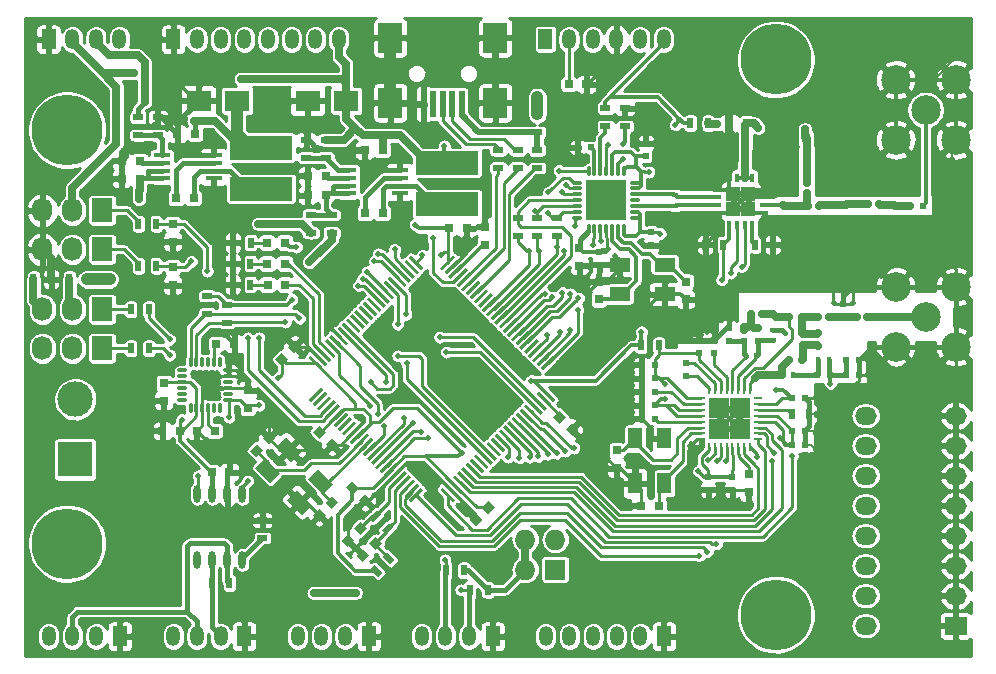
<source format=gtl>
G04 #@! TF.FileFunction,Copper,L1,Top,Signal*
%FSLAX46Y46*%
G04 Gerber Fmt 4.6, Leading zero omitted, Abs format (unit mm)*
G04 Created by KiCad (PCBNEW (2015-09-15 BZR 6201)-product) date tor 18 feb 2016 10:56:40*
%MOMM*%
G01*
G04 APERTURE LIST*
%ADD10C,0.100000*%
%ADD11O,0.250000X0.700000*%
%ADD12O,0.700000X0.250000*%
%ADD13R,1.725000X1.725000*%
%ADD14O,0.850000X0.300000*%
%ADD15O,0.300000X0.850000*%
%ADD16C,6.000000*%
%ADD17R,0.750000X0.800000*%
%ADD18R,0.800000X0.750000*%
%ADD19R,0.600000X0.500000*%
%ADD20R,0.500000X0.600000*%
%ADD21R,2.148840X1.800860*%
%ADD22R,0.797560X0.797560*%
%ADD23R,0.600000X0.400000*%
%ADD24R,0.400000X0.600000*%
%ADD25R,0.500000X0.900000*%
%ADD26R,5.295900X1.998980*%
%ADD27R,1.198880X1.699260*%
%ADD28O,1.198880X1.699260*%
%ADD29R,0.500380X2.301240*%
%ADD30R,1.998980X2.499360*%
%ADD31R,1.727200X2.032000*%
%ADD32O,1.727200X2.032000*%
%ADD33R,1.727200X1.727200*%
%ADD34O,1.727200X1.727200*%
%ADD35R,0.900000X0.500000*%
%ADD36R,1.824000X1.524000*%
%ADD37O,1.824000X1.524000*%
%ADD38R,1.675000X1.675000*%
%ADD39R,0.800000X0.350000*%
%ADD40R,0.350000X0.800000*%
%ADD41R,1.250000X1.250000*%
%ADD42R,1.450000X0.450000*%
%ADD43O,0.609600X1.473200*%
%ADD44R,2.999740X2.999740*%
%ADD45C,2.999740*%
%ADD46R,1.800860X1.198880*%
%ADD47R,1.198880X1.800860*%
%ADD48C,2.500000*%
%ADD49C,0.500000*%
%ADD50C,0.254000*%
%ADD51C,0.203200*%
%ADD52C,0.635000*%
%ADD53C,0.304800*%
%ADD54C,0.406400*%
%ADD55C,1.016000*%
%ADD56C,0.508000*%
%ADD57C,0.350520*%
G04 APERTURE END LIST*
D10*
D11*
X160838000Y-108813000D03*
X161338000Y-108813000D03*
X161838000Y-108813000D03*
X162338000Y-108813000D03*
X162838000Y-108813000D03*
X163338000Y-108813000D03*
X163838000Y-108813000D03*
X164338000Y-108813000D03*
D12*
X164988000Y-108163000D03*
X164988000Y-107663000D03*
X164988000Y-107163000D03*
X164988000Y-106663000D03*
X164988000Y-106163000D03*
X164988000Y-105663000D03*
X164988000Y-105163000D03*
X164988000Y-104663000D03*
D11*
X164338000Y-104013000D03*
X163838000Y-104013000D03*
X163338000Y-104013000D03*
X162838000Y-104013000D03*
X162338000Y-104013000D03*
X161838000Y-104013000D03*
X161338000Y-104013000D03*
X160838000Y-104013000D03*
D12*
X160188000Y-104663000D03*
X160188000Y-105163000D03*
X160188000Y-105663000D03*
X160188000Y-106163000D03*
X160188000Y-106663000D03*
X160188000Y-107163000D03*
X160188000Y-107663000D03*
X160188000Y-108163000D03*
D13*
X163450500Y-105550500D03*
X161725500Y-105550500D03*
X163450500Y-107275500D03*
X161725500Y-107275500D03*
D14*
X116252000Y-102331000D03*
X116252000Y-102831000D03*
X116252000Y-103331000D03*
X116252000Y-103831000D03*
X116252000Y-104331000D03*
X116252000Y-104831000D03*
D15*
X116952000Y-105531000D03*
X117452000Y-105531000D03*
X117952000Y-105531000D03*
X118452000Y-105531000D03*
X118952000Y-105531000D03*
X119452000Y-105531000D03*
D14*
X120152000Y-104831000D03*
X120152000Y-104331000D03*
X120152000Y-103831000D03*
X120152000Y-103331000D03*
X120152000Y-102831000D03*
X120152000Y-102331000D03*
D15*
X119452000Y-101631000D03*
X118952000Y-101631000D03*
X118452000Y-101631000D03*
X117952000Y-101631000D03*
X117452000Y-101631000D03*
X116952000Y-101631000D03*
D16*
X166500000Y-76000000D03*
X106500000Y-82000000D03*
X106500000Y-117000000D03*
D10*
G36*
X122514992Y-109663338D02*
X121984662Y-109133008D01*
X122550348Y-108567322D01*
X123080678Y-109097652D01*
X122514992Y-109663338D01*
X122514992Y-109663338D01*
G37*
G36*
X123575652Y-108602678D02*
X123045322Y-108072348D01*
X123611008Y-107506662D01*
X124141338Y-108036992D01*
X123575652Y-108602678D01*
X123575652Y-108602678D01*
G37*
G36*
X149795338Y-107355008D02*
X149265008Y-107885338D01*
X148699322Y-107319652D01*
X149229652Y-106789322D01*
X149795338Y-107355008D01*
X149795338Y-107355008D01*
G37*
G36*
X148734678Y-106294348D02*
X148204348Y-106824678D01*
X147638662Y-106258992D01*
X148168992Y-105728662D01*
X148734678Y-106294348D01*
X148734678Y-106294348D01*
G37*
D17*
X141859000Y-90182000D03*
X141859000Y-91682000D03*
D10*
G36*
X128922678Y-112967662D02*
X129453008Y-113497992D01*
X128887322Y-114063678D01*
X128356992Y-113533348D01*
X128922678Y-112967662D01*
X128922678Y-112967662D01*
G37*
G36*
X127862018Y-114028322D02*
X128392348Y-114558652D01*
X127826662Y-115124338D01*
X127296332Y-114594008D01*
X127862018Y-114028322D01*
X127862018Y-114028322D01*
G37*
D18*
X150471000Y-78105000D03*
X148971000Y-78105000D03*
D10*
G36*
X131358008Y-115126662D02*
X131888338Y-115656992D01*
X131322652Y-116222678D01*
X130792322Y-115692348D01*
X131358008Y-115126662D01*
X131358008Y-115126662D01*
G37*
G36*
X130297348Y-116187322D02*
X130827678Y-116717652D01*
X130261992Y-117283338D01*
X129731662Y-116753008D01*
X130297348Y-116187322D01*
X130297348Y-116187322D01*
G37*
G36*
X131531992Y-118553338D02*
X131001662Y-118023008D01*
X131567348Y-117457322D01*
X132097678Y-117987652D01*
X131531992Y-118553338D01*
X131531992Y-118553338D01*
G37*
G36*
X132592652Y-117492678D02*
X132062322Y-116962348D01*
X132628008Y-116396662D01*
X133158338Y-116926992D01*
X132592652Y-117492678D01*
X132592652Y-117492678D01*
G37*
G36*
X132269338Y-113324008D02*
X131739008Y-113854338D01*
X131173322Y-113288652D01*
X131703652Y-112758322D01*
X132269338Y-113324008D01*
X132269338Y-113324008D01*
G37*
G36*
X131208678Y-112263348D02*
X130678348Y-112793678D01*
X130112662Y-112227992D01*
X130642992Y-111697662D01*
X131208678Y-112263348D01*
X131208678Y-112263348D01*
G37*
G36*
X129475338Y-108625008D02*
X128945008Y-109155338D01*
X128379322Y-108589652D01*
X128909652Y-108059322D01*
X129475338Y-108625008D01*
X129475338Y-108625008D01*
G37*
G36*
X128414678Y-107564348D02*
X127884348Y-108094678D01*
X127318662Y-107528992D01*
X127848992Y-106998662D01*
X128414678Y-107564348D01*
X128414678Y-107564348D01*
G37*
G36*
X125770008Y-99759662D02*
X126300338Y-100289992D01*
X125734652Y-100855678D01*
X125204322Y-100325348D01*
X125770008Y-99759662D01*
X125770008Y-99759662D01*
G37*
G36*
X124709348Y-100820322D02*
X125239678Y-101350652D01*
X124673992Y-101916338D01*
X124143662Y-101386008D01*
X124709348Y-100820322D01*
X124709348Y-100820322D01*
G37*
D18*
X140323000Y-90297000D03*
X138823000Y-90297000D03*
D10*
G36*
X141079322Y-115527668D02*
X140548992Y-114997338D01*
X141114678Y-114431652D01*
X141645008Y-114961982D01*
X141079322Y-115527668D01*
X141079322Y-115527668D01*
G37*
G36*
X142139982Y-114467008D02*
X141609652Y-113936678D01*
X142175338Y-113370992D01*
X142705668Y-113901322D01*
X142139982Y-114467008D01*
X142139982Y-114467008D01*
G37*
D19*
X149754500Y-83439000D03*
X150854500Y-83439000D03*
D20*
X151574500Y-93387000D03*
X151574500Y-92287000D03*
X155956000Y-91736000D03*
X155956000Y-90636000D03*
D17*
X151511000Y-96317500D03*
X151511000Y-94817500D03*
D20*
X155511500Y-83079500D03*
X155511500Y-84179500D03*
D17*
X158877000Y-94817500D03*
X158877000Y-96317500D03*
X149860000Y-93460000D03*
X149860000Y-91960000D03*
D18*
X170549000Y-82677000D03*
X169049000Y-82677000D03*
D19*
X170222000Y-84074000D03*
X169122000Y-84074000D03*
X170222000Y-85344000D03*
X169122000Y-85344000D03*
D20*
X167132000Y-87207000D03*
X167132000Y-88307000D03*
X172466000Y-87207000D03*
X172466000Y-88307000D03*
D19*
X177885000Y-88392000D03*
X178985000Y-88392000D03*
D20*
X176530000Y-89450000D03*
X176530000Y-88350000D03*
X160782000Y-111337000D03*
X160782000Y-112437000D03*
X162814000Y-111337000D03*
X162814000Y-112437000D03*
D17*
X164211000Y-112637000D03*
X164211000Y-111137000D03*
X153035000Y-110605000D03*
X153035000Y-109105000D03*
D18*
X155079000Y-113792000D03*
X156579000Y-113792000D03*
D19*
X155152000Y-106426000D03*
X156252000Y-106426000D03*
X167852000Y-108648500D03*
X168952000Y-108648500D03*
X155152000Y-104140000D03*
X156252000Y-104140000D03*
X167852000Y-107442000D03*
X168952000Y-107442000D03*
X156252000Y-105283000D03*
X155152000Y-105283000D03*
X167852000Y-104648000D03*
X168952000Y-104648000D03*
X156252000Y-101854000D03*
X155152000Y-101854000D03*
X156252000Y-102997000D03*
X155152000Y-102997000D03*
D20*
X158877000Y-102785000D03*
X158877000Y-101685000D03*
X160020000Y-100880000D03*
X160020000Y-99780000D03*
D19*
X172424000Y-101473000D03*
X173524000Y-101473000D03*
D20*
X161290000Y-100880000D03*
X161290000Y-99780000D03*
D19*
X168698000Y-101473000D03*
X167598000Y-101473000D03*
X170011000Y-102743000D03*
X171111000Y-102743000D03*
X172424000Y-102743000D03*
X173524000Y-102743000D03*
D20*
X170053000Y-99145000D03*
X170053000Y-100245000D03*
X164973000Y-98764000D03*
X164973000Y-99864000D03*
X162560000Y-98764000D03*
X162560000Y-99864000D03*
D19*
X167598000Y-97790000D03*
X168698000Y-97790000D03*
D20*
X172212000Y-97832000D03*
X172212000Y-96732000D03*
D18*
X112637000Y-86106000D03*
X111137000Y-86106000D03*
X112637000Y-84582000D03*
X111137000Y-84582000D03*
X115709000Y-87757000D03*
X117209000Y-87757000D03*
X117336000Y-82296000D03*
X115836000Y-82296000D03*
D21*
X117627400Y-79502000D03*
X120878600Y-79502000D03*
D18*
X128385000Y-87503000D03*
X126885000Y-87503000D03*
X128385000Y-85852000D03*
X126885000Y-85852000D03*
X131711000Y-89027000D03*
X133211000Y-89027000D03*
X133211000Y-83693000D03*
X131711000Y-83693000D03*
D17*
X115443000Y-93611000D03*
X115443000Y-95111000D03*
X115443000Y-89940000D03*
X115443000Y-91440000D03*
D18*
X118735911Y-110940552D03*
X120235911Y-110940552D03*
X118987000Y-107442000D03*
X117487000Y-107442000D03*
X119138000Y-100076000D03*
X120638000Y-100076000D03*
D17*
X114681000Y-104890000D03*
X114681000Y-103390000D03*
D18*
X114566000Y-107442000D03*
X116066000Y-107442000D03*
D17*
X121793000Y-104025000D03*
X121793000Y-105525000D03*
D21*
X126874400Y-79500000D03*
X130125600Y-79500000D03*
D22*
X124942600Y-93281500D03*
X123444000Y-93281500D03*
X124968000Y-95059500D03*
X123469400Y-95059500D03*
D10*
G36*
X132811761Y-119792635D02*
X132175365Y-119156239D01*
X132528919Y-118802685D01*
X133165315Y-119439081D01*
X132811761Y-119792635D01*
X132811761Y-119792635D01*
G37*
G36*
X133872421Y-118731975D02*
X133236025Y-118095579D01*
X133589579Y-117742025D01*
X134225975Y-118378421D01*
X133872421Y-118731975D01*
X133872421Y-118731975D01*
G37*
D23*
X169164000Y-87318000D03*
X169164000Y-86418000D03*
D24*
X169222000Y-88392000D03*
X170122000Y-88392000D03*
X174302000Y-88265000D03*
X175202000Y-88265000D03*
X167063000Y-102743000D03*
X167963000Y-102743000D03*
X163946000Y-101092000D03*
X164846000Y-101092000D03*
D23*
X168783000Y-99245000D03*
X168783000Y-100145000D03*
D25*
X156591000Y-100203000D03*
X155091000Y-100203000D03*
D23*
X163830000Y-98864000D03*
X163830000Y-99764000D03*
X166243000Y-98864000D03*
X166243000Y-99764000D03*
D24*
X171011000Y-97790000D03*
X170111000Y-97790000D03*
X164396000Y-97536000D03*
X165296000Y-97536000D03*
X174249500Y-97790000D03*
X173349500Y-97790000D03*
D26*
X122936000Y-83469480D03*
X122936000Y-86964520D03*
D23*
X157988000Y-87492000D03*
X157988000Y-88392000D03*
D26*
X138684000Y-84752480D03*
X138684000Y-88247520D03*
D27*
X104932480Y-74295000D03*
D28*
X108935520Y-74295000D03*
X106934000Y-74295000D03*
X110934500Y-74295000D03*
D29*
X139900300Y-79776320D03*
X139100200Y-79776320D03*
X138300100Y-79776320D03*
X137500000Y-79776320D03*
X136699900Y-79776320D03*
D30*
X142750180Y-79677260D03*
X142750180Y-74178160D03*
X133850020Y-79677260D03*
X133850020Y-74178160D03*
D27*
X142527020Y-124841000D03*
D28*
X138523980Y-124841000D03*
X140525500Y-124841000D03*
X136525000Y-124841000D03*
D27*
X132034280Y-124841000D03*
D28*
X128031240Y-124841000D03*
X130032760Y-124841000D03*
X126032260Y-124841000D03*
X127508000Y-74295000D03*
X125509020Y-74295000D03*
X123507500Y-74295000D03*
D27*
X115501420Y-74295000D03*
D28*
X119504460Y-74295000D03*
X117502940Y-74295000D03*
X121503440Y-74295000D03*
X129506980Y-74295000D03*
D27*
X146994940Y-74295000D03*
D28*
X150997980Y-74295000D03*
X148996460Y-74295000D03*
X152996960Y-74295000D03*
X154998480Y-74295000D03*
X157000000Y-74295000D03*
D27*
X157038040Y-124841000D03*
D28*
X153035000Y-124841000D03*
X155036520Y-124841000D03*
X151036020Y-124841000D03*
X149034500Y-124841000D03*
X147032980Y-124841000D03*
D27*
X121493280Y-124841000D03*
D28*
X117490240Y-124841000D03*
X119491760Y-124841000D03*
X115491260Y-124841000D03*
D27*
X110952280Y-124841000D03*
D28*
X106949240Y-124841000D03*
X108950760Y-124841000D03*
X104950260Y-124841000D03*
D31*
X109474000Y-100457000D03*
D32*
X106934000Y-100457000D03*
X104394000Y-100457000D03*
D31*
X109474000Y-97155000D03*
D32*
X106934000Y-97155000D03*
X104394000Y-97155000D03*
D31*
X109474000Y-92075000D03*
D32*
X106934000Y-92075000D03*
X104394000Y-92075000D03*
D31*
X109474000Y-88773000D03*
D32*
X106934000Y-88773000D03*
X104394000Y-88773000D03*
D33*
X147828000Y-119189500D03*
D34*
X145288000Y-119189500D03*
X147828000Y-116649500D03*
X145288000Y-116649500D03*
D25*
X122023000Y-93281500D03*
X120523000Y-93281500D03*
X122023000Y-95059500D03*
X120523000Y-95059500D03*
D10*
G36*
X134121305Y-115577909D02*
X133484909Y-116214305D01*
X133131355Y-115860751D01*
X133767751Y-115224355D01*
X134121305Y-115577909D01*
X134121305Y-115577909D01*
G37*
G36*
X133060645Y-114517249D02*
X132424249Y-115153645D01*
X132070695Y-114800091D01*
X132707091Y-114163695D01*
X133060645Y-114517249D01*
X133060645Y-114517249D01*
G37*
D35*
X152082500Y-80149000D03*
X152082500Y-81649000D03*
X153733500Y-81649000D03*
X153733500Y-80149000D03*
D25*
X162040000Y-91694000D03*
X160540000Y-91694000D03*
D35*
X144653000Y-89420000D03*
X144653000Y-90920000D03*
D25*
X164731000Y-91694000D03*
X166231000Y-91694000D03*
D35*
X146304000Y-89420000D03*
X146304000Y-90920000D03*
X147955000Y-89420000D03*
X147955000Y-90920000D03*
D25*
X167842500Y-106045000D03*
X169342500Y-106045000D03*
D24*
X170111000Y-101473000D03*
X171011000Y-101473000D03*
D35*
X112522000Y-82411000D03*
X112522000Y-80911000D03*
X114173000Y-80911000D03*
X114173000Y-82411000D03*
D25*
X105156000Y-94615000D03*
X103656000Y-94615000D03*
X108192000Y-94615000D03*
X106692000Y-94615000D03*
X112534000Y-93472000D03*
X114034000Y-93472000D03*
X112534000Y-89916000D03*
X114034000Y-89916000D03*
X120235911Y-120338552D03*
X118735911Y-120338552D03*
D35*
X123041911Y-116516552D03*
X123041911Y-115016552D03*
X146304000Y-85189000D03*
X146304000Y-83689000D03*
X144653000Y-85177000D03*
X144653000Y-83677000D03*
X143002000Y-85177000D03*
X143002000Y-83677000D03*
D25*
X140081000Y-119253000D03*
X138581000Y-119253000D03*
X142113000Y-120904000D03*
X140613000Y-120904000D03*
D35*
X118364000Y-97524000D03*
X118364000Y-96024000D03*
X120015000Y-98286000D03*
X120015000Y-96786000D03*
X127127000Y-89166000D03*
X127127000Y-90666000D03*
X128905000Y-89166000D03*
X128905000Y-90666000D03*
X128397000Y-84316000D03*
X128397000Y-82816000D03*
X126746000Y-82816000D03*
X126746000Y-84316000D03*
D36*
X181737000Y-123952000D03*
D37*
X174117000Y-123952000D03*
X181737000Y-121412000D03*
X174117000Y-121412000D03*
X181737000Y-118872000D03*
X174117000Y-118872000D03*
X181737000Y-116332000D03*
X174117000Y-116332000D03*
X181737000Y-113792000D03*
X174117000Y-113792000D03*
X181737000Y-111252000D03*
X174117000Y-111252000D03*
X181737000Y-108712000D03*
X174117000Y-108712000D03*
X181737000Y-106172000D03*
X174117000Y-106172000D03*
D10*
G36*
X127111077Y-105016345D02*
X126913087Y-104818355D01*
X127973747Y-103757695D01*
X128171737Y-103955685D01*
X127111077Y-105016345D01*
X127111077Y-105016345D01*
G37*
G36*
X127464630Y-105369898D02*
X127266640Y-105171908D01*
X128327300Y-104111248D01*
X128525290Y-104309238D01*
X127464630Y-105369898D01*
X127464630Y-105369898D01*
G37*
G36*
X127818184Y-105723452D02*
X127620194Y-105525462D01*
X128680854Y-104464802D01*
X128878844Y-104662792D01*
X127818184Y-105723452D01*
X127818184Y-105723452D01*
G37*
G36*
X128171737Y-106077005D02*
X127973747Y-105879015D01*
X129034407Y-104818355D01*
X129232397Y-105016345D01*
X128171737Y-106077005D01*
X128171737Y-106077005D01*
G37*
G36*
X128525290Y-106430558D02*
X128327300Y-106232568D01*
X129387960Y-105171908D01*
X129585950Y-105369898D01*
X128525290Y-106430558D01*
X128525290Y-106430558D01*
G37*
G36*
X128878844Y-106784112D02*
X128680854Y-106586122D01*
X129741514Y-105525462D01*
X129939504Y-105723452D01*
X128878844Y-106784112D01*
X128878844Y-106784112D01*
G37*
G36*
X129232397Y-107137665D02*
X129034407Y-106939675D01*
X130095067Y-105879015D01*
X130293057Y-106077005D01*
X129232397Y-107137665D01*
X129232397Y-107137665D01*
G37*
G36*
X129585950Y-107491219D02*
X129387960Y-107293229D01*
X130448620Y-106232569D01*
X130646610Y-106430559D01*
X129585950Y-107491219D01*
X129585950Y-107491219D01*
G37*
G36*
X129939504Y-107844772D02*
X129741514Y-107646782D01*
X130802174Y-106586122D01*
X131000164Y-106784112D01*
X129939504Y-107844772D01*
X129939504Y-107844772D01*
G37*
G36*
X130293057Y-108198325D02*
X130095067Y-108000335D01*
X131155727Y-106939675D01*
X131353717Y-107137665D01*
X130293057Y-108198325D01*
X130293057Y-108198325D01*
G37*
G36*
X130646611Y-108551879D02*
X130448621Y-108353889D01*
X131509281Y-107293229D01*
X131707271Y-107491219D01*
X130646611Y-108551879D01*
X130646611Y-108551879D01*
G37*
G36*
X131000164Y-108905432D02*
X130802174Y-108707442D01*
X131862834Y-107646782D01*
X132060824Y-107844772D01*
X131000164Y-108905432D01*
X131000164Y-108905432D01*
G37*
G36*
X131353717Y-109258986D02*
X131155727Y-109060996D01*
X132216387Y-108000336D01*
X132414377Y-108198326D01*
X131353717Y-109258986D01*
X131353717Y-109258986D01*
G37*
G36*
X131707271Y-109612539D02*
X131509281Y-109414549D01*
X132569941Y-108353889D01*
X132767931Y-108551879D01*
X131707271Y-109612539D01*
X131707271Y-109612539D01*
G37*
G36*
X132060824Y-109966092D02*
X131862834Y-109768102D01*
X132923494Y-108707442D01*
X133121484Y-108905432D01*
X132060824Y-109966092D01*
X132060824Y-109966092D01*
G37*
G36*
X132414378Y-110319646D02*
X132216388Y-110121656D01*
X133277048Y-109060996D01*
X133475038Y-109258986D01*
X132414378Y-110319646D01*
X132414378Y-110319646D01*
G37*
G36*
X132767931Y-110673199D02*
X132569941Y-110475209D01*
X133630601Y-109414549D01*
X133828591Y-109612539D01*
X132767931Y-110673199D01*
X132767931Y-110673199D01*
G37*
G36*
X133121484Y-111026753D02*
X132923494Y-110828763D01*
X133984154Y-109768103D01*
X134182144Y-109966093D01*
X133121484Y-111026753D01*
X133121484Y-111026753D01*
G37*
G36*
X133475038Y-111380306D02*
X133277048Y-111182316D01*
X134337708Y-110121656D01*
X134535698Y-110319646D01*
X133475038Y-111380306D01*
X133475038Y-111380306D01*
G37*
G36*
X133828591Y-111733859D02*
X133630601Y-111535869D01*
X134691261Y-110475209D01*
X134889251Y-110673199D01*
X133828591Y-111733859D01*
X133828591Y-111733859D01*
G37*
G36*
X134182145Y-112087413D02*
X133984155Y-111889423D01*
X135044815Y-110828763D01*
X135242805Y-111026753D01*
X134182145Y-112087413D01*
X134182145Y-112087413D01*
G37*
G36*
X134535698Y-112440966D02*
X134337708Y-112242976D01*
X135398368Y-111182316D01*
X135596358Y-111380306D01*
X134535698Y-112440966D01*
X134535698Y-112440966D01*
G37*
G36*
X134889251Y-112794519D02*
X134691261Y-112596529D01*
X135751921Y-111535869D01*
X135949911Y-111733859D01*
X134889251Y-112794519D01*
X134889251Y-112794519D01*
G37*
G36*
X135242805Y-113148073D02*
X135044815Y-112950083D01*
X136105475Y-111889423D01*
X136303465Y-112087413D01*
X135242805Y-113148073D01*
X135242805Y-113148073D01*
G37*
G36*
X135596358Y-113501626D02*
X135398368Y-113303636D01*
X136459028Y-112242976D01*
X136657018Y-112440966D01*
X135596358Y-113501626D01*
X135596358Y-113501626D01*
G37*
G36*
X139344024Y-113303636D02*
X139146034Y-113501626D01*
X138085374Y-112440966D01*
X138283364Y-112242976D01*
X139344024Y-113303636D01*
X139344024Y-113303636D01*
G37*
G36*
X139697577Y-112950083D02*
X139499587Y-113148073D01*
X138438927Y-112087413D01*
X138636917Y-111889423D01*
X139697577Y-112950083D01*
X139697577Y-112950083D01*
G37*
G36*
X140051131Y-112596529D02*
X139853141Y-112794519D01*
X138792481Y-111733859D01*
X138990471Y-111535869D01*
X140051131Y-112596529D01*
X140051131Y-112596529D01*
G37*
G36*
X140404684Y-112242976D02*
X140206694Y-112440966D01*
X139146034Y-111380306D01*
X139344024Y-111182316D01*
X140404684Y-112242976D01*
X140404684Y-112242976D01*
G37*
G36*
X140758237Y-111889423D02*
X140560247Y-112087413D01*
X139499587Y-111026753D01*
X139697577Y-110828763D01*
X140758237Y-111889423D01*
X140758237Y-111889423D01*
G37*
G36*
X141111791Y-111535869D02*
X140913801Y-111733859D01*
X139853141Y-110673199D01*
X140051131Y-110475209D01*
X141111791Y-111535869D01*
X141111791Y-111535869D01*
G37*
G36*
X141465344Y-111182316D02*
X141267354Y-111380306D01*
X140206694Y-110319646D01*
X140404684Y-110121656D01*
X141465344Y-111182316D01*
X141465344Y-111182316D01*
G37*
G36*
X141818898Y-110828763D02*
X141620908Y-111026753D01*
X140560248Y-109966093D01*
X140758238Y-109768103D01*
X141818898Y-110828763D01*
X141818898Y-110828763D01*
G37*
G36*
X142172451Y-110475209D02*
X141974461Y-110673199D01*
X140913801Y-109612539D01*
X141111791Y-109414549D01*
X142172451Y-110475209D01*
X142172451Y-110475209D01*
G37*
G36*
X142526004Y-110121656D02*
X142328014Y-110319646D01*
X141267354Y-109258986D01*
X141465344Y-109060996D01*
X142526004Y-110121656D01*
X142526004Y-110121656D01*
G37*
G36*
X142879558Y-109768102D02*
X142681568Y-109966092D01*
X141620908Y-108905432D01*
X141818898Y-108707442D01*
X142879558Y-109768102D01*
X142879558Y-109768102D01*
G37*
G36*
X143233111Y-109414549D02*
X143035121Y-109612539D01*
X141974461Y-108551879D01*
X142172451Y-108353889D01*
X143233111Y-109414549D01*
X143233111Y-109414549D01*
G37*
G36*
X143586665Y-109060996D02*
X143388675Y-109258986D01*
X142328015Y-108198326D01*
X142526005Y-108000336D01*
X143586665Y-109060996D01*
X143586665Y-109060996D01*
G37*
G36*
X143940218Y-108707442D02*
X143742228Y-108905432D01*
X142681568Y-107844772D01*
X142879558Y-107646782D01*
X143940218Y-108707442D01*
X143940218Y-108707442D01*
G37*
G36*
X144293771Y-108353889D02*
X144095781Y-108551879D01*
X143035121Y-107491219D01*
X143233111Y-107293229D01*
X144293771Y-108353889D01*
X144293771Y-108353889D01*
G37*
G36*
X144647325Y-108000335D02*
X144449335Y-108198325D01*
X143388675Y-107137665D01*
X143586665Y-106939675D01*
X144647325Y-108000335D01*
X144647325Y-108000335D01*
G37*
G36*
X145000878Y-107646782D02*
X144802888Y-107844772D01*
X143742228Y-106784112D01*
X143940218Y-106586122D01*
X145000878Y-107646782D01*
X145000878Y-107646782D01*
G37*
G36*
X145354432Y-107293229D02*
X145156442Y-107491219D01*
X144095782Y-106430559D01*
X144293772Y-106232569D01*
X145354432Y-107293229D01*
X145354432Y-107293229D01*
G37*
G36*
X145707985Y-106939675D02*
X145509995Y-107137665D01*
X144449335Y-106077005D01*
X144647325Y-105879015D01*
X145707985Y-106939675D01*
X145707985Y-106939675D01*
G37*
G36*
X146061538Y-106586122D02*
X145863548Y-106784112D01*
X144802888Y-105723452D01*
X145000878Y-105525462D01*
X146061538Y-106586122D01*
X146061538Y-106586122D01*
G37*
G36*
X146415092Y-106232568D02*
X146217102Y-106430558D01*
X145156442Y-105369898D01*
X145354432Y-105171908D01*
X146415092Y-106232568D01*
X146415092Y-106232568D01*
G37*
G36*
X146768645Y-105879015D02*
X146570655Y-106077005D01*
X145509995Y-105016345D01*
X145707985Y-104818355D01*
X146768645Y-105879015D01*
X146768645Y-105879015D01*
G37*
G36*
X147122198Y-105525462D02*
X146924208Y-105723452D01*
X145863548Y-104662792D01*
X146061538Y-104464802D01*
X147122198Y-105525462D01*
X147122198Y-105525462D01*
G37*
G36*
X147475752Y-105171908D02*
X147277762Y-105369898D01*
X146217102Y-104309238D01*
X146415092Y-104111248D01*
X147475752Y-105171908D01*
X147475752Y-105171908D01*
G37*
G36*
X147829305Y-104818355D02*
X147631315Y-105016345D01*
X146570655Y-103955685D01*
X146768645Y-103757695D01*
X147829305Y-104818355D01*
X147829305Y-104818355D01*
G37*
G36*
X146768645Y-102329339D02*
X146570655Y-102131349D01*
X147631315Y-101070689D01*
X147829305Y-101268679D01*
X146768645Y-102329339D01*
X146768645Y-102329339D01*
G37*
G36*
X146415092Y-101975786D02*
X146217102Y-101777796D01*
X147277762Y-100717136D01*
X147475752Y-100915126D01*
X146415092Y-101975786D01*
X146415092Y-101975786D01*
G37*
G36*
X146061538Y-101622232D02*
X145863548Y-101424242D01*
X146924208Y-100363582D01*
X147122198Y-100561572D01*
X146061538Y-101622232D01*
X146061538Y-101622232D01*
G37*
G36*
X145707985Y-101268679D02*
X145509995Y-101070689D01*
X146570655Y-100010029D01*
X146768645Y-100208019D01*
X145707985Y-101268679D01*
X145707985Y-101268679D01*
G37*
G36*
X145354432Y-100915126D02*
X145156442Y-100717136D01*
X146217102Y-99656476D01*
X146415092Y-99854466D01*
X145354432Y-100915126D01*
X145354432Y-100915126D01*
G37*
G36*
X145000878Y-100561572D02*
X144802888Y-100363582D01*
X145863548Y-99302922D01*
X146061538Y-99500912D01*
X145000878Y-100561572D01*
X145000878Y-100561572D01*
G37*
G36*
X144647325Y-100208019D02*
X144449335Y-100010029D01*
X145509995Y-98949369D01*
X145707985Y-99147359D01*
X144647325Y-100208019D01*
X144647325Y-100208019D01*
G37*
G36*
X144293772Y-99854465D02*
X144095782Y-99656475D01*
X145156442Y-98595815D01*
X145354432Y-98793805D01*
X144293772Y-99854465D01*
X144293772Y-99854465D01*
G37*
G36*
X143940218Y-99500912D02*
X143742228Y-99302922D01*
X144802888Y-98242262D01*
X145000878Y-98440252D01*
X143940218Y-99500912D01*
X143940218Y-99500912D01*
G37*
G36*
X143586665Y-99147359D02*
X143388675Y-98949369D01*
X144449335Y-97888709D01*
X144647325Y-98086699D01*
X143586665Y-99147359D01*
X143586665Y-99147359D01*
G37*
G36*
X143233111Y-98793805D02*
X143035121Y-98595815D01*
X144095781Y-97535155D01*
X144293771Y-97733145D01*
X143233111Y-98793805D01*
X143233111Y-98793805D01*
G37*
G36*
X142879558Y-98440252D02*
X142681568Y-98242262D01*
X143742228Y-97181602D01*
X143940218Y-97379592D01*
X142879558Y-98440252D01*
X142879558Y-98440252D01*
G37*
G36*
X142526005Y-98086698D02*
X142328015Y-97888708D01*
X143388675Y-96828048D01*
X143586665Y-97026038D01*
X142526005Y-98086698D01*
X142526005Y-98086698D01*
G37*
G36*
X142172451Y-97733145D02*
X141974461Y-97535155D01*
X143035121Y-96474495D01*
X143233111Y-96672485D01*
X142172451Y-97733145D01*
X142172451Y-97733145D01*
G37*
G36*
X141818898Y-97379592D02*
X141620908Y-97181602D01*
X142681568Y-96120942D01*
X142879558Y-96318932D01*
X141818898Y-97379592D01*
X141818898Y-97379592D01*
G37*
G36*
X141465344Y-97026038D02*
X141267354Y-96828048D01*
X142328014Y-95767388D01*
X142526004Y-95965378D01*
X141465344Y-97026038D01*
X141465344Y-97026038D01*
G37*
G36*
X141111791Y-96672485D02*
X140913801Y-96474495D01*
X141974461Y-95413835D01*
X142172451Y-95611825D01*
X141111791Y-96672485D01*
X141111791Y-96672485D01*
G37*
G36*
X140758238Y-96318931D02*
X140560248Y-96120941D01*
X141620908Y-95060281D01*
X141818898Y-95258271D01*
X140758238Y-96318931D01*
X140758238Y-96318931D01*
G37*
G36*
X140404684Y-95965378D02*
X140206694Y-95767388D01*
X141267354Y-94706728D01*
X141465344Y-94904718D01*
X140404684Y-95965378D01*
X140404684Y-95965378D01*
G37*
G36*
X140051131Y-95611825D02*
X139853141Y-95413835D01*
X140913801Y-94353175D01*
X141111791Y-94551165D01*
X140051131Y-95611825D01*
X140051131Y-95611825D01*
G37*
G36*
X139697577Y-95258271D02*
X139499587Y-95060281D01*
X140560247Y-93999621D01*
X140758237Y-94197611D01*
X139697577Y-95258271D01*
X139697577Y-95258271D01*
G37*
G36*
X139344024Y-94904718D02*
X139146034Y-94706728D01*
X140206694Y-93646068D01*
X140404684Y-93844058D01*
X139344024Y-94904718D01*
X139344024Y-94904718D01*
G37*
G36*
X138990471Y-94551165D02*
X138792481Y-94353175D01*
X139853141Y-93292515D01*
X140051131Y-93490505D01*
X138990471Y-94551165D01*
X138990471Y-94551165D01*
G37*
G36*
X138636917Y-94197611D02*
X138438927Y-93999621D01*
X139499587Y-92938961D01*
X139697577Y-93136951D01*
X138636917Y-94197611D01*
X138636917Y-94197611D01*
G37*
G36*
X138283364Y-93844058D02*
X138085374Y-93646068D01*
X139146034Y-92585408D01*
X139344024Y-92783398D01*
X138283364Y-93844058D01*
X138283364Y-93844058D01*
G37*
G36*
X136657018Y-93646068D02*
X136459028Y-93844058D01*
X135398368Y-92783398D01*
X135596358Y-92585408D01*
X136657018Y-93646068D01*
X136657018Y-93646068D01*
G37*
G36*
X136303465Y-93999621D02*
X136105475Y-94197611D01*
X135044815Y-93136951D01*
X135242805Y-92938961D01*
X136303465Y-93999621D01*
X136303465Y-93999621D01*
G37*
G36*
X135949911Y-94353175D02*
X135751921Y-94551165D01*
X134691261Y-93490505D01*
X134889251Y-93292515D01*
X135949911Y-94353175D01*
X135949911Y-94353175D01*
G37*
G36*
X135596358Y-94706728D02*
X135398368Y-94904718D01*
X134337708Y-93844058D01*
X134535698Y-93646068D01*
X135596358Y-94706728D01*
X135596358Y-94706728D01*
G37*
G36*
X135242805Y-95060281D02*
X135044815Y-95258271D01*
X133984155Y-94197611D01*
X134182145Y-93999621D01*
X135242805Y-95060281D01*
X135242805Y-95060281D01*
G37*
G36*
X134889251Y-95413835D02*
X134691261Y-95611825D01*
X133630601Y-94551165D01*
X133828591Y-94353175D01*
X134889251Y-95413835D01*
X134889251Y-95413835D01*
G37*
G36*
X134535698Y-95767388D02*
X134337708Y-95965378D01*
X133277048Y-94904718D01*
X133475038Y-94706728D01*
X134535698Y-95767388D01*
X134535698Y-95767388D01*
G37*
G36*
X134182144Y-96120941D02*
X133984154Y-96318931D01*
X132923494Y-95258271D01*
X133121484Y-95060281D01*
X134182144Y-96120941D01*
X134182144Y-96120941D01*
G37*
G36*
X133828591Y-96474495D02*
X133630601Y-96672485D01*
X132569941Y-95611825D01*
X132767931Y-95413835D01*
X133828591Y-96474495D01*
X133828591Y-96474495D01*
G37*
G36*
X133475038Y-96828048D02*
X133277048Y-97026038D01*
X132216388Y-95965378D01*
X132414378Y-95767388D01*
X133475038Y-96828048D01*
X133475038Y-96828048D01*
G37*
G36*
X133121484Y-97181602D02*
X132923494Y-97379592D01*
X131862834Y-96318932D01*
X132060824Y-96120942D01*
X133121484Y-97181602D01*
X133121484Y-97181602D01*
G37*
G36*
X132767931Y-97535155D02*
X132569941Y-97733145D01*
X131509281Y-96672485D01*
X131707271Y-96474495D01*
X132767931Y-97535155D01*
X132767931Y-97535155D01*
G37*
G36*
X132414377Y-97888708D02*
X132216387Y-98086698D01*
X131155727Y-97026038D01*
X131353717Y-96828048D01*
X132414377Y-97888708D01*
X132414377Y-97888708D01*
G37*
G36*
X132060824Y-98242262D02*
X131862834Y-98440252D01*
X130802174Y-97379592D01*
X131000164Y-97181602D01*
X132060824Y-98242262D01*
X132060824Y-98242262D01*
G37*
G36*
X131707271Y-98595815D02*
X131509281Y-98793805D01*
X130448621Y-97733145D01*
X130646611Y-97535155D01*
X131707271Y-98595815D01*
X131707271Y-98595815D01*
G37*
G36*
X131353717Y-98949369D02*
X131155727Y-99147359D01*
X130095067Y-98086699D01*
X130293057Y-97888709D01*
X131353717Y-98949369D01*
X131353717Y-98949369D01*
G37*
G36*
X131000164Y-99302922D02*
X130802174Y-99500912D01*
X129741514Y-98440252D01*
X129939504Y-98242262D01*
X131000164Y-99302922D01*
X131000164Y-99302922D01*
G37*
G36*
X130646610Y-99656475D02*
X130448620Y-99854465D01*
X129387960Y-98793805D01*
X129585950Y-98595815D01*
X130646610Y-99656475D01*
X130646610Y-99656475D01*
G37*
G36*
X130293057Y-100010029D02*
X130095067Y-100208019D01*
X129034407Y-99147359D01*
X129232397Y-98949369D01*
X130293057Y-100010029D01*
X130293057Y-100010029D01*
G37*
G36*
X129939504Y-100363582D02*
X129741514Y-100561572D01*
X128680854Y-99500912D01*
X128878844Y-99302922D01*
X129939504Y-100363582D01*
X129939504Y-100363582D01*
G37*
G36*
X129585950Y-100717136D02*
X129387960Y-100915126D01*
X128327300Y-99854466D01*
X128525290Y-99656476D01*
X129585950Y-100717136D01*
X129585950Y-100717136D01*
G37*
G36*
X129232397Y-101070689D02*
X129034407Y-101268679D01*
X127973747Y-100208019D01*
X128171737Y-100010029D01*
X129232397Y-101070689D01*
X129232397Y-101070689D01*
G37*
G36*
X128878844Y-101424242D02*
X128680854Y-101622232D01*
X127620194Y-100561572D01*
X127818184Y-100363582D01*
X128878844Y-101424242D01*
X128878844Y-101424242D01*
G37*
G36*
X128525290Y-101777796D02*
X128327300Y-101975786D01*
X127266640Y-100915126D01*
X127464630Y-100717136D01*
X128525290Y-101777796D01*
X128525290Y-101777796D01*
G37*
G36*
X128171737Y-102131349D02*
X127973747Y-102329339D01*
X126913087Y-101268679D01*
X127111077Y-101070689D01*
X128171737Y-102131349D01*
X128171737Y-102131349D01*
G37*
D14*
X149704000Y-86421000D03*
X149704000Y-86921000D03*
X149704000Y-87421000D03*
X149704000Y-87921000D03*
X149704000Y-88421000D03*
X149704000Y-88921000D03*
X149704000Y-89421000D03*
D15*
X150654000Y-90371000D03*
X151154000Y-90371000D03*
X151654000Y-90371000D03*
X152154000Y-90371000D03*
X152654000Y-90371000D03*
X153154000Y-90371000D03*
X153654000Y-90371000D03*
D14*
X154604000Y-89421000D03*
X154604000Y-88921000D03*
X154604000Y-88421000D03*
X154604000Y-87921000D03*
X154604000Y-87421000D03*
X154604000Y-86921000D03*
X154604000Y-86421000D03*
D15*
X153654000Y-85471000D03*
X153154000Y-85471000D03*
X152654000Y-85471000D03*
X152154000Y-85471000D03*
X151654000Y-85471000D03*
X151154000Y-85471000D03*
X150654000Y-85471000D03*
D38*
X152991500Y-88758500D03*
X152991500Y-87083500D03*
X151316500Y-88758500D03*
X151316500Y-87083500D03*
D39*
X161544000Y-87026000D03*
X161544000Y-87676000D03*
X161544000Y-88326000D03*
X161544000Y-88976000D03*
D40*
X162569000Y-90001000D03*
X163219000Y-90001000D03*
X163869000Y-90001000D03*
X164519000Y-90001000D03*
D39*
X165544000Y-88976000D03*
X165544000Y-88326000D03*
X165544000Y-87676000D03*
X165544000Y-87026000D03*
D40*
X164519000Y-86001000D03*
X163869000Y-86001000D03*
X163219000Y-86001000D03*
X162569000Y-86001000D03*
D41*
X164169000Y-88626000D03*
X164169000Y-87376000D03*
X162919000Y-88626000D03*
X162919000Y-87376000D03*
D42*
X114513000Y-84115000D03*
X114513000Y-84765000D03*
X114513000Y-85415000D03*
X114513000Y-86065000D03*
X118913000Y-86065000D03*
X118913000Y-85415000D03*
X118913000Y-84765000D03*
X118913000Y-84115000D03*
X130261000Y-85385000D03*
X130261000Y-86035000D03*
X130261000Y-86685000D03*
X130261000Y-87335000D03*
X134661000Y-87335000D03*
X134661000Y-86685000D03*
X134661000Y-86035000D03*
X134661000Y-85385000D03*
D43*
X121333769Y-112764952D03*
X120063769Y-112764952D03*
X118793769Y-112764952D03*
X117523769Y-112764952D03*
X117523769Y-118352952D03*
X118793769Y-118352952D03*
X120063769Y-118352952D03*
X121333769Y-118352952D03*
D44*
X107188000Y-109855000D03*
D45*
X107188000Y-104775000D03*
D10*
G36*
X124209643Y-108812064D02*
X125057379Y-107964328D01*
X126330779Y-109237728D01*
X125483043Y-110085464D01*
X124209643Y-108812064D01*
X124209643Y-108812064D01*
G37*
G36*
X122442328Y-110579379D02*
X123290064Y-109731643D01*
X124563464Y-111005043D01*
X123715728Y-111852779D01*
X122442328Y-110579379D01*
X122442328Y-110579379D01*
G37*
G36*
X125129221Y-113266272D02*
X125976957Y-112418536D01*
X127250357Y-113691936D01*
X126402621Y-114539672D01*
X125129221Y-113266272D01*
X125129221Y-113266272D01*
G37*
G36*
X126896536Y-111498957D02*
X127744272Y-110651221D01*
X129017672Y-111924621D01*
X128169936Y-112772357D01*
X126896536Y-111498957D01*
X126896536Y-111498957D01*
G37*
D46*
X153294080Y-93365320D03*
X153294080Y-95864680D03*
X157093920Y-95864680D03*
X157093920Y-93365320D03*
D47*
X154579320Y-111881920D03*
X157078680Y-111881920D03*
X157078680Y-108082080D03*
X154579320Y-108082080D03*
D16*
X166500000Y-123000000D03*
D35*
X146304000Y-82145000D03*
X146304000Y-80645000D03*
D25*
X111899000Y-100457000D03*
X113399000Y-100457000D03*
X111899000Y-97155000D03*
X113399000Y-97155000D03*
D18*
X162572000Y-81407000D03*
X164072000Y-81407000D03*
D19*
X162835500Y-83375500D03*
X163935500Y-83375500D03*
X165015000Y-84645500D03*
X163915000Y-84645500D03*
D25*
X159270000Y-81407000D03*
X160770000Y-81407000D03*
D22*
X124955300Y-91503500D03*
X123456700Y-91503500D03*
D25*
X122035000Y-91503500D03*
X120535000Y-91503500D03*
D48*
X179197000Y-80264000D03*
X176657000Y-77724000D03*
X176657000Y-82804000D03*
X181737000Y-82804000D03*
X181737000Y-77724000D03*
X179197000Y-97790000D03*
X176657000Y-95250000D03*
X176657000Y-100330000D03*
X181737000Y-100330000D03*
X181737000Y-95250000D03*
D49*
X164973000Y-83058000D03*
X162560000Y-82423000D03*
X162052000Y-83058000D03*
X162941000Y-84200994D03*
X161798000Y-86233000D03*
X161417000Y-89916000D03*
X165608000Y-89662000D03*
X171831004Y-87122000D03*
X173101004Y-87122000D03*
X172466000Y-86486996D03*
X175768000Y-89662000D03*
X176657000Y-90297000D03*
X177165000Y-89535000D03*
X154178000Y-101854000D03*
X154051000Y-102997000D03*
X154051000Y-104140000D03*
X154051000Y-105283000D03*
X154051000Y-106172000D03*
X159004000Y-98933000D03*
X160147000Y-99314000D03*
X161290000Y-99187000D03*
X162560000Y-98044002D03*
X174244000Y-101473000D03*
X170180000Y-103886000D03*
X169926000Y-109092998D03*
X169926000Y-107696000D03*
X169926000Y-106045000D03*
X169799000Y-104648000D03*
X172085000Y-103759000D03*
X173355000Y-103505000D03*
X174244000Y-103759000D03*
X174244000Y-102743010D03*
X166433500Y-82740500D03*
X167957500Y-83185000D03*
X168021000Y-84137500D03*
X167132000Y-84152220D03*
X167132000Y-85388458D03*
X167957500Y-85153500D03*
X168021000Y-86233000D03*
X165608000Y-86169500D03*
X165798500Y-84709000D03*
X161734500Y-84010500D03*
X161988500Y-85026500D03*
X141605000Y-98933000D03*
X139890500Y-97028000D03*
X137160000Y-96647000D03*
X133540500Y-104775000D03*
X134937500Y-103949500D03*
X133032500Y-99822000D03*
X137414000Y-101155500D03*
X140208000Y-104902000D03*
X139128500Y-102933500D03*
X141414500Y-102235000D03*
X142875000Y-104267000D03*
X148717000Y-104330500D03*
X159194500Y-91694000D03*
X157734000Y-90297000D03*
X157042132Y-91736000D03*
X157797500Y-91694000D03*
X158623000Y-90551000D03*
X159702500Y-90487500D03*
X156718000Y-85407500D03*
X156781500Y-84201000D03*
X157797500Y-83947000D03*
X157924500Y-85153500D03*
X159258000Y-85026500D03*
X159194500Y-83693000D03*
X160845500Y-83502500D03*
X160591500Y-85090000D03*
X155765500Y-89281000D03*
X157289500Y-89281000D03*
X158242000Y-89344500D03*
X159512000Y-89344500D03*
X155748822Y-86567178D03*
X157670500Y-86487000D03*
X158496000Y-86423500D03*
X159512000Y-86360000D03*
X160655000Y-86423500D03*
X152146000Y-87884000D03*
X151320500Y-87884000D03*
X152971500Y-87884000D03*
X152146000Y-88773000D03*
X152146000Y-87058500D03*
X162623500Y-106426000D03*
X163576000Y-88011000D03*
X163385500Y-105537000D03*
X162623500Y-107251500D03*
X161734500Y-106489500D03*
X162623500Y-105600500D03*
X163385500Y-106426000D03*
X182372000Y-85026500D03*
X181991000Y-86233000D03*
X181864000Y-88011000D03*
X181927500Y-89535000D03*
X181673500Y-90805000D03*
X179959000Y-91376500D03*
X178181000Y-91884500D03*
X176847500Y-91884500D03*
X175069500Y-91440000D03*
X173672500Y-91122500D03*
X173355000Y-92519500D03*
X174434500Y-92265500D03*
X174561500Y-93408500D03*
X173291500Y-93726000D03*
X172021500Y-94107000D03*
X171958000Y-92583000D03*
X172275500Y-91440000D03*
X170878500Y-91122500D03*
X170307000Y-92265500D03*
X170878500Y-93281500D03*
X169672000Y-93916500D03*
X168846500Y-93218000D03*
X168846500Y-91948000D03*
X169037000Y-90932000D03*
X167894000Y-90868500D03*
X167513000Y-92202000D03*
X167513000Y-93472000D03*
X165608000Y-93916500D03*
X161480500Y-95694500D03*
X160528000Y-96456500D03*
X159829500Y-97472500D03*
X158178500Y-97853500D03*
X157035500Y-97663000D03*
X156591000Y-98615500D03*
X157543500Y-100139500D03*
X157861000Y-99187000D03*
X161544000Y-97790000D03*
X161988500Y-97091500D03*
X162623500Y-96393000D03*
X162750500Y-95504000D03*
X163703000Y-95059500D03*
X164846000Y-95123000D03*
X166116000Y-95123000D03*
X167068500Y-95186500D03*
X168021000Y-95186500D03*
X169227500Y-95186500D03*
X171450000Y-96647000D03*
X173037500Y-96583498D03*
X169989500Y-95123000D03*
X171323000Y-95123000D03*
X173418500Y-95186500D03*
X173990000Y-94678500D03*
X174815500Y-95059500D03*
X175387000Y-94297500D03*
X176149000Y-93535500D03*
X177292000Y-93027500D03*
X178244500Y-93853000D03*
X178943000Y-93154500D03*
X180213000Y-93916500D03*
X181229000Y-93218000D03*
X182435500Y-102616000D03*
X180911500Y-103060500D03*
X178308000Y-102743000D03*
X179768500Y-102997000D03*
X177990500Y-103695500D03*
X176212500Y-103505000D03*
X175704500Y-104711500D03*
X173672500Y-104711500D03*
X172402500Y-106426000D03*
X171513500Y-107632500D03*
X170624500Y-110109000D03*
X169164000Y-109855000D03*
X171513500Y-105156000D03*
X174752000Y-100584000D03*
X176085500Y-102171500D03*
X177482500Y-101917500D03*
X178625500Y-101346000D03*
X180149500Y-101917500D03*
X178683578Y-95250000D03*
X179894630Y-95250000D03*
X181737000Y-97400259D03*
X181737000Y-98436520D03*
X178758489Y-100330000D03*
X179768500Y-100330000D03*
X162919000Y-87376000D03*
X162919000Y-88626000D03*
X164169000Y-88626000D03*
X164169000Y-87376000D03*
X170370500Y-73088500D03*
X170624500Y-75565000D03*
X170751500Y-77343000D03*
X169227500Y-79502000D03*
X171386500Y-79883000D03*
X171069000Y-78232000D03*
X171831000Y-77025500D03*
X172466000Y-75692000D03*
X171386500Y-74422000D03*
X171894500Y-73342500D03*
X173863000Y-74485500D03*
X173609000Y-76771500D03*
X173355000Y-78549500D03*
X172466000Y-80073500D03*
X172720000Y-82232500D03*
X172783500Y-83439000D03*
X173228000Y-85026500D03*
X175704500Y-85598000D03*
X176974500Y-85407500D03*
X175069500Y-84645500D03*
X173926500Y-83312000D03*
X174053500Y-81216500D03*
X174625000Y-79438500D03*
X174625000Y-78168500D03*
X175006000Y-76517500D03*
X176339500Y-75438000D03*
X175895000Y-74295000D03*
X174434500Y-73025000D03*
X175958500Y-72961500D03*
X178689000Y-73088500D03*
X177355500Y-73596500D03*
X178625500Y-76136500D03*
X180340000Y-75692000D03*
X177736500Y-75184000D03*
X179641500Y-73977500D03*
X181673500Y-73596500D03*
X181800500Y-75628500D03*
X170434000Y-81089500D03*
X171259500Y-81724500D03*
X171450000Y-82486500D03*
X171069000Y-83820000D03*
X171069000Y-84709000D03*
X170180000Y-86106000D03*
X170497500Y-86995000D03*
X174307500Y-87122000D03*
X175323500Y-87122000D03*
X176276000Y-87122000D03*
X177482500Y-87122000D03*
X178054000Y-86614000D03*
X178117500Y-85598000D03*
X178117500Y-84328000D03*
X176657000Y-80753421D03*
X176657000Y-79535885D03*
X178771127Y-77724000D03*
X179863045Y-77724000D03*
X181864000Y-79883000D03*
X181927500Y-80645000D03*
X181419500Y-84391500D03*
X180340000Y-84455000D03*
X180276500Y-85344000D03*
X180340000Y-86423500D03*
X180276500Y-87503000D03*
X180276500Y-88519000D03*
X180149500Y-89598500D03*
X178562000Y-89662000D03*
X177355500Y-90614500D03*
X175641000Y-90741500D03*
X174117000Y-89598500D03*
X172783500Y-89598500D03*
X171196000Y-89598500D03*
X169672000Y-89598500D03*
X167830500Y-89598500D03*
X131572000Y-106362500D03*
X126492000Y-99314000D03*
X128841500Y-97917000D03*
X126555500Y-109918500D03*
X125158500Y-112522000D03*
X136525000Y-111442500D03*
X150304500Y-108267500D03*
X119761000Y-99060000D03*
X116903500Y-97218500D03*
X139763500Y-91440000D03*
X152853220Y-92599680D03*
X133850020Y-77183651D03*
X133850020Y-77892273D03*
X151835402Y-78492902D03*
X118109998Y-104140002D03*
X115697000Y-105918000D03*
X163449000Y-107251500D03*
X161734500Y-105600500D03*
X161725500Y-107275500D03*
X118872000Y-83439000D03*
X118935500Y-87122000D03*
X130175000Y-84201000D03*
X126873000Y-85090000D03*
X134683500Y-84582000D03*
X134810500Y-88138000D03*
X150097320Y-84201000D03*
X154990868Y-91464806D03*
X155702000Y-80518000D03*
X154749500Y-83058000D03*
X152971500Y-88773000D03*
X151316500Y-88758500D03*
X151316500Y-87083500D03*
X152991500Y-87083500D03*
X159258000Y-108712000D03*
X154749500Y-110490000D03*
X156019500Y-108140500D03*
X172212000Y-95694500D03*
X167259000Y-99123500D03*
X133350000Y-107061000D03*
X138176000Y-92519500D03*
X125920500Y-91884500D03*
X125539500Y-96329500D03*
X138430000Y-83312000D03*
X135953500Y-89979500D03*
X157988000Y-81534000D03*
X155130500Y-99060000D03*
X145796000Y-103187500D03*
X139954000Y-109283500D03*
X111476405Y-77152500D03*
X112204500Y-77152500D03*
X122745500Y-105283000D03*
X124396500Y-102933500D03*
X121221500Y-77660500D03*
X120205500Y-106299000D03*
X116205000Y-106489500D03*
X155765500Y-85534500D03*
X152273000Y-92075000D03*
X156718000Y-90741500D03*
X159956504Y-110871000D03*
X166834332Y-108025051D03*
X166497000Y-103949500D03*
X171132500Y-103441500D03*
X157162500Y-104775000D03*
X157162500Y-103505000D03*
X122682000Y-89916000D03*
X123444000Y-89916000D03*
X112585500Y-87123917D03*
X112585500Y-87820500D03*
X146304000Y-79184500D03*
X146304000Y-79883000D03*
X127381000Y-121158000D03*
X130937000Y-121158000D03*
X127698500Y-92456000D03*
X127000000Y-93154500D03*
X113093500Y-78994000D03*
X117983000Y-81216500D03*
X113064130Y-79621029D03*
X110109000Y-94615000D03*
X109410500Y-94615000D03*
X117221000Y-81216500D03*
X122745500Y-99568000D03*
X117030500Y-93091000D03*
X118363998Y-93916502D03*
X121793000Y-99568000D03*
X132783700Y-105986199D03*
X138493500Y-118364000D03*
X132185519Y-105370279D03*
X139827000Y-120904000D03*
X132207000Y-103314500D03*
X133508154Y-103304788D03*
X134239000Y-92075000D03*
X132842000Y-92456000D03*
X132524500Y-93091000D03*
X131525984Y-94587153D03*
X131165560Y-95161194D03*
X131889500Y-93980000D03*
X137477500Y-91122500D03*
X136588500Y-92583000D03*
X136461500Y-107505500D03*
X137096500Y-108077002D03*
X135763000Y-106807000D03*
X135001000Y-106362500D03*
X135255000Y-101727000D03*
X115189000Y-101028500D03*
X115189000Y-99695000D03*
X134493000Y-101092000D03*
X153606500Y-83121500D03*
X153543000Y-84455000D03*
X145605500Y-92202000D03*
X161925000Y-94661820D03*
X146113500Y-88836500D03*
X146923631Y-95824437D03*
X146431000Y-92202006D03*
X162687000Y-94090320D03*
X147591138Y-96129258D03*
X147193000Y-89027000D03*
X163639500Y-93535500D03*
X147955000Y-91884500D03*
X138049000Y-99504500D03*
X126174500Y-97917000D03*
X124968000Y-98234500D03*
X138620500Y-100774500D03*
X143827500Y-109664500D03*
X144780000Y-109728000D03*
X145669000Y-109664500D03*
X146401351Y-109606929D03*
X147193000Y-109410500D03*
X147955002Y-109347000D03*
X148653500Y-109156500D03*
X149415500Y-108902500D03*
X160008150Y-118017335D03*
X160782000Y-109918500D03*
X161544000Y-109982000D03*
X160718500Y-117665500D03*
X162321279Y-109979209D03*
X161480500Y-117030500D03*
X166379088Y-109295055D03*
X167894000Y-109537500D03*
X166220840Y-109954135D03*
X164909500Y-109664500D03*
X149733000Y-97218500D03*
X148429621Y-87249000D03*
X148145500Y-85407504D03*
X149098000Y-98933000D03*
X147256504Y-87249000D03*
X148209000Y-99060000D03*
X147129500Y-99314000D03*
X148780500Y-86614000D03*
X152336500Y-83248500D03*
X148590000Y-92202000D03*
X148425468Y-95738616D03*
X149542500Y-90106500D03*
X149095298Y-95842331D03*
X151041784Y-91665931D03*
X149796500Y-96202499D03*
X151663971Y-91397022D03*
X135191500Y-97582820D03*
X117602000Y-111252000D03*
X134492998Y-98425002D03*
X121793000Y-111696500D03*
X161544000Y-81470500D03*
X168973500Y-81915000D03*
X165036500Y-81788000D03*
D50*
X131431499Y-108276107D02*
X129535106Y-110172500D01*
X129535106Y-110172500D02*
X127190500Y-110172500D01*
X127190500Y-110172500D02*
X126570789Y-110792211D01*
X126570789Y-110792211D02*
X124450632Y-110792211D01*
X124450632Y-110792211D02*
X123502896Y-110792211D01*
X123502896Y-110792211D02*
X123502896Y-110085556D01*
X123502896Y-110085556D02*
X122532670Y-109115330D01*
D51*
X165798500Y-84709000D02*
X165798500Y-83883500D01*
X165798500Y-83883500D02*
X164973000Y-83058000D01*
D52*
X162572000Y-82417000D02*
X162566000Y-82423000D01*
X162768000Y-82423000D02*
X162560000Y-82423000D01*
X162572000Y-81407000D02*
X162572000Y-82417000D01*
X162835500Y-83375500D02*
X162835500Y-82490500D01*
X162835500Y-82490500D02*
X162768000Y-82423000D01*
X162566000Y-82423000D02*
X162560000Y-82423000D01*
D51*
X161802001Y-83307999D02*
X162052000Y-83058000D01*
X161734500Y-83375500D02*
X161802001Y-83307999D01*
X161734500Y-84010500D02*
X161734500Y-83375500D01*
D53*
X162835500Y-83375500D02*
X162835500Y-84095494D01*
X162691001Y-84450993D02*
X162941000Y-84200994D01*
X162569000Y-86001000D02*
X162569000Y-84572994D01*
X162569000Y-84572994D02*
X162691001Y-84450993D01*
D51*
X162814006Y-84200994D02*
X162941000Y-84200994D01*
X161988500Y-85026500D02*
X162814006Y-84200994D01*
D53*
X162835500Y-84095494D02*
X162941000Y-84200994D01*
D51*
X160591500Y-85090000D02*
X160655000Y-85090000D01*
X160655000Y-85090000D02*
X161798000Y-86233000D01*
D50*
X161544000Y-88976000D02*
X161544000Y-89789000D01*
X161544000Y-89789000D02*
X161417000Y-89916000D01*
D51*
X166231000Y-91694000D02*
X166231000Y-90285000D01*
X165857999Y-89911999D02*
X165608000Y-89662000D01*
X166231000Y-90285000D02*
X165857999Y-89911999D01*
X172974000Y-87122000D02*
X173101004Y-87122000D01*
D52*
X172216001Y-86236997D02*
X172466000Y-86486996D01*
X170222000Y-85344000D02*
X171323004Y-85344000D01*
X171323004Y-85344000D02*
X172216001Y-86236997D01*
X172466000Y-87207000D02*
X172466000Y-86486996D01*
D51*
X175704500Y-89598500D02*
X175768000Y-89662000D01*
X174117000Y-89598500D02*
X175704500Y-89598500D01*
D53*
X176530000Y-90170000D02*
X176657000Y-90297000D01*
X176530000Y-89450000D02*
X176530000Y-90170000D01*
D51*
X177292000Y-89662000D02*
X177165000Y-89535000D01*
X178562000Y-89662000D02*
X177292000Y-89662000D01*
X154051000Y-102997000D02*
X154051000Y-101981000D01*
X154051000Y-101981000D02*
X154178000Y-101854000D01*
X154051000Y-105283000D02*
X154051000Y-104140000D01*
X155152000Y-106426000D02*
X154305000Y-106426000D01*
X154305000Y-106426000D02*
X154051000Y-106172000D01*
D50*
X159253999Y-99182999D02*
X159004000Y-98933000D01*
X159258000Y-99187000D02*
X159253999Y-99182999D01*
X160147000Y-99187000D02*
X159258000Y-99187000D01*
X160147000Y-99314000D02*
X159385000Y-99314000D01*
X159385000Y-99314000D02*
X159253999Y-99182999D01*
X161290000Y-98833447D02*
X161290000Y-99187000D01*
X161290000Y-98044000D02*
X161290000Y-98833447D01*
X161544000Y-97790000D02*
X161290000Y-98044000D01*
D54*
X162560000Y-98764000D02*
X162560000Y-98044002D01*
D51*
X174244000Y-101473000D02*
X173524000Y-101473000D01*
D50*
X174244000Y-102743010D02*
X174244000Y-101473000D01*
D51*
X169799000Y-104267000D02*
X170180000Y-103886000D01*
X169799000Y-104648000D02*
X169799000Y-104267000D01*
X168952000Y-108648500D02*
X169481502Y-108648500D01*
X169481502Y-108648500D02*
X169926000Y-109092998D01*
X168952000Y-107442000D02*
X169672000Y-107442000D01*
X169672000Y-107442000D02*
X169926000Y-107696000D01*
D50*
X169926000Y-107696000D02*
X169926000Y-109092998D01*
D51*
X169926000Y-106045000D02*
X169342500Y-106045000D01*
D50*
X170279553Y-106045000D02*
X169926000Y-106045000D01*
X170624500Y-106045000D02*
X170279553Y-106045000D01*
X171513500Y-105156000D02*
X170624500Y-106045000D01*
X172085000Y-103759000D02*
X171196000Y-104648000D01*
X171196000Y-104648000D02*
X170152553Y-104648000D01*
X170152553Y-104648000D02*
X169799000Y-104648000D01*
X173105001Y-103754999D02*
X173355000Y-103505000D01*
X173101000Y-103759000D02*
X173105001Y-103754999D01*
X172466000Y-103759000D02*
X173101000Y-103759000D01*
X174243990Y-102743000D02*
X174244000Y-102743010D01*
X173524000Y-102743000D02*
X174243990Y-102743000D01*
D51*
X166433500Y-82740500D02*
X166035000Y-82740500D01*
X166035000Y-82740500D02*
X165950000Y-82825500D01*
X168021000Y-84137500D02*
X168021000Y-83248500D01*
X168021000Y-83248500D02*
X167957500Y-83185000D01*
D52*
X167132000Y-87207000D02*
X167132000Y-85388458D01*
X167132000Y-85388458D02*
X167132000Y-81724500D01*
D51*
X167957500Y-85153500D02*
X167366958Y-85153500D01*
X167366958Y-85153500D02*
X167132000Y-85388458D01*
X165608000Y-86169500D02*
X167957500Y-86169500D01*
X167957500Y-86169500D02*
X168021000Y-86233000D01*
X165735000Y-84645500D02*
X165798500Y-84709000D01*
X165015000Y-84645500D02*
X165735000Y-84645500D01*
X161734500Y-84010500D02*
X161353500Y-84010500D01*
X161353500Y-84010500D02*
X160845500Y-83502500D01*
D50*
X150304500Y-108267500D02*
X150304500Y-105918000D01*
X150304500Y-105918000D02*
X148717000Y-104330500D01*
X158623000Y-90551000D02*
X157988000Y-90551000D01*
X157988000Y-90551000D02*
X157734000Y-90297000D01*
X155956000Y-91736000D02*
X157042132Y-91736000D01*
X157042132Y-91736000D02*
X160498000Y-91736000D01*
X157797500Y-91694000D02*
X157084132Y-91694000D01*
X157084132Y-91694000D02*
X157042132Y-91736000D01*
X159702500Y-90487500D02*
X158686500Y-90487500D01*
X158686500Y-90487500D02*
X158623000Y-90551000D01*
X156781500Y-84201000D02*
X156781500Y-85344000D01*
X156781500Y-85344000D02*
X156718000Y-85407500D01*
X157924500Y-85153500D02*
X157924500Y-84074000D01*
X157924500Y-84074000D02*
X157797500Y-83947000D01*
X159194500Y-83693000D02*
X159194500Y-84963000D01*
X159194500Y-84963000D02*
X159258000Y-85026500D01*
X160591500Y-85090000D02*
X160591500Y-83756500D01*
X160591500Y-83756500D02*
X160845500Y-83502500D01*
X157289500Y-89281000D02*
X155765500Y-89281000D01*
X159512000Y-89344500D02*
X158242000Y-89344500D01*
X155829000Y-86487000D02*
X155748822Y-86567178D01*
X155748822Y-86567178D02*
X155638500Y-86677500D01*
X157670500Y-86487000D02*
X155829000Y-86487000D01*
X159512000Y-86360000D02*
X158559500Y-86360000D01*
X158559500Y-86360000D02*
X158496000Y-86423500D01*
X161544000Y-87026000D02*
X161257500Y-87026000D01*
X161257500Y-87026000D02*
X160655000Y-86423500D01*
X151316500Y-87083500D02*
X151345500Y-87083500D01*
X151345500Y-87083500D02*
X152146000Y-87884000D01*
X151316500Y-88758500D02*
X151316500Y-87888000D01*
X151316500Y-87888000D02*
X151320500Y-87884000D01*
X152991500Y-87864000D02*
X152971500Y-87884000D01*
X152146000Y-88773000D02*
X151316500Y-88758500D01*
X152991500Y-87083500D02*
X152991500Y-87864000D01*
X152146000Y-87058500D02*
X151316500Y-87083500D01*
X162623500Y-106426000D02*
X163450500Y-107275500D01*
X162919000Y-87376000D02*
X162941000Y-87376000D01*
X162941000Y-87376000D02*
X163576000Y-88011000D01*
X162623500Y-105600500D02*
X161734500Y-106489500D01*
X162623500Y-107251500D02*
X163385500Y-106489500D01*
X163385500Y-106489500D02*
X163385500Y-106426000D01*
X181991000Y-86233000D02*
X181991000Y-85407500D01*
X181991000Y-85407500D02*
X182372000Y-85026500D01*
X181927500Y-89535000D02*
X181927500Y-88074500D01*
X181927500Y-88074500D02*
X181864000Y-88011000D01*
X179959000Y-91376500D02*
X181102000Y-91376500D01*
X181102000Y-91376500D02*
X181673500Y-90805000D01*
X176847500Y-91884500D02*
X178181000Y-91884500D01*
X173672500Y-91122500D02*
X174752000Y-91122500D01*
X174752000Y-91122500D02*
X175069500Y-91440000D01*
X174434500Y-92265500D02*
X173609000Y-92265500D01*
X173609000Y-92265500D02*
X173355000Y-92519500D01*
X173291500Y-93726000D02*
X174244000Y-93726000D01*
X174244000Y-93726000D02*
X174561500Y-93408500D01*
X171958000Y-92583000D02*
X171958000Y-94043500D01*
X171958000Y-94043500D02*
X172021500Y-94107000D01*
X170878500Y-91122500D02*
X171958000Y-91122500D01*
X171958000Y-91122500D02*
X172275500Y-91440000D01*
X170878500Y-93281500D02*
X170878500Y-92837000D01*
X170878500Y-92837000D02*
X170307000Y-92265500D01*
X168846500Y-93218000D02*
X168973500Y-93218000D01*
X168973500Y-93218000D02*
X169672000Y-93916500D01*
X169037000Y-90932000D02*
X169037000Y-91757500D01*
X169037000Y-91757500D02*
X168846500Y-91948000D01*
X167513000Y-92202000D02*
X167513000Y-91249500D01*
X167513000Y-91249500D02*
X167894000Y-90868500D01*
X165608000Y-93916500D02*
X167068500Y-93916500D01*
X167068500Y-93916500D02*
X167513000Y-93472000D01*
X160528000Y-96456500D02*
X160718500Y-96456500D01*
X160718500Y-96456500D02*
X161480500Y-95694500D01*
X158178500Y-97853500D02*
X159448500Y-97853500D01*
X159448500Y-97853500D02*
X159829500Y-97472500D01*
X156591000Y-98615500D02*
X156591000Y-98107500D01*
X156591000Y-98107500D02*
X157035500Y-97663000D01*
X157861000Y-99187000D02*
X157861000Y-99822000D01*
X157861000Y-99822000D02*
X157543500Y-100139500D01*
X162623500Y-96393000D02*
X162623500Y-96456500D01*
X162623500Y-96456500D02*
X161988500Y-97091500D01*
X163703000Y-95059500D02*
X163195000Y-95059500D01*
X163195000Y-95059500D02*
X162750500Y-95504000D01*
X166116000Y-95123000D02*
X164846000Y-95123000D01*
X168021000Y-95186500D02*
X167068500Y-95186500D01*
X169989500Y-95123000D02*
X169291000Y-95123000D01*
X169291000Y-95123000D02*
X169227500Y-95186500D01*
X172212000Y-96732000D02*
X171535000Y-96732000D01*
X171323000Y-96520000D02*
X171450000Y-96647000D01*
X171323000Y-95123000D02*
X171323000Y-96520000D01*
X171535000Y-96732000D02*
X171450000Y-96647000D01*
X173037500Y-96229945D02*
X173037500Y-96583498D01*
X172212000Y-96732000D02*
X172888998Y-96732000D01*
X173037500Y-95567500D02*
X173037500Y-96229945D01*
X173418500Y-95186500D02*
X173037500Y-95567500D01*
X172888998Y-96732000D02*
X173037500Y-96583498D01*
X174815500Y-95059500D02*
X174371000Y-95059500D01*
X174371000Y-95059500D02*
X173990000Y-94678500D01*
X176149000Y-93535500D02*
X175387000Y-94297500D01*
X178244500Y-93853000D02*
X178117500Y-93853000D01*
X178117500Y-93853000D02*
X177292000Y-93027500D01*
X180213000Y-93916500D02*
X179705000Y-93916500D01*
X179705000Y-93916500D02*
X178943000Y-93154500D01*
X181737000Y-95250000D02*
X181737000Y-93726000D01*
X181737000Y-93726000D02*
X181229000Y-93218000D01*
X180911500Y-103060500D02*
X181991000Y-103060500D01*
X181991000Y-103060500D02*
X182435500Y-102616000D01*
X179768500Y-102997000D02*
X178562000Y-102997000D01*
X178562000Y-102997000D02*
X178308000Y-102743000D01*
X176212500Y-103505000D02*
X177800000Y-103505000D01*
X177800000Y-103505000D02*
X177990500Y-103695500D01*
X173672500Y-104711500D02*
X175704500Y-104711500D01*
X171513500Y-107632500D02*
X171513500Y-107315000D01*
X171513500Y-107315000D02*
X172402500Y-106426000D01*
X169164000Y-109855000D02*
X170370500Y-109855000D01*
X170370500Y-109855000D02*
X170624500Y-110109000D01*
X176085500Y-102171500D02*
X176085500Y-101917500D01*
X176085500Y-101917500D02*
X174752000Y-100584000D01*
X178625500Y-101346000D02*
X178054000Y-101346000D01*
X178054000Y-101346000D02*
X177482500Y-101917500D01*
X181737000Y-100330000D02*
X180149500Y-101917500D01*
D54*
X179894630Y-95250000D02*
X178683578Y-95250000D01*
X178683578Y-95250000D02*
X176657000Y-95250000D01*
X180110655Y-95250000D02*
X179894630Y-95250000D01*
D50*
X181737000Y-95250000D02*
X179894630Y-95250000D01*
D54*
X181737000Y-98436520D02*
X181737000Y-97400259D01*
X181737000Y-97400259D02*
X181737000Y-95250000D01*
X181737000Y-98703655D02*
X181737000Y-98436520D01*
X176657000Y-100330000D02*
X178758489Y-100330000D01*
D50*
X179768500Y-100330000D02*
X178758489Y-100330000D01*
D54*
X178758489Y-100330000D02*
X181737000Y-100330000D01*
D51*
X151316500Y-87083500D02*
X152991500Y-87083500D01*
X151316500Y-87083500D02*
X151316500Y-88758500D01*
X170624500Y-75565000D02*
X170370500Y-75311000D01*
X170370500Y-75311000D02*
X170370500Y-73088500D01*
X169227500Y-79502000D02*
X169227500Y-78867000D01*
X169227500Y-78867000D02*
X170751500Y-77343000D01*
X171069000Y-78232000D02*
X171069000Y-79565500D01*
X171069000Y-79565500D02*
X171386500Y-79883000D01*
X172466000Y-75692000D02*
X172466000Y-76390500D01*
X172466000Y-76390500D02*
X171831000Y-77025500D01*
X171894500Y-73342500D02*
X171894500Y-73914000D01*
X171894500Y-73914000D02*
X171386500Y-74422000D01*
X173609000Y-76771500D02*
X173609000Y-74739500D01*
X173609000Y-74739500D02*
X173863000Y-74485500D01*
X172466000Y-80073500D02*
X172466000Y-79438500D01*
X172466000Y-79438500D02*
X173355000Y-78549500D01*
X172783500Y-83439000D02*
X172783500Y-82296000D01*
X172783500Y-82296000D02*
X172720000Y-82232500D01*
X175704500Y-85598000D02*
X175133000Y-85026500D01*
X175133000Y-85026500D02*
X173228000Y-85026500D01*
X175069500Y-84645500D02*
X176212500Y-84645500D01*
X176212500Y-84645500D02*
X176974500Y-85407500D01*
X174053500Y-81216500D02*
X174053500Y-83185000D01*
X174053500Y-83185000D02*
X173926500Y-83312000D01*
X174625000Y-78168500D02*
X174625000Y-79438500D01*
X176339500Y-75438000D02*
X176085500Y-75438000D01*
X176085500Y-75438000D02*
X175006000Y-76517500D01*
X174434500Y-73025000D02*
X174625000Y-73025000D01*
X174625000Y-73025000D02*
X175895000Y-74295000D01*
X178689000Y-73088500D02*
X176085500Y-73088500D01*
X176085500Y-73088500D02*
X175958500Y-72961500D01*
X178625500Y-76136500D02*
X177355500Y-74866500D01*
X177355500Y-74866500D02*
X177355500Y-73596500D01*
X177736500Y-75184000D02*
X179832000Y-75184000D01*
X179832000Y-75184000D02*
X180340000Y-75692000D01*
X181673500Y-73596500D02*
X180022500Y-73596500D01*
X180022500Y-73596500D02*
X179641500Y-73977500D01*
X179863045Y-77724000D02*
X181800500Y-75786545D01*
X181800500Y-75786545D02*
X181800500Y-75628500D01*
X169526272Y-80899000D02*
X169716772Y-81089500D01*
X170080447Y-81089500D02*
X170434000Y-81089500D01*
X169716772Y-81089500D02*
X170080447Y-81089500D01*
D52*
X167957500Y-80899000D02*
X169526272Y-80899000D01*
X169526272Y-80899000D02*
X169862500Y-80899000D01*
D51*
X171450000Y-82486500D02*
X171450000Y-81915000D01*
X171450000Y-81915000D02*
X171259500Y-81724500D01*
X171069000Y-84709000D02*
X171069000Y-83820000D01*
X170497500Y-86995000D02*
X170497500Y-86423500D01*
X170497500Y-86423500D02*
X170180000Y-86106000D01*
X175323500Y-87122000D02*
X174307500Y-87122000D01*
X177482500Y-87122000D02*
X176276000Y-87122000D01*
X178117500Y-85598000D02*
X178117500Y-86550500D01*
X178117500Y-86550500D02*
X178054000Y-86614000D01*
X176657000Y-82804000D02*
X178117500Y-84264500D01*
X178117500Y-84264500D02*
X178117500Y-84328000D01*
D53*
X176657000Y-82804000D02*
X176657000Y-80753421D01*
X176657000Y-80753421D02*
X176657000Y-79535885D01*
X176657000Y-79535885D02*
X176657000Y-77724000D01*
D51*
X178771127Y-77724000D02*
X176657000Y-77724000D01*
D53*
X178283345Y-77724000D02*
X178771127Y-77724000D01*
X178771127Y-77724000D02*
X179863045Y-77724000D01*
X179863045Y-77724000D02*
X181737000Y-77724000D01*
D51*
X181864000Y-79883000D02*
X181864000Y-77851000D01*
X181864000Y-77851000D02*
X181737000Y-77724000D01*
X181737000Y-82804000D02*
X181737000Y-80835500D01*
X181737000Y-80835500D02*
X181927500Y-80645000D01*
X181419500Y-84391500D02*
X181419500Y-83121500D01*
X181419500Y-83121500D02*
X181737000Y-82804000D01*
X180276500Y-85344000D02*
X180276500Y-84518500D01*
X180276500Y-84518500D02*
X180340000Y-84455000D01*
X180276500Y-87503000D02*
X180276500Y-86487000D01*
X180276500Y-86487000D02*
X180340000Y-86423500D01*
X180149500Y-89598500D02*
X180149500Y-88646000D01*
X180149500Y-88646000D02*
X180276500Y-88519000D01*
X175641000Y-90741500D02*
X177228500Y-90741500D01*
X177228500Y-90741500D02*
X177355500Y-90614500D01*
X171196000Y-89598500D02*
X172783500Y-89598500D01*
X167830500Y-89598500D02*
X169672000Y-89598500D01*
D50*
X131572000Y-106362500D02*
X131572000Y-106721392D01*
X131572000Y-106721392D02*
X130724392Y-107569000D01*
X126492000Y-99314000D02*
X126492000Y-99568000D01*
X126492000Y-99568000D02*
X125752330Y-100307670D01*
X129663732Y-99578694D02*
X128841500Y-98756462D01*
X128841500Y-98756462D02*
X128841500Y-97917000D01*
X126555500Y-109918500D02*
X126163815Y-109918500D01*
X126163815Y-109918500D02*
X125270211Y-109024896D01*
X126189789Y-113479104D02*
X126115604Y-113479104D01*
X126115604Y-113479104D02*
X125158500Y-112522000D01*
X153035000Y-110605000D02*
X153035000Y-110580000D01*
X150658053Y-108267500D02*
X150304500Y-108267500D01*
X153035000Y-110580000D02*
X150722500Y-108267500D01*
X150722500Y-108267500D02*
X150658053Y-108267500D01*
X139068252Y-112518748D02*
X137617285Y-111067781D01*
X136899719Y-111067781D02*
X137617285Y-111067781D01*
X137617285Y-111067781D02*
X136595004Y-110045500D01*
X136525000Y-111442500D02*
X136899719Y-111067781D01*
D53*
X149247330Y-107337330D02*
X149374330Y-107337330D01*
X149374330Y-107337330D02*
X150304500Y-108267500D01*
X119761000Y-99060000D02*
X119761000Y-99199000D01*
X119761000Y-99199000D02*
X120638000Y-100076000D01*
X115443000Y-95111000D02*
X115443000Y-95758000D01*
X115443000Y-95758000D02*
X116903500Y-97218500D01*
X115443000Y-95111000D02*
X120471500Y-95111000D01*
X120471500Y-95111000D02*
X120523000Y-95059500D01*
X140323000Y-90297000D02*
X140323000Y-90880500D01*
X140323000Y-90880500D02*
X139763500Y-91440000D01*
D50*
X153294080Y-93040540D02*
X153103219Y-92849679D01*
X153294080Y-93365320D02*
X153294080Y-93040540D01*
X153103219Y-92849679D02*
X152853220Y-92599680D01*
D53*
X117487000Y-107442000D02*
X117512000Y-107442000D01*
X117512000Y-107442000D02*
X120235911Y-110165911D01*
X120235911Y-110165911D02*
X120235911Y-110260752D01*
X120235911Y-110260752D02*
X120235911Y-110940552D01*
D55*
X133850020Y-77183651D02*
X133850020Y-74178160D01*
X133850020Y-77183651D02*
X133850020Y-77892273D01*
X133850020Y-79677260D02*
X133850020Y-77892273D01*
D54*
X111137000Y-84582000D02*
X111506000Y-84213000D01*
X111506000Y-84213000D02*
X111506000Y-82041198D01*
X111506000Y-82041198D02*
X111886198Y-81661000D01*
X111886198Y-81661000D02*
X113174032Y-81661000D01*
X113174032Y-81661000D02*
X113728500Y-81661000D01*
D50*
X113174032Y-81661000D02*
X113276801Y-81558231D01*
X113276801Y-81558231D02*
X113276801Y-80417159D01*
X121215500Y-98869500D02*
X124314160Y-98869500D01*
X124314160Y-98869500D02*
X125752330Y-100307670D01*
X120638000Y-100076000D02*
X120638000Y-99447000D01*
X120638000Y-99447000D02*
X121215500Y-98869500D01*
X121793000Y-104025000D02*
X122422000Y-104025000D01*
X122422000Y-104025000D02*
X123593330Y-105196330D01*
X123593330Y-105196330D02*
X123593330Y-107424340D01*
X123593330Y-107424340D02*
X123593330Y-108054670D01*
X115443000Y-91440000D02*
X114236500Y-91440000D01*
X114236500Y-91440000D02*
X113284000Y-92392500D01*
X113284000Y-92392500D02*
X113284000Y-94297500D01*
X113284000Y-94297500D02*
X114097500Y-95111000D01*
X114097500Y-95111000D02*
X115443000Y-95111000D01*
D52*
X105156000Y-94615000D02*
X105156000Y-92837000D01*
X105156000Y-92837000D02*
X104394000Y-92075000D01*
D54*
X118935500Y-87122000D02*
X118935500Y-90560400D01*
X118935500Y-90560400D02*
X119878600Y-91503500D01*
X119878600Y-91503500D02*
X120535000Y-91503500D01*
D50*
X120523000Y-93281500D02*
X120523000Y-91515500D01*
X120523000Y-91515500D02*
X120535000Y-91503500D01*
X120523000Y-95059500D02*
X120523000Y-93281500D01*
X120638000Y-100076000D02*
X120638000Y-100705000D01*
X120638000Y-100705000D02*
X121253000Y-101320000D01*
X121253000Y-101320000D02*
X121253000Y-102753000D01*
X140323000Y-90297000D02*
X141744000Y-90297000D01*
X141744000Y-90297000D02*
X141859000Y-90182000D01*
X139068252Y-93568286D02*
X140323000Y-92313538D01*
X140323000Y-92313538D02*
X140323000Y-90297000D01*
D53*
X115501420Y-74295000D02*
X115501420Y-77550010D01*
X115501420Y-77550010D02*
X117453410Y-79502000D01*
X117453410Y-79502000D02*
X117627400Y-79502000D01*
D50*
X152996960Y-74295000D02*
X152996960Y-75604040D01*
X152996960Y-75604040D02*
X150496000Y-78105000D01*
X150496000Y-78105000D02*
X150471000Y-78105000D01*
D53*
X151447500Y-78105000D02*
X151835402Y-78492902D01*
X150471000Y-78105000D02*
X151447500Y-78105000D01*
D50*
X117952000Y-105531000D02*
X117952000Y-104298000D01*
X119292000Y-102831000D02*
X118105999Y-104017001D01*
X120152000Y-103831000D02*
X118292000Y-103831000D01*
X118046500Y-104203500D02*
X118109998Y-104140002D01*
X118292000Y-103831000D02*
X118105999Y-104017001D01*
X117952000Y-104298000D02*
X118109998Y-104140002D01*
X120152000Y-102831000D02*
X119292000Y-102831000D01*
X114681000Y-106094696D02*
X114681000Y-107327000D01*
X114681000Y-104890000D02*
X114681000Y-106094696D01*
X114681000Y-106094696D02*
X115520304Y-106094696D01*
X115520304Y-106094696D02*
X115697000Y-105918000D01*
X114681000Y-107327000D02*
X114566000Y-107442000D01*
X120152000Y-102331000D02*
X120831000Y-102331000D01*
X120831000Y-102331000D02*
X121253000Y-102753000D01*
X121253000Y-102753000D02*
X121253000Y-102831000D01*
X120152000Y-102831000D02*
X121253000Y-102831000D01*
X121253000Y-102831000D02*
X121793000Y-103371000D01*
X121793000Y-103371000D02*
X121793000Y-104025000D01*
X120152000Y-103831000D02*
X121599000Y-103831000D01*
X121599000Y-103831000D02*
X121793000Y-104025000D01*
X117952000Y-105531000D02*
X117952000Y-106977000D01*
X117952000Y-106977000D02*
X117487000Y-107442000D01*
X127895965Y-101346461D02*
X126857174Y-100307670D01*
X126857174Y-100307670D02*
X125752330Y-100307670D01*
X135318960Y-110045500D02*
X134259926Y-111104534D01*
X136595004Y-110045500D02*
X135318960Y-110045500D01*
X125270211Y-109024896D02*
X128509764Y-109024896D01*
X128509764Y-109024896D02*
X128927330Y-108607330D01*
X130724392Y-107569000D02*
X129686062Y-108607330D01*
X129686062Y-108607330D02*
X128927330Y-108607330D01*
X125270211Y-109024896D02*
X124563556Y-109024896D01*
X124563556Y-109024896D02*
X123593330Y-108054670D01*
X126189789Y-113479104D02*
X126747114Y-113479104D01*
X126747114Y-113479104D02*
X127844340Y-114576330D01*
X131721330Y-113306330D02*
X130279670Y-114747990D01*
X130279670Y-114747990D02*
X130279670Y-116735330D01*
X130279670Y-116735330D02*
X131549670Y-118005330D01*
X134259926Y-111104534D02*
X132058130Y-113306330D01*
X132058130Y-113306330D02*
X131721330Y-113306330D01*
X158877000Y-96317500D02*
X158877000Y-99141000D01*
X158877000Y-99141000D02*
X159516000Y-99780000D01*
X159516000Y-99780000D02*
X160020000Y-99780000D01*
X181737000Y-106172000D02*
X181737000Y-100330000D01*
X181737000Y-108712000D02*
X181737000Y-106172000D01*
X181737000Y-111252000D02*
X181737000Y-108712000D01*
X181737000Y-113792000D02*
X181737000Y-111252000D01*
X181737000Y-116332000D02*
X181737000Y-113792000D01*
X181737000Y-118872000D02*
X181737000Y-117856000D01*
X181737000Y-117856000D02*
X181737000Y-116332000D01*
X181737000Y-121412000D02*
X181737000Y-118872000D01*
X181737000Y-123952000D02*
X181737000Y-121412000D01*
D53*
X159258000Y-109065553D02*
X159258000Y-108712000D01*
X159185799Y-109137754D02*
X159258000Y-109065553D01*
X159185799Y-111395599D02*
X159185799Y-109137754D01*
X160782000Y-112437000D02*
X160227200Y-112437000D01*
X160227200Y-112437000D02*
X159185799Y-111395599D01*
D50*
X139068252Y-112518748D02*
X141097000Y-114547496D01*
X141097000Y-114547496D02*
X141097000Y-114979660D01*
D53*
X155152000Y-106426000D02*
X156019500Y-107293500D01*
X156019500Y-107293500D02*
X156019500Y-108140500D01*
D54*
X120063769Y-112764952D02*
X120063769Y-111112694D01*
X120063769Y-111112694D02*
X120235911Y-110940552D01*
X120063769Y-112764952D02*
X120063769Y-113907952D01*
X120063769Y-113907952D02*
X121172369Y-115016552D01*
X121172369Y-115016552D02*
X122185511Y-115016552D01*
X122185511Y-115016552D02*
X123041911Y-115016552D01*
X113728500Y-81661000D02*
X114173000Y-81216500D01*
X114173000Y-81216500D02*
X114173000Y-80911000D01*
X115836000Y-82296000D02*
X115836000Y-81293400D01*
X115836000Y-81293400D02*
X117627400Y-79502000D01*
X114173000Y-80911000D02*
X114451000Y-80911000D01*
X114451000Y-80911000D02*
X115836000Y-82296000D01*
X111137000Y-84582000D02*
X111137000Y-86106000D01*
X118872000Y-83439000D02*
X118872000Y-84074000D01*
X118872000Y-84074000D02*
X118913000Y-84115000D01*
X118913000Y-86065000D02*
X118913000Y-87099500D01*
X118913000Y-87099500D02*
X118935500Y-87122000D01*
X118913000Y-84115000D02*
X116873600Y-84115000D01*
X116873600Y-84115000D02*
X115836000Y-83077400D01*
X115836000Y-83077400D02*
X115836000Y-82296000D01*
X127696000Y-83566000D02*
X130166867Y-83566000D01*
X130166867Y-83566000D02*
X131584000Y-83566000D01*
X130175000Y-84201000D02*
X130175000Y-83574133D01*
X130175000Y-83574133D02*
X130166867Y-83566000D01*
X126885000Y-85852000D02*
X126885000Y-85102000D01*
X126885000Y-85102000D02*
X126873000Y-85090000D01*
X126874400Y-79500000D02*
X126874400Y-82687600D01*
X126874400Y-82687600D02*
X126746000Y-82816000D01*
X126746000Y-82816000D02*
X126946000Y-82816000D01*
X126946000Y-82816000D02*
X127696000Y-83566000D01*
X131584000Y-83566000D02*
X131711000Y-83693000D01*
X126885000Y-85852000D02*
X126885000Y-87503000D01*
X134683500Y-84582000D02*
X134683500Y-85362500D01*
X134683500Y-85362500D02*
X134661000Y-85385000D01*
X134661000Y-87335000D02*
X134661000Y-87988500D01*
X134661000Y-87988500D02*
X134810500Y-88138000D01*
X131711000Y-83693000D02*
X131711000Y-84474400D01*
X131711000Y-84474400D02*
X132621600Y-85385000D01*
X132621600Y-85385000D02*
X133529600Y-85385000D01*
X133529600Y-85385000D02*
X134661000Y-85385000D01*
D56*
X142750180Y-79677260D02*
X142750180Y-74178160D01*
X133850020Y-74178160D02*
X135357510Y-74178160D01*
X135357510Y-74178160D02*
X142750180Y-74178160D01*
X136699900Y-79776320D02*
X133949080Y-79776320D01*
X133949080Y-79776320D02*
X133850020Y-79677260D01*
D53*
X149961700Y-84201000D02*
X150097320Y-84201000D01*
X149754500Y-83993800D02*
X149961700Y-84201000D01*
X149754500Y-83439000D02*
X149754500Y-83993800D01*
X156792930Y-95864680D02*
X155375610Y-97282000D01*
X150567202Y-96973202D02*
X150567202Y-95786298D01*
X150567202Y-95786298D02*
X151511000Y-94842500D01*
X151511000Y-94842500D02*
X151511000Y-94817500D01*
X157093920Y-95864680D02*
X156792930Y-95864680D01*
X150876000Y-97282000D02*
X150567202Y-96973202D01*
X155375610Y-97282000D02*
X150876000Y-97282000D01*
D50*
X160498000Y-91736000D02*
X160540000Y-91694000D01*
D53*
X151574500Y-93387000D02*
X149933000Y-93387000D01*
X149933000Y-93387000D02*
X149860000Y-93460000D01*
X157093920Y-95864680D02*
X158424180Y-95864680D01*
X158424180Y-95864680D02*
X158877000Y-96317500D01*
X153294080Y-93365320D02*
X153294080Y-93720920D01*
X153294080Y-93720920D02*
X152463500Y-94551500D01*
X152463500Y-94551500D02*
X151777000Y-94551500D01*
X151777000Y-94551500D02*
X151511000Y-94817500D01*
X151574500Y-93387000D02*
X153272400Y-93387000D01*
X153272400Y-93387000D02*
X153294080Y-93365320D01*
X151511000Y-94817500D02*
X151511000Y-93450500D01*
X151511000Y-93450500D02*
X151574500Y-93387000D01*
X155240867Y-91714805D02*
X154990868Y-91464806D01*
X155956000Y-91736000D02*
X155262062Y-91736000D01*
X155262062Y-91736000D02*
X155240867Y-91714805D01*
X155511500Y-81172200D02*
X155511500Y-80708500D01*
X155511500Y-80708500D02*
X155702000Y-80518000D01*
X153733500Y-80149000D02*
X154488300Y-80149000D01*
X154488300Y-80149000D02*
X155511500Y-81172200D01*
X155511500Y-81172200D02*
X155511500Y-82474700D01*
X155511500Y-82474700D02*
X155511500Y-83079500D01*
X154749500Y-83058000D02*
X155575000Y-83058000D01*
X152991500Y-88758500D02*
X151316500Y-88758500D01*
X152991500Y-87083500D02*
X152991500Y-88758500D01*
X155152000Y-102997000D02*
X155152000Y-101854000D01*
X155152000Y-104140000D02*
X155152000Y-102997000D01*
X155152000Y-105283000D02*
X155152000Y-104140000D01*
X155152000Y-106426000D02*
X155152000Y-105283000D01*
D52*
X165950000Y-81114000D02*
X167742500Y-81114000D01*
X167742500Y-81114000D02*
X167957500Y-80899000D01*
X162572000Y-80397000D02*
X162572000Y-81407000D01*
X164973000Y-80137000D02*
X162832000Y-80137000D01*
X162832000Y-80137000D02*
X162572000Y-80397000D01*
X165950000Y-82825500D02*
X165950000Y-81114000D01*
X165015000Y-84645500D02*
X165015000Y-83760500D01*
X165950000Y-81114000D02*
X164973000Y-80137000D01*
X165015000Y-83760500D02*
X165950000Y-82825500D01*
D53*
X169862500Y-80899000D02*
X174752000Y-80899000D01*
X174752000Y-80899000D02*
X176657000Y-82804000D01*
X181737000Y-82804000D02*
X181737000Y-77724000D01*
X176657000Y-77724000D02*
X178283345Y-77724000D01*
D52*
X167132000Y-81724500D02*
X167957500Y-80899000D01*
X169862500Y-80899000D02*
X170549000Y-81585500D01*
X170549000Y-81585500D02*
X170549000Y-82677000D01*
D53*
X161544000Y-88976000D02*
X161544000Y-90690000D01*
X161544000Y-90690000D02*
X160540000Y-91694000D01*
X165544000Y-88976000D02*
X165544000Y-91561800D01*
X165544000Y-91561800D02*
X165676200Y-91694000D01*
X165676200Y-91694000D02*
X166231000Y-91694000D01*
X161544000Y-88976000D02*
X162569000Y-88976000D01*
X162569000Y-88976000D02*
X162919000Y-88626000D01*
X165544000Y-88976000D02*
X164519000Y-88976000D01*
X164519000Y-88976000D02*
X164169000Y-88626000D01*
X162569000Y-86001000D02*
X162569000Y-87026000D01*
X162569000Y-87026000D02*
X162919000Y-87376000D01*
X161544000Y-87026000D02*
X162569000Y-87026000D01*
X165544000Y-87026000D02*
X164519000Y-87026000D01*
X164519000Y-87026000D02*
X164169000Y-87376000D01*
X165544000Y-87676000D02*
X164469000Y-87676000D01*
X164469000Y-87676000D02*
X164169000Y-87376000D01*
X164169000Y-87376000D02*
X162919000Y-87376000D01*
X164169000Y-87376000D02*
X164169000Y-88626000D01*
X162919000Y-88626000D02*
X164169000Y-88626000D01*
X162919000Y-87376000D02*
X162919000Y-88626000D01*
D56*
X166539000Y-87207000D02*
X166400537Y-87345463D01*
X166400537Y-87345463D02*
X166148963Y-87345463D01*
X167132000Y-87207000D02*
X166539000Y-87207000D01*
D53*
X165544000Y-87345463D02*
X165544000Y-87026000D01*
X165544000Y-87676000D02*
X165544000Y-87345463D01*
D56*
X165544000Y-87345463D02*
X166148963Y-87345463D01*
D53*
X165544000Y-87676000D02*
X166387500Y-87676000D01*
X166387500Y-87676000D02*
X166856500Y-87207000D01*
X166856500Y-87207000D02*
X167132000Y-87207000D01*
X165544000Y-87026000D02*
X166951000Y-87026000D01*
X166951000Y-87026000D02*
X167132000Y-87207000D01*
D52*
X170222000Y-84074000D02*
X170222000Y-83004000D01*
X170222000Y-83004000D02*
X170549000Y-82677000D01*
X170222000Y-85344000D02*
X170222000Y-84074000D01*
D50*
X173524000Y-102743000D02*
X173524000Y-103247000D01*
X173524000Y-103247000D02*
X172123000Y-104648000D01*
X172123000Y-104648000D02*
X169506000Y-104648000D01*
X169506000Y-104648000D02*
X168952000Y-104648000D01*
X160188000Y-108163000D02*
X159807000Y-108163000D01*
X159807000Y-108163000D02*
X159258000Y-108712000D01*
X162814000Y-112437000D02*
X164011000Y-112437000D01*
X164011000Y-112437000D02*
X164211000Y-112637000D01*
X160782000Y-112437000D02*
X162814000Y-112437000D01*
X155079000Y-113792000D02*
X155079000Y-112381600D01*
X155079000Y-112381600D02*
X154579320Y-111881920D01*
X153035000Y-110605000D02*
X153302400Y-110605000D01*
X153302400Y-110605000D02*
X154579320Y-111881920D01*
X154749500Y-110490000D02*
X154749500Y-111711740D01*
X154749500Y-111711740D02*
X154579320Y-111881920D01*
X157078680Y-108082080D02*
X156077920Y-108082080D01*
X156077920Y-108082080D02*
X156019500Y-108140500D01*
X163450500Y-105550500D02*
X161725500Y-105550500D01*
X163450500Y-107275500D02*
X163450500Y-105550500D01*
X161725500Y-107275500D02*
X163450500Y-107275500D01*
X161725500Y-105550500D02*
X161725500Y-107275500D01*
D54*
X168952000Y-107442000D02*
X168952000Y-108648500D01*
X169342500Y-106045000D02*
X169342500Y-107051500D01*
X169342500Y-107051500D02*
X168952000Y-107442000D01*
X169342500Y-106045000D02*
X169342500Y-105038500D01*
X169342500Y-105038500D02*
X168952000Y-104648000D01*
X172212000Y-95694500D02*
X172212000Y-96732000D01*
X166243000Y-98864000D02*
X166999500Y-98864000D01*
X166999500Y-98864000D02*
X167259000Y-99123500D01*
X172212000Y-96732000D02*
X172212000Y-96025600D01*
X172212000Y-96025600D02*
X172987600Y-95250000D01*
X172987600Y-95250000D02*
X175030655Y-95250000D01*
X175030655Y-95250000D02*
X176657000Y-95250000D01*
X181737000Y-95250000D02*
X180110655Y-95250000D01*
X181737000Y-100330000D02*
X181737000Y-98703655D01*
X176657000Y-100330000D02*
X174667000Y-100330000D01*
X174667000Y-100330000D02*
X173524000Y-101473000D01*
X173524000Y-102743000D02*
X173524000Y-101473000D01*
X162560000Y-98764000D02*
X162306000Y-98764000D01*
X162306000Y-98764000D02*
X161290000Y-99780000D01*
X160020000Y-99780000D02*
X161290000Y-99780000D01*
D50*
X146846427Y-104740573D02*
X148186670Y-106080816D01*
X148186670Y-106080816D02*
X148186670Y-106276670D01*
X139421806Y-93921840D02*
X141661646Y-91682000D01*
X141661646Y-91682000D02*
X141859000Y-91682000D01*
X131785052Y-108629661D02*
X128702924Y-111711789D01*
X128702924Y-111711789D02*
X127957104Y-111711789D01*
X127957104Y-111711789D02*
X127957104Y-112567774D01*
X127957104Y-112567774D02*
X128905000Y-113515670D01*
X148971000Y-78105000D02*
X148971000Y-74320460D01*
X148971000Y-74320460D02*
X148996460Y-74295000D01*
X133350000Y-107061000D02*
X133350000Y-107771820D01*
X133350000Y-107771820D02*
X132138606Y-108983214D01*
X132565670Y-114658670D02*
X132356330Y-114658670D01*
X132356330Y-114658670D02*
X131340330Y-115674670D01*
X133794500Y-113220500D02*
X133794500Y-113429840D01*
X133794500Y-113429840D02*
X132565670Y-114658670D01*
X134613480Y-111458088D02*
X133794500Y-112277068D01*
X133794500Y-112277068D02*
X133794500Y-113220500D01*
X132610330Y-116944670D02*
X132610330Y-117116330D01*
X132610330Y-117116330D02*
X133731000Y-118237000D01*
X133626330Y-115719330D02*
X133626330Y-115928670D01*
X133626330Y-115928670D02*
X132610330Y-116944670D01*
X134015238Y-115330422D02*
X133626330Y-115719330D01*
X134226311Y-115119349D02*
X134015238Y-115330422D01*
X134226311Y-112552363D02*
X134226311Y-115119349D01*
X134967033Y-111811641D02*
X134226311Y-112552363D01*
X131819250Y-107181250D02*
X132320500Y-106680000D01*
X132320500Y-106680000D02*
X132911005Y-106680000D01*
X132911005Y-106680000D02*
X134117505Y-105473500D01*
X134117505Y-105473500D02*
X136144000Y-105473500D01*
X136144000Y-105473500D02*
X139704001Y-109033501D01*
X139704001Y-109033501D02*
X139954000Y-109283500D01*
X132126801Y-106873699D02*
X131819250Y-107181250D01*
X132126801Y-106096195D02*
X132126801Y-106873699D01*
X131584353Y-105553747D02*
X132126801Y-106096195D01*
X130890247Y-105553747D02*
X131584353Y-105553747D01*
X138714699Y-93214733D02*
X138714699Y-92205493D01*
X138650691Y-92269501D02*
X138714699Y-92205493D01*
X138714699Y-92205493D02*
X138714699Y-90405301D01*
X138176000Y-92519500D02*
X138425999Y-92269501D01*
X138425999Y-92269501D02*
X138650691Y-92269501D01*
X131819250Y-107181250D02*
X131077946Y-107922554D01*
D53*
X125920500Y-91884500D02*
X125336300Y-91884500D01*
X125336300Y-91884500D02*
X124955300Y-91503500D01*
X120015000Y-96786000D02*
X125083000Y-96786000D01*
X125083000Y-96786000D02*
X125539500Y-96329500D01*
X138430000Y-83312000D02*
X138430000Y-84498480D01*
X138430000Y-84498480D02*
X138684000Y-84752480D01*
X138823000Y-90297000D02*
X136271000Y-90297000D01*
X136271000Y-90297000D02*
X135953500Y-89979500D01*
X156492700Y-79184500D02*
X158230249Y-80922049D01*
X158230249Y-80922049D02*
X158715200Y-81407000D01*
X157988000Y-81534000D02*
X158237999Y-81284001D01*
X158237999Y-81284001D02*
X158237999Y-80929799D01*
X158237999Y-80929799D02*
X158230249Y-80922049D01*
X155130500Y-99060000D02*
X155130500Y-100163500D01*
X155130500Y-100163500D02*
X155091000Y-100203000D01*
X151257000Y-103187500D02*
X154241500Y-100203000D01*
X154241500Y-100203000D02*
X155091000Y-100203000D01*
X145796000Y-103187500D02*
X151257000Y-103187500D01*
X145796000Y-103187500D02*
X146000460Y-103187500D01*
X146000460Y-103187500D02*
X147199980Y-104387020D01*
X136857612Y-109601000D02*
X139636500Y-109601000D01*
X139636500Y-109601000D02*
X139954000Y-109283500D01*
X132670340Y-119297660D02*
X130918160Y-119297660D01*
X130918160Y-119297660D02*
X129401452Y-117780952D01*
X129401452Y-117780952D02*
X129401452Y-114565548D01*
X129401452Y-114565548D02*
X130660670Y-113306330D01*
X130660670Y-113306330D02*
X130660670Y-112245670D01*
X116066000Y-107442000D02*
X116066000Y-108295641D01*
X116066000Y-108295641D02*
X118710911Y-110940552D01*
X118710911Y-110940552D02*
X118735911Y-110940552D01*
D52*
X109541310Y-77152500D02*
X110680500Y-78291690D01*
X110680500Y-78291690D02*
X110680500Y-83121500D01*
X110680500Y-83121500D02*
X106934000Y-86868000D01*
X106934000Y-86868000D02*
X106934000Y-88773000D01*
D50*
X112204500Y-77152500D02*
X111476405Y-77152500D01*
D52*
X109541310Y-77152500D02*
X111476405Y-77152500D01*
X111476405Y-77152500D02*
X111850947Y-77152500D01*
X111850947Y-77152500D02*
X112204500Y-77152500D01*
X106934000Y-74545190D02*
X109541310Y-77152500D01*
X106934000Y-74295000D02*
X106934000Y-74545190D01*
D50*
X122745500Y-105283000D02*
X122035000Y-105283000D01*
X122035000Y-105283000D02*
X121793000Y-105525000D01*
X124691670Y-101368330D02*
X124691670Y-102638330D01*
X124691670Y-102638330D02*
X124396500Y-102933500D01*
X130890247Y-105553747D02*
X130890247Y-105047849D01*
X130890247Y-105047849D02*
X127542412Y-101700014D01*
D52*
X130125600Y-81035430D02*
X130905986Y-81815816D01*
X130905986Y-81815816D02*
X131513170Y-82423000D01*
X128397000Y-82816000D02*
X129905802Y-82816000D01*
X129905802Y-82816000D02*
X130905986Y-81815816D01*
X131513170Y-82423000D02*
X132742792Y-82423000D01*
X132742792Y-82423000D02*
X134706060Y-82423000D01*
X133211000Y-83693000D02*
X133211000Y-82683000D01*
X133211000Y-82683000D02*
X132951000Y-82423000D01*
X132951000Y-82423000D02*
X132742792Y-82423000D01*
X134706060Y-82423000D02*
X137035540Y-84752480D01*
X137035540Y-84752480D02*
X138684000Y-84752480D01*
X130125600Y-79500000D02*
X130125600Y-81035430D01*
X129506980Y-74295000D02*
X129506980Y-75779630D01*
X129506980Y-75779630D02*
X130125600Y-76398250D01*
X130125600Y-76398250D02*
X130125600Y-77964570D01*
X129032000Y-77660500D02*
X129821530Y-77660500D01*
X129821530Y-77660500D02*
X130125600Y-77964570D01*
X130125600Y-77964570D02*
X130125600Y-79500000D01*
X121221500Y-77660500D02*
X129032000Y-77660500D01*
D50*
X118364000Y-96024000D02*
X119253000Y-96024000D01*
X119253000Y-96024000D02*
X120015000Y-96786000D01*
X138714699Y-90405301D02*
X138823000Y-90297000D01*
X152492200Y-79184500D02*
X152492200Y-79052990D01*
X152492200Y-79052990D02*
X157000000Y-74545190D01*
X157000000Y-74545190D02*
X157000000Y-74295000D01*
X120205500Y-106299000D02*
X120205500Y-104884500D01*
X120205500Y-104884500D02*
X120152000Y-104831000D01*
X116066000Y-107442000D02*
X116066000Y-106628500D01*
X116066000Y-106628500D02*
X116205000Y-106489500D01*
X117452000Y-105531000D02*
X117452000Y-103852000D01*
X117452000Y-103852000D02*
X116931000Y-103331000D01*
X116931000Y-103331000D02*
X116252000Y-103331000D01*
X116252000Y-103331000D02*
X114740000Y-103331000D01*
X114740000Y-103331000D02*
X114681000Y-103390000D01*
X120152000Y-104831000D02*
X121099000Y-104831000D01*
X121099000Y-104831000D02*
X121793000Y-105525000D01*
X117452000Y-105531000D02*
X117452000Y-106210000D01*
X117452000Y-106210000D02*
X116220000Y-107442000D01*
X116220000Y-107442000D02*
X116066000Y-107442000D01*
X127542412Y-101700014D02*
X125023354Y-101700014D01*
X125023354Y-101700014D02*
X124691670Y-101368330D01*
X133906373Y-110750981D02*
X135056354Y-109601000D01*
X135056354Y-109601000D02*
X136857612Y-109601000D01*
X136857612Y-109601000D02*
X138820766Y-111564154D01*
X138820766Y-111564154D02*
X139421806Y-112165194D01*
X129310179Y-106154787D02*
X129911219Y-105553747D01*
X129911219Y-105553747D02*
X130890247Y-105553747D01*
X127866670Y-107546670D02*
X127918296Y-107546670D01*
X127918296Y-107546670D02*
X129310179Y-106154787D01*
X133906373Y-110750981D02*
X132411684Y-112245670D01*
X132411684Y-112245670D02*
X130660670Y-112245670D01*
X139421806Y-112165194D02*
X141175612Y-113919000D01*
X141175612Y-113919000D02*
X142157660Y-113919000D01*
D54*
X118793769Y-112764952D02*
X118793769Y-110998410D01*
X118793769Y-110998410D02*
X118735911Y-110940552D01*
D50*
X155765500Y-85534500D02*
X155411947Y-85534500D01*
X155411947Y-85534500D02*
X155348447Y-85471000D01*
X155348447Y-85471000D02*
X155067000Y-85471000D01*
X150050500Y-91503500D02*
X150050500Y-91769500D01*
X150050500Y-91769500D02*
X149860000Y-91960000D01*
X150050500Y-91249500D02*
X150050500Y-91503500D01*
X150654000Y-90371000D02*
X150654000Y-90646000D01*
X150654000Y-90646000D02*
X150050500Y-91249500D01*
X149860000Y-91960000D02*
X149860000Y-91165000D01*
X149860000Y-91165000D02*
X150654000Y-90371000D01*
X152218772Y-92146728D02*
X152078500Y-92287000D01*
X152154000Y-91065945D02*
X152218772Y-91130717D01*
X152078500Y-92287000D02*
X151574500Y-92287000D01*
X152218772Y-91130717D02*
X152218772Y-92146728D01*
X152154000Y-90371000D02*
X152154000Y-91065945D01*
X152273000Y-92075000D02*
X151786500Y-92075000D01*
X151786500Y-92075000D02*
X151574500Y-92287000D01*
X155956000Y-90636000D02*
X156612500Y-90636000D01*
X156612500Y-90636000D02*
X156718000Y-90741500D01*
D53*
X150685500Y-92287000D02*
X150187000Y-92287000D01*
X151574500Y-92287000D02*
X150685500Y-92287000D01*
X150187000Y-92287000D02*
X149860000Y-91960000D01*
X152492200Y-79184500D02*
X156492700Y-79184500D01*
X158715200Y-81407000D02*
X159270000Y-81407000D01*
X152082500Y-80149000D02*
X152082500Y-79594200D01*
X152082500Y-79594200D02*
X152492200Y-79184500D01*
X155003500Y-90614500D02*
X155025000Y-90636000D01*
X155025000Y-90636000D02*
X155956000Y-90636000D01*
X154686000Y-90932000D02*
X155003500Y-90614500D01*
X155003500Y-90614500D02*
X155003500Y-89344500D01*
X153733500Y-90932000D02*
X154686000Y-90932000D01*
X153654000Y-90852500D02*
X153733500Y-90932000D01*
X153654000Y-90371000D02*
X153654000Y-90852500D01*
X154927000Y-89421000D02*
X155003500Y-89344500D01*
X155003500Y-89344500D02*
X155003500Y-89090500D01*
X154604000Y-89421000D02*
X154927000Y-89421000D01*
X154834000Y-88921000D02*
X155003500Y-89090500D01*
X154604000Y-88921000D02*
X154834000Y-88921000D01*
X154686000Y-84264500D02*
X154771000Y-84179500D01*
X154771000Y-84179500D02*
X155511500Y-84179500D01*
X154241500Y-83820000D02*
X154686000Y-84264500D01*
X154686000Y-84264500D02*
X154686000Y-85090000D01*
X152908000Y-83820000D02*
X154241500Y-83820000D01*
X152654000Y-84074000D02*
X152908000Y-83820000D01*
X152654000Y-85471000D02*
X152654000Y-84074000D01*
X153654000Y-85471000D02*
X153654000Y-85360000D01*
X153654000Y-85360000D02*
X153924000Y-85090000D01*
X154686000Y-85090000D02*
X153924000Y-85090000D01*
X155067000Y-85471000D02*
X154686000Y-85090000D01*
X155067000Y-86741000D02*
X155067000Y-85471000D01*
X154604000Y-86421000D02*
X155001000Y-86421000D01*
X155001000Y-86421000D02*
X155067000Y-86487000D01*
X155067000Y-86741000D02*
X155067000Y-86487000D01*
X154887000Y-86921000D02*
X155067000Y-86741000D01*
X154604000Y-86921000D02*
X154887000Y-86921000D01*
X151154000Y-85471000D02*
X151154000Y-83738500D01*
X151154000Y-83738500D02*
X150854500Y-83439000D01*
X154686000Y-94773750D02*
X154686000Y-92694014D01*
X154686000Y-92694014D02*
X154066986Y-92075000D01*
X153352500Y-92075000D02*
X152675983Y-91398483D01*
X152675983Y-91398483D02*
X152675983Y-90941335D01*
X154066986Y-92075000D02*
X153352500Y-92075000D01*
X153595070Y-95864680D02*
X154686000Y-94773750D01*
X153294080Y-95864680D02*
X153595070Y-95864680D01*
X152675983Y-90941335D02*
X152654000Y-90919352D01*
X152654000Y-90919352D02*
X152654000Y-90371000D01*
X151511000Y-96317500D02*
X152841260Y-96317500D01*
X152841260Y-96317500D02*
X153294080Y-95864680D01*
X155888690Y-92461080D02*
X156792930Y-93365320D01*
X155135580Y-92461080D02*
X155888690Y-92461080D01*
X154241500Y-91567000D02*
X155135580Y-92461080D01*
X153158594Y-91105394D02*
X153620200Y-91567000D01*
X153154000Y-90371000D02*
X153158594Y-90375594D01*
X153158594Y-90375594D02*
X153158594Y-91105394D01*
X153620200Y-91567000D02*
X154241500Y-91567000D01*
X156792930Y-93365320D02*
X157093920Y-93365320D01*
X157093920Y-93365320D02*
X157424820Y-93365320D01*
X157424820Y-93365320D02*
X158877000Y-94817500D01*
X165544000Y-88326000D02*
X167113000Y-88326000D01*
X167113000Y-88326000D02*
X167132000Y-88307000D01*
D52*
X169164000Y-87318000D02*
X169164000Y-88334000D01*
X169164000Y-88334000D02*
X169222000Y-88392000D01*
X169222000Y-88392000D02*
X167217000Y-88392000D01*
X167217000Y-88392000D02*
X167132000Y-88307000D01*
X172466000Y-88307000D02*
X170207000Y-88307000D01*
X170207000Y-88307000D02*
X170122000Y-88392000D01*
X174302000Y-88265000D02*
X172508000Y-88265000D01*
X172508000Y-88265000D02*
X172466000Y-88307000D01*
X176530000Y-88350000D02*
X175287000Y-88350000D01*
X175287000Y-88350000D02*
X175202000Y-88265000D01*
X177885000Y-88392000D02*
X176572000Y-88392000D01*
X176572000Y-88392000D02*
X176530000Y-88350000D01*
D57*
X179197000Y-80264000D02*
X179197000Y-88180000D01*
X179197000Y-88180000D02*
X178985000Y-88392000D01*
D50*
X167005000Y-104648000D02*
X167852000Y-104648000D01*
X166486877Y-105166123D02*
X167005000Y-104648000D01*
X164991123Y-105166123D02*
X166486877Y-105166123D01*
X164988000Y-105163000D02*
X164991123Y-105166123D01*
D53*
X160422504Y-111337000D02*
X160206503Y-111120999D01*
X161841268Y-111337000D02*
X160422504Y-111337000D01*
X160206503Y-111120999D02*
X159956504Y-110871000D01*
D50*
X160782000Y-110783000D02*
X160782000Y-111337000D01*
X160227198Y-110228198D02*
X160782000Y-110783000D01*
X160227198Y-109648802D02*
X160227198Y-110228198D01*
X160838000Y-109038000D02*
X160227198Y-109648802D01*
X160838000Y-108813000D02*
X160838000Y-109038000D01*
X162838000Y-109417000D02*
X162876080Y-109455080D01*
X162876080Y-109455080D02*
X162876080Y-110720920D01*
X162876080Y-110720920D02*
X162814000Y-110783000D01*
X162838000Y-108813000D02*
X162838000Y-109417000D01*
X162814000Y-110783000D02*
X162814000Y-111337000D01*
D53*
X167298000Y-108488719D02*
X167084331Y-108275050D01*
X167084331Y-108275050D02*
X166834332Y-108025051D01*
X167298000Y-108648500D02*
X167298000Y-108488719D01*
X167852000Y-108648500D02*
X167298000Y-108648500D01*
X166497000Y-103949500D02*
X167153500Y-103949500D01*
X167153500Y-103949500D02*
X167852000Y-104648000D01*
X171111000Y-102743000D02*
X171111000Y-103420000D01*
X171111000Y-103420000D02*
X171132500Y-103441500D01*
X157162500Y-104775000D02*
X156760000Y-104775000D01*
X156760000Y-104775000D02*
X156252000Y-105283000D01*
X156252000Y-102997000D02*
X156654500Y-102997000D01*
X156654500Y-102997000D02*
X157162500Y-103505000D01*
X161841268Y-111337000D02*
X162814000Y-111337000D01*
X160782000Y-111337000D02*
X161841268Y-111337000D01*
D50*
X160188000Y-106163000D02*
X158106000Y-106163000D01*
X158106000Y-106163000D02*
X157226000Y-105283000D01*
X156252000Y-102997000D02*
X157169809Y-102997000D01*
X157169809Y-102997000D02*
X157289500Y-102997000D01*
X157226000Y-105283000D02*
X156210000Y-105283000D01*
X158305500Y-105664000D02*
X157924500Y-105283000D01*
X157924500Y-105283000D02*
X156210000Y-105283000D01*
X159583000Y-105664000D02*
X158305500Y-105664000D01*
X160188000Y-105663000D02*
X159584000Y-105663000D01*
X159584000Y-105663000D02*
X159583000Y-105664000D01*
X157289500Y-102997000D02*
X158955500Y-104663000D01*
X158955500Y-104663000D02*
X160188000Y-104663000D01*
X156252000Y-101854000D02*
X156252000Y-102997000D01*
X160020000Y-100880000D02*
X156722000Y-100880000D01*
X156722000Y-100880000D02*
X156573500Y-101028500D01*
X156573500Y-101028500D02*
X156591000Y-101011000D01*
X156591000Y-101011000D02*
X156591000Y-100203000D01*
X156252000Y-101854000D02*
X156252000Y-101350000D01*
X156252000Y-101350000D02*
X156573500Y-101028500D01*
X160020000Y-101434000D02*
X160020000Y-100880000D01*
X161838000Y-103252000D02*
X160020000Y-101434000D01*
X161838000Y-104013000D02*
X161838000Y-103252000D01*
X167852000Y-107442000D02*
X167852000Y-108648500D01*
X167132000Y-108204000D02*
X167132000Y-108482500D01*
X167132000Y-108482500D02*
X167298000Y-108648500D01*
X167132000Y-107378500D02*
X167132000Y-108204000D01*
X166416500Y-106663000D02*
X167132000Y-107378500D01*
X164988000Y-106663000D02*
X166416500Y-106663000D01*
X164988000Y-106163000D02*
X166615000Y-106163000D01*
X166615000Y-106163000D02*
X167852000Y-107400000D01*
X167852000Y-107400000D02*
X167852000Y-107442000D01*
D54*
X172424000Y-101473000D02*
X172424000Y-102743000D01*
X171111000Y-102743000D02*
X172424000Y-102743000D01*
X171011000Y-101473000D02*
X171011000Y-102643000D01*
X171011000Y-102643000D02*
X171111000Y-102743000D01*
D50*
X163356112Y-109628112D02*
X164211000Y-110483000D01*
X163338000Y-108813000D02*
X163338000Y-109417000D01*
X163356112Y-109435112D02*
X163356112Y-109628112D01*
X163338000Y-109417000D02*
X163356112Y-109435112D01*
X164211000Y-110483000D02*
X164211000Y-111137000D01*
X153035000Y-109105000D02*
X153556400Y-109105000D01*
X153556400Y-109105000D02*
X154579320Y-108082080D01*
X160188000Y-107163000D02*
X159092500Y-107163000D01*
X154579320Y-108383070D02*
X154579320Y-108082080D01*
X159092500Y-107163000D02*
X158178500Y-108077000D01*
X158178500Y-108077000D02*
X158178500Y-109347000D01*
X158178500Y-109347000D02*
X157607000Y-109918500D01*
X157607000Y-109918500D02*
X156114750Y-109918500D01*
X156114750Y-109918500D02*
X154579320Y-108383070D01*
X156579000Y-113792000D02*
X156579000Y-112381600D01*
X156579000Y-112381600D02*
X157078680Y-111881920D01*
X160188000Y-107663000D02*
X159354500Y-107663000D01*
X159354500Y-107663000D02*
X158632511Y-108384989D01*
X158632511Y-108384989D02*
X158632511Y-110027099D01*
X158632511Y-110027099D02*
X157078680Y-111580930D01*
X157078680Y-111580930D02*
X157078680Y-111881920D01*
X156489000Y-106663000D02*
X156252000Y-106426000D01*
X160188000Y-106663000D02*
X156489000Y-106663000D01*
X158693500Y-105163000D02*
X157670500Y-104140000D01*
X157670500Y-104140000D02*
X156252000Y-104140000D01*
X160188000Y-105163000D02*
X158693500Y-105163000D01*
X159856500Y-102806500D02*
X159835000Y-102785000D01*
X159835000Y-102785000D02*
X158877000Y-102785000D01*
X160838000Y-104013000D02*
X160838000Y-103788000D01*
X160838000Y-103788000D02*
X159856500Y-102806500D01*
X161338000Y-104013000D02*
X161338000Y-103409000D01*
X161338000Y-103409000D02*
X159614000Y-101685000D01*
X159614000Y-101685000D02*
X159381000Y-101685000D01*
X159381000Y-101685000D02*
X158877000Y-101685000D01*
X162338000Y-102902000D02*
X161290000Y-101854000D01*
X161290000Y-101854000D02*
X161290000Y-100880000D01*
X162338000Y-104013000D02*
X162338000Y-102902000D01*
D52*
X168783000Y-100145000D02*
X168783000Y-101388000D01*
X168783000Y-101388000D02*
X168698000Y-101473000D01*
X168783000Y-100145000D02*
X169953000Y-100145000D01*
X169953000Y-100145000D02*
X170053000Y-100245000D01*
D50*
X164338000Y-104013000D02*
X164338000Y-103378000D01*
X164338000Y-103378000D02*
X164705923Y-103010077D01*
X164705923Y-103010077D02*
X164736923Y-103010077D01*
D52*
X167063000Y-102743000D02*
X165004000Y-102743000D01*
X165004000Y-102743000D02*
X164736923Y-103010077D01*
X167063000Y-102743000D02*
X167063000Y-102008000D01*
X167063000Y-102008000D02*
X167598000Y-101473000D01*
D54*
X167963000Y-102743000D02*
X170011000Y-102743000D01*
X170111000Y-101473000D02*
X170111000Y-102643000D01*
X170111000Y-102643000D02*
X170011000Y-102743000D01*
D52*
X168783000Y-99245000D02*
X169953000Y-99245000D01*
X169953000Y-99245000D02*
X170053000Y-99145000D01*
X168698000Y-97790000D02*
X168698000Y-99160000D01*
X168698000Y-99160000D02*
X168783000Y-99245000D01*
X170111000Y-97790000D02*
X168698000Y-97790000D01*
X164973000Y-98764000D02*
X164689000Y-98764000D01*
X164689000Y-98764000D02*
X164396000Y-98471000D01*
X163830000Y-98679000D02*
X164188000Y-98679000D01*
X164188000Y-98679000D02*
X164396000Y-98471000D01*
X164396000Y-98471000D02*
X164396000Y-97536000D01*
X163830000Y-98864000D02*
X163830000Y-98679000D01*
D50*
X163338000Y-104013000D02*
X163338000Y-102790500D01*
X163338000Y-102790500D02*
X164846000Y-101282500D01*
X164846000Y-101282500D02*
X164846000Y-101092000D01*
D54*
X164973000Y-99864000D02*
X164973000Y-100965000D01*
X164973000Y-100965000D02*
X164846000Y-101092000D01*
X166243000Y-99764000D02*
X165073000Y-99764000D01*
X165073000Y-99764000D02*
X164973000Y-99864000D01*
D50*
X162838000Y-102338000D02*
X162838000Y-102300000D01*
X162838000Y-102300000D02*
X163946000Y-101192000D01*
X163946000Y-101192000D02*
X163946000Y-101092000D01*
X162838000Y-104013000D02*
X162838000Y-102338000D01*
D54*
X162560000Y-99864000D02*
X163730000Y-99864000D01*
X163730000Y-99864000D02*
X163830000Y-99764000D01*
X163830000Y-99764000D02*
X163830000Y-100976000D01*
X163830000Y-100976000D02*
X163946000Y-101092000D01*
D50*
X163838000Y-104013000D02*
X163838000Y-102989000D01*
X163838000Y-102989000D02*
X164728509Y-102098491D01*
X164728509Y-102098491D02*
X165427009Y-102098491D01*
X165427009Y-102098491D02*
X167836001Y-99689499D01*
X167836001Y-99689499D02*
X167836001Y-98846539D01*
X167598000Y-98608538D02*
X167598000Y-98294000D01*
X167598000Y-98294000D02*
X167598000Y-97790000D01*
X167836001Y-98846539D02*
X167598000Y-98608538D01*
D52*
X166306500Y-97536000D02*
X166560500Y-97790000D01*
X166560500Y-97790000D02*
X167598000Y-97790000D01*
X165296000Y-97536000D02*
X166306500Y-97536000D01*
X172212000Y-97832000D02*
X171053000Y-97832000D01*
X171053000Y-97832000D02*
X171011000Y-97790000D01*
X173349500Y-97790000D02*
X172254000Y-97790000D01*
X172254000Y-97790000D02*
X172212000Y-97832000D01*
X112585500Y-87123917D02*
X112585500Y-87820500D01*
X123444000Y-89916000D02*
X122682000Y-89916000D01*
X123444000Y-89916000D02*
X126377000Y-89916000D01*
X126377000Y-89916000D02*
X127127000Y-90666000D01*
X112637000Y-86106000D02*
X112637000Y-87072417D01*
X112637000Y-87072417D02*
X112585500Y-87123917D01*
D54*
X114513000Y-86065000D02*
X113322473Y-86065000D01*
X113322473Y-86065000D02*
X112678000Y-86065000D01*
X114513000Y-85415000D02*
X113381600Y-85415000D01*
X113381600Y-85415000D02*
X113322473Y-85474127D01*
X113322473Y-85474127D02*
X113322473Y-86065000D01*
X112678000Y-86065000D02*
X112637000Y-86106000D01*
X114513000Y-84765000D02*
X112820000Y-84765000D01*
X112820000Y-84765000D02*
X112637000Y-84582000D01*
X118913000Y-84765000D02*
X116276000Y-84765000D01*
X116276000Y-84765000D02*
X115709000Y-85332000D01*
X115709000Y-85332000D02*
X115709000Y-86975600D01*
X115709000Y-86975600D02*
X115709000Y-87757000D01*
X118913000Y-85415000D02*
X120211679Y-85415000D01*
X121826020Y-86964520D02*
X120276500Y-85415000D01*
X120276500Y-85415000D02*
X120211679Y-85415000D01*
X122936000Y-86964520D02*
X121826020Y-86964520D01*
X117209000Y-87757000D02*
X117209000Y-85991000D01*
X117209000Y-85991000D02*
X117785000Y-85415000D01*
X117785000Y-85415000D02*
X118913000Y-85415000D01*
D52*
X130937000Y-121158000D02*
X127381000Y-121158000D01*
D55*
X120878600Y-79502000D02*
X120878600Y-82334100D01*
X120878600Y-82334100D02*
X122013980Y-83469480D01*
X122013980Y-83469480D02*
X122936000Y-83469480D01*
X146304000Y-79883000D02*
X146304000Y-79184500D01*
X146304000Y-80645000D02*
X146304000Y-79883000D01*
D52*
X127000000Y-93154500D02*
X127698500Y-92456000D01*
X128905000Y-90666000D02*
X128905000Y-91249500D01*
X128905000Y-91249500D02*
X127000000Y-93154500D01*
X108935520Y-74295000D02*
X108935520Y-74518520D01*
X108935520Y-74518520D02*
X110056940Y-75639940D01*
X110056940Y-75639940D02*
X112469940Y-75639940D01*
X112469940Y-75639940D02*
X113064130Y-76234130D01*
X113064130Y-76234130D02*
X113064130Y-79621029D01*
D54*
X121475500Y-83058000D02*
X122524520Y-83058000D01*
X122524520Y-83058000D02*
X122936000Y-83469480D01*
D52*
X113093500Y-78994000D02*
X113093500Y-79591659D01*
X113093500Y-79591659D02*
X113064130Y-79621029D01*
X117983000Y-81216500D02*
X117221000Y-81216500D01*
X122936000Y-83469480D02*
X121287540Y-83469480D01*
X121287540Y-83469480D02*
X119034560Y-81216500D01*
X119034560Y-81216500D02*
X117574553Y-81216500D01*
X117574553Y-81216500D02*
X117221000Y-81216500D01*
D54*
X112522000Y-80163159D02*
X112814131Y-79871028D01*
X112522000Y-80911000D02*
X112522000Y-80163159D01*
X112814131Y-79871028D02*
X113064130Y-79621029D01*
D55*
X109410500Y-94615000D02*
X110109000Y-94615000D01*
X109410500Y-94615000D02*
X108192000Y-94615000D01*
D54*
X117336000Y-82296000D02*
X117336000Y-81331500D01*
X117336000Y-81331500D02*
X117221000Y-81216500D01*
X127127000Y-89166000D02*
X128905000Y-89166000D01*
X128385000Y-87503000D02*
X128385000Y-88646000D01*
X128385000Y-88646000D02*
X128905000Y-89166000D01*
X130261000Y-87335000D02*
X129011690Y-87335000D01*
X129011690Y-87335000D02*
X128553000Y-87335000D01*
X129011690Y-86802910D02*
X129011690Y-87335000D01*
X130261000Y-86685000D02*
X129129600Y-86685000D01*
X129129600Y-86685000D02*
X129011690Y-86802910D01*
X128553000Y-87335000D02*
X128385000Y-87503000D01*
X130261000Y-86035000D02*
X128568000Y-86035000D01*
X128568000Y-86035000D02*
X128385000Y-85852000D01*
X131711000Y-88245600D02*
X131711000Y-89027000D01*
X131711000Y-87680801D02*
X131711000Y-88245600D01*
X133356801Y-86035000D02*
X131711000Y-87680801D01*
X134661000Y-86035000D02*
X133356801Y-86035000D01*
X138684000Y-88247520D02*
X137587020Y-88247520D01*
X137587020Y-88247520D02*
X136334500Y-86995000D01*
X136024500Y-86685000D02*
X136334500Y-86995000D01*
X134661000Y-86685000D02*
X136024500Y-86685000D01*
X133540500Y-86677500D02*
X133211000Y-87007000D01*
X134661000Y-86685000D02*
X134653500Y-86677500D01*
X134653500Y-86677500D02*
X133540500Y-86677500D01*
X133211000Y-87007000D02*
X133211000Y-88245600D01*
X133211000Y-88245600D02*
X133211000Y-89027000D01*
D50*
X122745500Y-99568000D02*
X122745500Y-102298500D01*
X127878752Y-106172000D02*
X128603072Y-105447680D01*
X122745500Y-102298500D02*
X126619000Y-106172000D01*
X126619000Y-106172000D02*
X127878752Y-106172000D01*
X115443000Y-93611000D02*
X116510500Y-93611000D01*
X116510500Y-93611000D02*
X117030500Y-93091000D01*
X114034000Y-93472000D02*
X115304000Y-93472000D01*
X115304000Y-93472000D02*
X115443000Y-93611000D01*
X128956625Y-105801233D02*
X128141358Y-106616500D01*
X128141358Y-106616500D02*
X126111000Y-106616500D01*
X126111000Y-106616500D02*
X121793000Y-102298500D01*
X121793000Y-102298500D02*
X121793000Y-99921553D01*
X121793000Y-99921553D02*
X121793000Y-99568000D01*
X115443000Y-89940000D02*
X116419500Y-89940000D01*
X116419500Y-89940000D02*
X118363998Y-91884498D01*
X118363998Y-91884498D02*
X118363998Y-93562949D01*
X118363998Y-93562949D02*
X118363998Y-93916502D01*
X114034000Y-89916000D02*
X115419000Y-89916000D01*
X115419000Y-89916000D02*
X115443000Y-89940000D01*
X118452000Y-105531000D02*
X118452000Y-106907000D01*
X118452000Y-106907000D02*
X118987000Y-107442000D01*
X118952000Y-101631000D02*
X118952000Y-100262000D01*
X118952000Y-100262000D02*
X119138000Y-100076000D01*
X128603072Y-100639354D02*
X128579354Y-100639354D01*
X128579354Y-100639354D02*
X127825500Y-99885500D01*
X127825500Y-99885500D02*
X127825500Y-95885000D01*
X127825500Y-95885000D02*
X125222000Y-93281500D01*
X125222000Y-93281500D02*
X124942600Y-93281500D01*
X123444000Y-93281500D02*
X122023000Y-93281500D01*
X128249519Y-100992907D02*
X127317500Y-100060888D01*
X127317500Y-100060888D02*
X127317500Y-96202500D01*
X127317500Y-96202500D02*
X126174500Y-95059500D01*
X126174500Y-95059500D02*
X124968000Y-95059500D01*
X123469400Y-95059500D02*
X122023000Y-95059500D01*
D52*
X174249500Y-97790000D02*
X179197000Y-97790000D01*
D53*
X161544000Y-87676000D02*
X158172000Y-87676000D01*
X158172000Y-87676000D02*
X157988000Y-87492000D01*
X154604000Y-87421000D02*
X157917000Y-87421000D01*
X157917000Y-87421000D02*
X157988000Y-87492000D01*
X161544000Y-88326000D02*
X158054000Y-88326000D01*
X158054000Y-88326000D02*
X157988000Y-88392000D01*
X154604000Y-88421000D02*
X157959000Y-88421000D01*
X157959000Y-88421000D02*
X157988000Y-88392000D01*
D56*
X139900300Y-79776320D02*
X139900300Y-80718300D01*
X139900300Y-80718300D02*
X141327000Y-82145000D01*
X141327000Y-82145000D02*
X145346000Y-82145000D01*
X145346000Y-82145000D02*
X146304000Y-82145000D01*
X146304000Y-83689000D02*
X146304000Y-82145000D01*
D50*
X144453000Y-83677000D02*
X144653000Y-83677000D01*
X140623071Y-82703811D02*
X143479811Y-82703811D01*
X139100200Y-81180940D02*
X140623071Y-82703811D01*
X143479811Y-82703811D02*
X144453000Y-83677000D01*
X139100200Y-79776320D02*
X139100200Y-81180940D01*
X138300100Y-79776320D02*
X138300100Y-81180940D01*
X142635122Y-83135622D02*
X143002000Y-83502500D01*
X138300100Y-81180940D02*
X140254782Y-83135622D01*
X140254782Y-83135622D02*
X142635122Y-83135622D01*
X143002000Y-83502500D02*
X143002000Y-83677000D01*
X131318000Y-101940068D02*
X131318000Y-103681654D01*
X132783700Y-105632646D02*
X132783700Y-105986199D01*
X131318000Y-103681654D02*
X132783700Y-105147354D01*
X129310179Y-99932247D02*
X131318000Y-101940068D01*
X132783700Y-105147354D02*
X132783700Y-105632646D01*
X138581000Y-119253000D02*
X138581000Y-118451500D01*
X138581000Y-118451500D02*
X138493500Y-118364000D01*
D54*
X138523980Y-124841000D02*
X138523980Y-119310020D01*
X138523980Y-119310020D02*
X138581000Y-119253000D01*
D50*
X129557665Y-100886841D02*
X129557665Y-102742425D01*
X128956625Y-100285801D02*
X129557665Y-100886841D01*
X129557665Y-102742425D02*
X131935520Y-105120280D01*
X131935520Y-105120280D02*
X132185519Y-105370279D01*
X139827000Y-120904000D02*
X140613000Y-120904000D01*
D54*
X140525500Y-124841000D02*
X140525500Y-120991500D01*
X140525500Y-120991500D02*
X140613000Y-120904000D01*
D52*
X145288000Y-119189500D02*
X145288000Y-116649500D01*
D54*
X142113000Y-120904000D02*
X143573500Y-120904000D01*
X143573500Y-120904000D02*
X145288000Y-119189500D01*
X140081000Y-119253000D02*
X140462000Y-119253000D01*
X140462000Y-119253000D02*
X142113000Y-120904000D01*
D50*
X133806806Y-103869302D02*
X134112000Y-103564108D01*
X132207000Y-103314500D02*
X132761802Y-103869302D01*
X132761802Y-103869302D02*
X133806806Y-103869302D01*
X134112000Y-103564108D02*
X134112000Y-102612748D01*
X134112000Y-102612748D02*
X130971879Y-99472627D01*
X130971879Y-99472627D02*
X130370839Y-98871587D01*
X133508154Y-102951235D02*
X133508154Y-103304788D01*
X133508154Y-102716009D02*
X133508154Y-102951235D01*
X130017285Y-99225140D02*
X133508154Y-102716009D01*
X135320586Y-93921840D02*
X134239000Y-92840254D01*
X134239000Y-92840254D02*
X134239000Y-92075000D01*
X133147640Y-92456000D02*
X132842000Y-92456000D01*
X134967033Y-94275393D02*
X133147640Y-92456000D01*
X134613480Y-94628946D02*
X133075534Y-93091000D01*
X133075534Y-93091000D02*
X132524500Y-93091000D01*
X133199266Y-96043160D02*
X131743259Y-94587153D01*
X131743259Y-94587153D02*
X131525984Y-94587153D01*
X131519113Y-95161194D02*
X131165560Y-95161194D01*
X131610194Y-95161194D02*
X131519113Y-95161194D01*
X132845713Y-96396713D02*
X131610194Y-95161194D01*
X131889500Y-93980000D02*
X131889500Y-94026287D01*
X131889500Y-94026287D02*
X133552819Y-95689606D01*
X138310433Y-94876433D02*
X137477500Y-94043500D01*
X137477500Y-94043500D02*
X137477500Y-91122500D01*
X139775359Y-94275393D02*
X139174319Y-94876433D01*
X139174319Y-94876433D02*
X138310433Y-94876433D01*
X136588500Y-92583000D02*
X136588500Y-92653926D01*
X136588500Y-92653926D02*
X136027693Y-93214733D01*
X133199266Y-110043874D02*
X135801140Y-107442000D01*
X135801140Y-107442000D02*
X136398000Y-107442000D01*
X136398000Y-107442000D02*
X136461500Y-107505500D01*
X135873245Y-108077002D02*
X136742947Y-108077002D01*
X133552819Y-110397428D02*
X135873245Y-108077002D01*
X136742947Y-108077002D02*
X137096500Y-108077002D01*
X132845713Y-109690321D02*
X135729034Y-106807000D01*
X135729034Y-106807000D02*
X135763000Y-106807000D01*
X135001000Y-106362500D02*
X135001000Y-106827926D01*
X135001000Y-106827926D02*
X132492159Y-109336767D01*
D54*
X106949240Y-123174760D02*
X107379770Y-122744230D01*
X107379770Y-122744230D02*
X116649500Y-122744230D01*
X106949240Y-124841000D02*
X106949240Y-123174760D01*
X116649500Y-117221000D02*
X116649500Y-122744230D01*
X116649500Y-122744230D02*
X117490240Y-123584970D01*
X117490240Y-123584970D02*
X117490240Y-124841000D01*
X116903500Y-116967000D02*
X116649500Y-117221000D01*
X119820817Y-116967000D02*
X116903500Y-116967000D01*
X120063769Y-118352952D02*
X120063769Y-117209952D01*
X120063769Y-117209952D02*
X119820817Y-116967000D01*
X120063769Y-118352952D02*
X120063769Y-120166410D01*
X120063769Y-120166410D02*
X120235911Y-120338552D01*
X118735911Y-120338552D02*
X118735911Y-124085151D01*
X118735911Y-124085151D02*
X119491760Y-124841000D01*
X118793769Y-118352952D02*
X118793769Y-120280694D01*
X118793769Y-120280694D02*
X118735911Y-120338552D01*
D50*
X135255000Y-101727000D02*
X135255000Y-103048642D01*
X135255000Y-103048642D02*
X141896679Y-109690321D01*
X113399000Y-100457000D02*
X114617500Y-100457000D01*
X114617500Y-100457000D02*
X115189000Y-101028500D01*
D52*
X106692000Y-94615000D02*
X106692000Y-96913000D01*
X106692000Y-96913000D02*
X106934000Y-97155000D01*
X103656000Y-94615000D02*
X103656000Y-96417000D01*
X103656000Y-96417000D02*
X104394000Y-97155000D01*
D50*
X115189000Y-99695000D02*
X113399000Y-97905000D01*
X113399000Y-97905000D02*
X113399000Y-97155000D01*
X136588500Y-101346000D02*
X136334500Y-101092000D01*
X136334500Y-101092000D02*
X134493000Y-101092000D01*
X136588500Y-103675034D02*
X136588500Y-101346000D01*
X142250233Y-109336767D02*
X136588500Y-103675034D01*
X109474000Y-92075000D02*
X111337000Y-92075000D01*
X111337000Y-92075000D02*
X112534000Y-93272000D01*
X112534000Y-93272000D02*
X112534000Y-93472000D01*
X109474000Y-88773000D02*
X111591000Y-88773000D01*
X111591000Y-88773000D02*
X112534000Y-89716000D01*
X112534000Y-89716000D02*
X112534000Y-89916000D01*
D53*
X152082500Y-81649000D02*
X152082500Y-82203800D01*
X151654000Y-84741200D02*
X151654000Y-85471000D01*
X152082500Y-82203800D02*
X151654000Y-82632300D01*
X151654000Y-82632300D02*
X151654000Y-84741200D01*
X153733500Y-82994500D02*
X153606500Y-83121500D01*
X153733500Y-82423000D02*
X153733500Y-82994500D01*
X153733500Y-81649000D02*
X153733500Y-82423000D01*
X153154000Y-85471000D02*
X153154000Y-84844000D01*
X153154000Y-84844000D02*
X153543000Y-84455000D01*
D50*
X145605500Y-92555553D02*
X145605500Y-92202000D01*
X145605500Y-93395000D02*
X145605500Y-92555553D01*
X142250233Y-96750267D02*
X145605500Y-93395000D01*
X145431000Y-92202000D02*
X145605500Y-92202000D01*
X144653000Y-91424000D02*
X145431000Y-92202000D01*
X144653000Y-90920000D02*
X144653000Y-91424000D01*
X162040000Y-91694000D02*
X162040000Y-94546820D01*
X162040000Y-94546820D02*
X161925000Y-94661820D01*
D53*
X162569000Y-90001000D02*
X162569000Y-91165000D01*
X162569000Y-91165000D02*
X162040000Y-91694000D01*
D50*
X149704000Y-87921000D02*
X145648000Y-87921000D01*
X145648000Y-87921000D02*
X144653000Y-88916000D01*
X144653000Y-88916000D02*
X144653000Y-89420000D01*
X144653000Y-89420000D02*
X144653000Y-89924000D01*
X144653000Y-89924000D02*
X144899000Y-90170000D01*
X144899000Y-90170000D02*
X148399500Y-90170000D01*
X148399500Y-90170000D02*
X149161500Y-90932000D01*
X149161500Y-90932000D02*
X149161500Y-92667426D01*
X144265486Y-97563440D02*
X143664446Y-98164480D01*
X149161500Y-92667426D02*
X144265486Y-97563440D01*
D53*
X164519000Y-90001000D02*
X164519000Y-91482000D01*
X164519000Y-91482000D02*
X164731000Y-91694000D01*
D50*
X146194432Y-88917432D02*
X146113500Y-88836500D01*
X146302568Y-88917432D02*
X146194432Y-88917432D01*
X146304000Y-88916000D02*
X146302568Y-88917432D01*
X146304000Y-89420000D02*
X146304000Y-88916000D01*
X144018000Y-98518034D02*
X146711597Y-95824437D01*
X146711597Y-95824437D02*
X146923631Y-95824437D01*
X149704000Y-88421000D02*
X146799000Y-88421000D01*
X146799000Y-88421000D02*
X146304000Y-88916000D01*
X146304000Y-92075006D02*
X146431000Y-92202006D01*
X146304000Y-90920000D02*
X146304000Y-92075006D01*
X146431000Y-93276606D02*
X146431000Y-92555559D01*
X142603786Y-97103820D02*
X146431000Y-93276606D01*
X146431000Y-92555559D02*
X146431000Y-92202006D01*
X162687000Y-93736767D02*
X162687000Y-94090320D01*
X163219000Y-93030947D02*
X162687000Y-93562947D01*
X162687000Y-93562947D02*
X162687000Y-93736767D01*
X163219000Y-90001000D02*
X163219000Y-93030947D01*
X144371553Y-98871587D02*
X146863883Y-96379257D01*
X146863883Y-96379257D02*
X147341139Y-96379257D01*
X147341139Y-96379257D02*
X147591138Y-96129258D01*
X147955000Y-89420000D02*
X147586000Y-89420000D01*
X147586000Y-89420000D02*
X147193000Y-89027000D01*
X149704000Y-88921000D02*
X148454000Y-88921000D01*
X148454000Y-88921000D02*
X147955000Y-89420000D01*
X147955000Y-91884500D02*
X147955000Y-92459713D01*
X147955000Y-92459713D02*
X142957340Y-97457373D01*
X163869000Y-90001000D02*
X163869000Y-93306000D01*
X163869000Y-93306000D02*
X163639500Y-93535500D01*
X147955000Y-91884500D02*
X147955000Y-90920000D01*
X164988000Y-105663000D02*
X167460500Y-105663000D01*
X167460500Y-105663000D02*
X167842500Y-106045000D01*
D54*
X114513000Y-84115000D02*
X114513000Y-82751000D01*
X114513000Y-82751000D02*
X114173000Y-82411000D01*
X112522000Y-82411000D02*
X114173000Y-82411000D01*
X121333769Y-118352952D02*
X121333769Y-118224694D01*
X121333769Y-118224694D02*
X123041911Y-116516552D01*
D50*
X143898199Y-87432301D02*
X143898199Y-87394801D01*
X143898199Y-87394801D02*
X146104000Y-85189000D01*
X146104000Y-85189000D02*
X146304000Y-85189000D01*
X141189573Y-95689606D02*
X143898199Y-92980980D01*
X143898199Y-92980980D02*
X143898199Y-87432301D01*
X140482466Y-94982500D02*
X143466388Y-91998578D01*
X143466388Y-91998578D02*
X143466388Y-86467112D01*
X143466388Y-86467112D02*
X144653000Y-85280500D01*
X144653000Y-85280500D02*
X144653000Y-85177000D01*
X140128912Y-94628946D02*
X142836880Y-91920978D01*
X142836880Y-91920978D02*
X142836880Y-85846120D01*
X142836880Y-85846120D02*
X143002000Y-85681000D01*
X143002000Y-85681000D02*
X143002000Y-85177000D01*
X138049000Y-99504500D02*
X140903246Y-99504500D01*
X140903246Y-99504500D02*
X146492873Y-105094127D01*
X118364000Y-97524000D02*
X125781500Y-97524000D01*
X125781500Y-97524000D02*
X126174500Y-97917000D01*
X116952000Y-101631000D02*
X116952000Y-98736000D01*
X116952000Y-98736000D02*
X118164000Y-97524000D01*
X118164000Y-97524000D02*
X118364000Y-97524000D01*
X117452000Y-101631000D02*
X117452000Y-99337000D01*
X117452000Y-99337000D02*
X118503000Y-98286000D01*
X118503000Y-98286000D02*
X120015000Y-98286000D01*
X124968000Y-98234500D02*
X120066500Y-98234500D01*
X120066500Y-98234500D02*
X120015000Y-98286000D01*
X146139320Y-105447680D02*
X141466140Y-100774500D01*
X141466140Y-100774500D02*
X138620500Y-100774500D01*
D54*
X130261000Y-85385000D02*
X129466000Y-85385000D01*
X129466000Y-85385000D02*
X128397000Y-84316000D01*
X126746000Y-84316000D02*
X128397000Y-84316000D01*
D50*
X143310893Y-108276107D02*
X143911933Y-108877147D01*
X143911933Y-108877147D02*
X143911933Y-109580067D01*
X143911933Y-109580067D02*
X143827500Y-109664500D01*
X144780000Y-109728000D02*
X144780000Y-109038108D01*
X144780000Y-109038108D02*
X143664446Y-107922554D01*
X144018000Y-107569000D02*
X145796000Y-109347000D01*
X145796000Y-109347000D02*
X145796000Y-109537500D01*
X145796000Y-109537500D02*
X145669000Y-109664500D01*
X144371553Y-107215447D02*
X146401351Y-109245245D01*
X146401351Y-109245245D02*
X146401351Y-109253376D01*
X146401351Y-109253376D02*
X146401351Y-109606929D01*
X147193000Y-109329787D02*
X147193000Y-109410500D01*
X144725107Y-106861894D02*
X147193000Y-109329787D01*
X147917320Y-109347000D02*
X147955002Y-109347000D01*
X145078660Y-106508340D02*
X147917320Y-109347000D01*
X145432213Y-106154787D02*
X146592426Y-107315000D01*
X146592426Y-107315000D02*
X146812000Y-107315000D01*
X146812000Y-107315000D02*
X148403501Y-108906501D01*
X148403501Y-108906501D02*
X148653500Y-109156500D01*
X149415500Y-108902500D02*
X149225000Y-108902500D01*
X149225000Y-108902500D02*
X147066000Y-106743500D01*
X147066000Y-106743500D02*
X146728034Y-106743500D01*
X146728034Y-106743500D02*
X145785767Y-105801233D01*
X144843500Y-114998500D02*
X148653500Y-114998500D01*
X135320586Y-112165194D02*
X134661747Y-112824033D01*
X159654597Y-118017335D02*
X160008150Y-118017335D01*
X134661747Y-112824033D02*
X134661747Y-113872919D01*
X151672335Y-118017335D02*
X159654597Y-118017335D01*
X142633689Y-117208311D02*
X144843500Y-114998500D01*
X134661747Y-113872919D02*
X137997139Y-117208311D01*
X148653500Y-114998500D02*
X151672335Y-118017335D01*
X137997139Y-117208311D02*
X142633689Y-117208311D01*
X161338000Y-108813000D02*
X161338000Y-109362500D01*
X161338000Y-109362500D02*
X160782000Y-109918500D01*
X142454828Y-116776500D02*
X144804328Y-114427000D01*
X138176000Y-116776500D02*
X142454828Y-116776500D01*
X144804328Y-114427000D02*
X148844000Y-114427000D01*
X160468501Y-117415501D02*
X160718500Y-117665500D01*
X148844000Y-114427000D02*
X151714189Y-117297189D01*
X135093558Y-113694058D02*
X138176000Y-116776500D01*
X135093558Y-113177378D02*
X135093558Y-113694058D01*
X135674140Y-112596796D02*
X135093558Y-113177378D01*
X135674140Y-112518748D02*
X135674140Y-112596796D01*
X151714189Y-117297189D02*
X160350189Y-117297189D01*
X160350189Y-117297189D02*
X160468501Y-117415501D01*
X161838000Y-108813000D02*
X161838000Y-109688000D01*
X161838000Y-109688000D02*
X161544000Y-109982000D01*
X162338000Y-108813000D02*
X162338000Y-109962488D01*
X162338000Y-109962488D02*
X162321279Y-109979209D01*
X161126947Y-117030500D02*
X161480500Y-117030500D01*
X152044378Y-116865378D02*
X160961825Y-116865378D01*
X148844000Y-113665000D02*
X152044378Y-116865378D01*
X144907000Y-113665000D02*
X148844000Y-113665000D01*
X142303500Y-116268500D02*
X144907000Y-113665000D01*
X139423892Y-116268500D02*
X142303500Y-116268500D01*
X136027693Y-112872301D02*
X139423892Y-116268500D01*
X160961825Y-116865378D02*
X161126947Y-117030500D01*
X162369500Y-109982000D02*
X162324070Y-109982000D01*
X162324070Y-109982000D02*
X162321279Y-109979209D01*
X165735000Y-107886358D02*
X165735000Y-108650967D01*
X165511642Y-107663000D02*
X165735000Y-107886358D01*
X164988000Y-107663000D02*
X165511642Y-107663000D01*
X166129089Y-109045056D02*
X166379088Y-109295055D01*
X165735000Y-108650967D02*
X166129089Y-109045056D01*
X138714699Y-112872301D02*
X138714699Y-113759199D01*
X138714699Y-113759199D02*
X140787978Y-115832478D01*
X140787978Y-115832478D02*
X142041022Y-115832478D01*
X142041022Y-115832478D02*
X144716500Y-113157000D01*
X144716500Y-113157000D02*
X149161500Y-113157000D01*
X149161500Y-113157000D02*
X152400000Y-116395500D01*
X165417500Y-116395500D02*
X167894000Y-113919000D01*
X152400000Y-116395500D02*
X165417500Y-116395500D01*
X167894000Y-113919000D02*
X167894000Y-109537500D01*
X139775359Y-111811641D02*
X140612718Y-112649000D01*
X165100000Y-115951000D02*
X167068500Y-113982500D01*
X140612718Y-112649000D02*
X149415500Y-112649000D01*
X149415500Y-112649000D02*
X152717500Y-115951000D01*
X165592000Y-107163000D02*
X164988000Y-107163000D01*
X152717500Y-115951000D02*
X165100000Y-115951000D01*
X167068500Y-113982500D02*
X167068500Y-109097394D01*
X167068500Y-109097394D02*
X166179500Y-108208394D01*
X166179500Y-107720186D02*
X165622314Y-107163000D01*
X166179500Y-108208394D02*
X166179500Y-107720186D01*
X165622314Y-107163000D02*
X165592000Y-107163000D01*
X166220840Y-114068160D02*
X166220840Y-110307688D01*
X164782500Y-115506500D02*
X166220840Y-114068160D01*
X149618689Y-112217189D02*
X152908000Y-115506500D01*
X152908000Y-115506500D02*
X164782500Y-115506500D01*
X140888013Y-112217189D02*
X149618689Y-112217189D01*
X140128912Y-111458088D02*
X140888013Y-112217189D01*
X166220840Y-110307688D02*
X166220840Y-109954135D01*
X164909500Y-109664500D02*
X164909500Y-109384500D01*
X164909500Y-109384500D02*
X164338000Y-108813000D01*
X164988000Y-108542000D02*
X164988000Y-108163000D01*
X165608000Y-114070328D02*
X165608000Y-109162000D01*
X164679828Y-114998500D02*
X165608000Y-114070328D01*
X153035000Y-114998500D02*
X164679828Y-114998500D01*
X149820331Y-111783831D02*
X153035000Y-114998500D01*
X140482466Y-111104534D02*
X141161763Y-111783831D01*
X165608000Y-109162000D02*
X164988000Y-108542000D01*
X141161763Y-111783831D02*
X149820331Y-111783831D01*
X164633642Y-110236000D02*
X163838000Y-109440358D01*
X163838000Y-109440358D02*
X163838000Y-108813000D01*
X165036500Y-113982500D02*
X165036500Y-110638858D01*
X165036500Y-110638858D02*
X164633642Y-110236000D01*
X164465000Y-114554000D02*
X165036500Y-113982500D01*
X153225500Y-114554000D02*
X164465000Y-114554000D01*
X150023521Y-111352021D02*
X153225500Y-114554000D01*
X140836019Y-110750981D02*
X141437059Y-111352021D01*
X141437059Y-111352021D02*
X150023521Y-111352021D01*
X147199980Y-101700014D02*
X149733000Y-99166994D01*
X149733000Y-99166994D02*
X149733000Y-97218500D01*
X148601621Y-87421000D02*
X148429621Y-87249000D01*
X149704000Y-87421000D02*
X148601621Y-87421000D01*
X148208996Y-85471000D02*
X148145500Y-85407504D01*
X150654000Y-85471000D02*
X148208996Y-85471000D01*
X146846427Y-101346461D02*
X149098000Y-99094888D01*
X149098000Y-99094888D02*
X149098000Y-98933000D01*
X147506503Y-86999001D02*
X147256504Y-87249000D01*
X148488504Y-86017000D02*
X147506503Y-86999001D01*
X149025000Y-86017000D02*
X148488504Y-86017000D01*
X149429000Y-86421000D02*
X149025000Y-86017000D01*
X149704000Y-86421000D02*
X149429000Y-86421000D01*
X146492873Y-100992907D02*
X148209000Y-99276780D01*
X148209000Y-99276780D02*
X148209000Y-99060000D01*
X147129500Y-99314000D02*
X147129500Y-99649174D01*
X147129500Y-99649174D02*
X146139320Y-100639354D01*
X149704000Y-86921000D02*
X149087500Y-86921000D01*
X149087500Y-86921000D02*
X148780500Y-86614000D01*
X152336500Y-83248500D02*
X152154000Y-83431000D01*
X152154000Y-83431000D02*
X152154000Y-85471000D01*
X143310893Y-97810927D02*
X148590000Y-92531820D01*
X148590000Y-92531820D02*
X148590000Y-92202000D01*
X144725107Y-99225140D02*
X147112747Y-96837500D01*
X147112747Y-96837500D02*
X147680137Y-96837500D01*
X147680137Y-96837500D02*
X148425468Y-96092169D01*
X148425468Y-96092169D02*
X148425468Y-95738616D01*
X149542500Y-90106500D02*
X149542500Y-89582500D01*
X149542500Y-89582500D02*
X149704000Y-89421000D01*
X147375354Y-97282000D02*
X148009182Y-97282000D01*
X145078660Y-99578694D02*
X147375354Y-97282000D01*
X148009182Y-97282000D02*
X149095298Y-96195884D01*
X149095298Y-96195884D02*
X149095298Y-95842331D01*
X151154000Y-90371000D02*
X151154000Y-91050000D01*
X151154000Y-91050000D02*
X151041784Y-91162216D01*
X151041784Y-91162216D02*
X151041784Y-91312378D01*
X151041784Y-91312378D02*
X151041784Y-91665931D01*
X145432213Y-99932247D02*
X147574460Y-97790000D01*
X147574460Y-97790000D02*
X148145500Y-97790000D01*
X148145500Y-97790000D02*
X149483002Y-96452498D01*
X149483002Y-96452498D02*
X149546501Y-96452498D01*
X149546501Y-96452498D02*
X149796500Y-96202499D01*
X151654000Y-90371000D02*
X151654000Y-91387051D01*
X151654000Y-91387051D02*
X151663971Y-91397022D01*
X134259926Y-94982500D02*
X135191500Y-95914074D01*
X135191500Y-95914074D02*
X135191500Y-97229267D01*
X135191500Y-97229267D02*
X135191500Y-97582820D01*
X117602000Y-111252000D02*
X117602000Y-112686721D01*
X117602000Y-112686721D02*
X117523769Y-112764952D01*
X134507413Y-98410587D02*
X134492998Y-98425002D01*
X134507413Y-95937093D02*
X134507413Y-98410587D01*
X133906373Y-95336053D02*
X134507413Y-95937093D01*
X121333769Y-112764952D02*
X121333769Y-112155731D01*
X121333769Y-112155731D02*
X121793000Y-111696500D01*
X109474000Y-100457000D02*
X111899000Y-100457000D01*
X109474000Y-97155000D02*
X111899000Y-97155000D01*
D52*
X161544000Y-81470500D02*
X160833500Y-81470500D01*
X160833500Y-81470500D02*
X160770000Y-81407000D01*
X168973500Y-81915000D02*
X168973500Y-82601500D01*
X168973500Y-82601500D02*
X169049000Y-82677000D01*
X164072000Y-81407000D02*
X164655500Y-81407000D01*
X164655500Y-81407000D02*
X165036500Y-81788000D01*
X163935500Y-83375500D02*
X163935500Y-81543500D01*
X163935500Y-81543500D02*
X164072000Y-81407000D01*
X163915000Y-84645500D02*
X163915000Y-83396000D01*
X163915000Y-83396000D02*
X163935500Y-83375500D01*
X163869000Y-86001000D02*
X163869000Y-84691500D01*
X163869000Y-84691500D02*
X163915000Y-84645500D01*
D53*
X164519000Y-86001000D02*
X163869000Y-86001000D01*
X163219000Y-86001000D02*
X163869000Y-86001000D01*
D52*
X169122000Y-84074000D02*
X169122000Y-82750000D01*
X169122000Y-82750000D02*
X169049000Y-82677000D01*
X169122000Y-85344000D02*
X169122000Y-84074000D01*
X169164000Y-86418000D02*
X169164000Y-85386000D01*
X169164000Y-85386000D02*
X169122000Y-85344000D01*
D50*
X123456700Y-91503500D02*
X122035000Y-91503500D01*
G36*
X132609902Y-72478296D02*
X132526699Y-72533890D01*
X132455941Y-72604649D01*
X132400346Y-72687851D01*
X132362052Y-72780302D01*
X132342530Y-72878446D01*
X132342530Y-73924160D01*
X132469530Y-74051160D01*
X133723020Y-74051160D01*
X133723020Y-74031160D01*
X133977020Y-74031160D01*
X133977020Y-74051160D01*
X135230510Y-74051160D01*
X135357510Y-73924160D01*
X135357510Y-72878446D01*
X135337988Y-72780302D01*
X135299694Y-72687851D01*
X135244099Y-72604649D01*
X135173341Y-72533890D01*
X135090138Y-72478296D01*
X135036311Y-72456000D01*
X141563889Y-72456000D01*
X141510062Y-72478296D01*
X141426859Y-72533890D01*
X141356101Y-72604649D01*
X141300506Y-72687851D01*
X141262212Y-72780302D01*
X141242690Y-72878446D01*
X141242690Y-73924160D01*
X141369690Y-74051160D01*
X142623180Y-74051160D01*
X142623180Y-74031160D01*
X142877180Y-74031160D01*
X142877180Y-74051160D01*
X144130670Y-74051160D01*
X144257670Y-73924160D01*
X144257670Y-73445370D01*
X146012657Y-73445370D01*
X146012657Y-75144630D01*
X146017495Y-75205303D01*
X146049364Y-75308210D01*
X146108640Y-75398165D01*
X146190630Y-75468045D01*
X146288842Y-75512316D01*
X146395500Y-75527473D01*
X147594380Y-75527473D01*
X147655053Y-75522635D01*
X147757960Y-75490766D01*
X147847915Y-75431490D01*
X147917795Y-75349500D01*
X147962066Y-75251288D01*
X147977223Y-75144630D01*
X147977223Y-74038856D01*
X148016020Y-74038856D01*
X148016020Y-74551144D01*
X148034692Y-74741579D01*
X148089998Y-74924761D01*
X148179831Y-75093711D01*
X148300768Y-75241996D01*
X148448205Y-75363966D01*
X148463000Y-75371966D01*
X148463000Y-77366652D01*
X148407420Y-77383864D01*
X148317465Y-77443140D01*
X148247585Y-77525130D01*
X148203314Y-77623342D01*
X148188157Y-77730000D01*
X148188157Y-78480000D01*
X148192995Y-78540673D01*
X148224864Y-78643580D01*
X148284140Y-78733535D01*
X148366130Y-78803415D01*
X148464342Y-78847686D01*
X148571000Y-78862843D01*
X149371000Y-78862843D01*
X149431673Y-78858005D01*
X149534580Y-78826136D01*
X149624535Y-78766860D01*
X149639766Y-78748989D01*
X149676410Y-78803831D01*
X149747169Y-78874589D01*
X149830371Y-78930184D01*
X149922822Y-78968478D01*
X150020966Y-78988000D01*
X150217000Y-78988000D01*
X150344000Y-78861000D01*
X150344000Y-78232000D01*
X150598000Y-78232000D01*
X150598000Y-78861000D01*
X150725000Y-78988000D01*
X150921034Y-78988000D01*
X151019178Y-78968478D01*
X151111629Y-78930184D01*
X151194831Y-78874589D01*
X151265590Y-78803831D01*
X151321184Y-78720628D01*
X151359478Y-78628178D01*
X151379000Y-78530033D01*
X151379000Y-78359000D01*
X151252000Y-78232000D01*
X150598000Y-78232000D01*
X150344000Y-78232000D01*
X150324000Y-78232000D01*
X150324000Y-77978000D01*
X150344000Y-77978000D01*
X150344000Y-77349000D01*
X150598000Y-77349000D01*
X150598000Y-77978000D01*
X151252000Y-77978000D01*
X151379000Y-77851000D01*
X151379000Y-77679967D01*
X151359478Y-77581822D01*
X151321184Y-77489372D01*
X151265590Y-77406169D01*
X151194831Y-77335411D01*
X151111629Y-77279816D01*
X151019178Y-77241522D01*
X150921034Y-77222000D01*
X150725000Y-77222000D01*
X150598000Y-77349000D01*
X150344000Y-77349000D01*
X150217000Y-77222000D01*
X150020966Y-77222000D01*
X149922822Y-77241522D01*
X149830371Y-77279816D01*
X149747169Y-77335411D01*
X149676410Y-77406169D01*
X149639752Y-77461032D01*
X149575870Y-77406585D01*
X149479000Y-77362919D01*
X149479000Y-75399935D01*
X149533313Y-75371541D01*
X149682438Y-75251642D01*
X149805434Y-75105060D01*
X149897617Y-74937380D01*
X149955475Y-74754989D01*
X149976804Y-74564833D01*
X149976900Y-74551144D01*
X149976900Y-74038856D01*
X150017540Y-74038856D01*
X150017540Y-74551144D01*
X150036212Y-74741579D01*
X150091518Y-74924761D01*
X150181351Y-75093711D01*
X150302288Y-75241996D01*
X150449725Y-75363966D01*
X150618044Y-75454976D01*
X150800835Y-75511559D01*
X150991135Y-75531560D01*
X151181696Y-75514218D01*
X151365259Y-75460192D01*
X151534833Y-75371541D01*
X151683958Y-75251642D01*
X151806954Y-75105060D01*
X151899137Y-74937380D01*
X151924116Y-74858637D01*
X151982347Y-75022465D01*
X152094954Y-75211235D01*
X152242225Y-75374410D01*
X152418500Y-75505718D01*
X152617005Y-75600114D01*
X152699425Y-75611912D01*
X152869960Y-75517370D01*
X152869960Y-74422000D01*
X152849960Y-74422000D01*
X152849960Y-74168000D01*
X152869960Y-74168000D01*
X152869960Y-73072630D01*
X152699425Y-72978088D01*
X152617005Y-72989886D01*
X152418500Y-73084282D01*
X152242225Y-73215590D01*
X152094954Y-73378765D01*
X151982347Y-73567535D01*
X151924273Y-73730922D01*
X151904442Y-73665239D01*
X151814609Y-73496289D01*
X151693672Y-73348004D01*
X151546235Y-73226034D01*
X151377916Y-73135024D01*
X151195125Y-73078441D01*
X151004825Y-73058440D01*
X150814264Y-73075782D01*
X150630701Y-73129808D01*
X150461127Y-73218459D01*
X150312002Y-73338358D01*
X150189006Y-73484940D01*
X150096823Y-73652620D01*
X150038965Y-73835011D01*
X150017636Y-74025167D01*
X150017540Y-74038856D01*
X149976900Y-74038856D01*
X149958228Y-73848421D01*
X149902922Y-73665239D01*
X149813089Y-73496289D01*
X149692152Y-73348004D01*
X149544715Y-73226034D01*
X149376396Y-73135024D01*
X149193605Y-73078441D01*
X149003305Y-73058440D01*
X148812744Y-73075782D01*
X148629181Y-73129808D01*
X148459607Y-73218459D01*
X148310482Y-73338358D01*
X148187486Y-73484940D01*
X148095303Y-73652620D01*
X148037445Y-73835011D01*
X148016116Y-74025167D01*
X148016020Y-74038856D01*
X147977223Y-74038856D01*
X147977223Y-73445370D01*
X147972385Y-73384697D01*
X147940516Y-73281790D01*
X147881240Y-73191835D01*
X147799250Y-73121955D01*
X147701038Y-73077684D01*
X147594380Y-73062527D01*
X146395500Y-73062527D01*
X146334827Y-73067365D01*
X146231920Y-73099234D01*
X146141965Y-73158510D01*
X146072085Y-73240500D01*
X146027814Y-73338712D01*
X146012657Y-73445370D01*
X144257670Y-73445370D01*
X144257670Y-72878446D01*
X144238148Y-72780302D01*
X144199854Y-72687851D01*
X144144259Y-72604649D01*
X144073501Y-72533890D01*
X143990298Y-72478296D01*
X143936471Y-72456000D01*
X183044000Y-72456000D01*
X183044000Y-76690090D01*
X182982625Y-76657980D01*
X181916605Y-77724000D01*
X182982625Y-78790020D01*
X183044000Y-78757910D01*
X183044000Y-81770090D01*
X182982625Y-81737980D01*
X181916605Y-82804000D01*
X182982625Y-83870020D01*
X183044000Y-83837910D01*
X183044000Y-94216090D01*
X182982625Y-94183980D01*
X181916605Y-95250000D01*
X182982625Y-96316020D01*
X183044000Y-96283910D01*
X183044000Y-99296090D01*
X182982625Y-99263980D01*
X181916605Y-100330000D01*
X182982625Y-101396020D01*
X183044000Y-101363910D01*
X183044000Y-105652675D01*
X183031755Y-105618935D01*
X182901861Y-105406231D01*
X182732967Y-105222955D01*
X182531563Y-105076151D01*
X182305388Y-104971459D01*
X182063135Y-104912904D01*
X181864000Y-105027852D01*
X181864000Y-106045000D01*
X181884000Y-106045000D01*
X181884000Y-106299000D01*
X181864000Y-106299000D01*
X181864000Y-107316148D01*
X182063135Y-107431096D01*
X182305388Y-107372541D01*
X182531563Y-107267849D01*
X182732967Y-107121045D01*
X182901861Y-106937769D01*
X183031755Y-106725065D01*
X183044000Y-106691325D01*
X183044000Y-108192675D01*
X183031755Y-108158935D01*
X182901861Y-107946231D01*
X182732967Y-107762955D01*
X182531563Y-107616151D01*
X182305388Y-107511459D01*
X182063135Y-107452904D01*
X181864000Y-107567852D01*
X181864000Y-108585000D01*
X181884000Y-108585000D01*
X181884000Y-108839000D01*
X181864000Y-108839000D01*
X181864000Y-109856148D01*
X182063135Y-109971096D01*
X182305388Y-109912541D01*
X182531563Y-109807849D01*
X182732967Y-109661045D01*
X182901861Y-109477769D01*
X183031755Y-109265065D01*
X183044000Y-109231325D01*
X183044000Y-110732675D01*
X183031755Y-110698935D01*
X182901861Y-110486231D01*
X182732967Y-110302955D01*
X182531563Y-110156151D01*
X182305388Y-110051459D01*
X182063135Y-109992904D01*
X181864000Y-110107852D01*
X181864000Y-111125000D01*
X181884000Y-111125000D01*
X181884000Y-111379000D01*
X181864000Y-111379000D01*
X181864000Y-112396148D01*
X182063135Y-112511096D01*
X182305388Y-112452541D01*
X182531563Y-112347849D01*
X182732967Y-112201045D01*
X182901861Y-112017769D01*
X183031755Y-111805065D01*
X183044000Y-111771325D01*
X183044000Y-113272675D01*
X183031755Y-113238935D01*
X182901861Y-113026231D01*
X182732967Y-112842955D01*
X182531563Y-112696151D01*
X182305388Y-112591459D01*
X182063135Y-112532904D01*
X181864000Y-112647852D01*
X181864000Y-113665000D01*
X181884000Y-113665000D01*
X181884000Y-113919000D01*
X181864000Y-113919000D01*
X181864000Y-114936148D01*
X182063135Y-115051096D01*
X182305388Y-114992541D01*
X182531563Y-114887849D01*
X182732967Y-114741045D01*
X182901861Y-114557769D01*
X183031755Y-114345065D01*
X183044000Y-114311325D01*
X183044000Y-115812675D01*
X183031755Y-115778935D01*
X182901861Y-115566231D01*
X182732967Y-115382955D01*
X182531563Y-115236151D01*
X182305388Y-115131459D01*
X182063135Y-115072904D01*
X181864000Y-115187852D01*
X181864000Y-116205000D01*
X181884000Y-116205000D01*
X181884000Y-116459000D01*
X181864000Y-116459000D01*
X181864000Y-117476148D01*
X182063135Y-117591096D01*
X182305388Y-117532541D01*
X182531563Y-117427849D01*
X182732967Y-117281045D01*
X182901861Y-117097769D01*
X183031755Y-116885065D01*
X183044000Y-116851325D01*
X183044000Y-118352675D01*
X183031755Y-118318935D01*
X182901861Y-118106231D01*
X182732967Y-117922955D01*
X182531563Y-117776151D01*
X182305388Y-117671459D01*
X182063135Y-117612904D01*
X181864000Y-117727852D01*
X181864000Y-118745000D01*
X181884000Y-118745000D01*
X181884000Y-118999000D01*
X181864000Y-118999000D01*
X181864000Y-120016148D01*
X182063135Y-120131096D01*
X182305388Y-120072541D01*
X182531563Y-119967849D01*
X182732967Y-119821045D01*
X182901861Y-119637769D01*
X183031755Y-119425065D01*
X183044000Y-119391325D01*
X183044000Y-120892675D01*
X183031755Y-120858935D01*
X182901861Y-120646231D01*
X182732967Y-120462955D01*
X182531563Y-120316151D01*
X182305388Y-120211459D01*
X182063135Y-120152904D01*
X181864000Y-120267852D01*
X181864000Y-121285000D01*
X181884000Y-121285000D01*
X181884000Y-121539000D01*
X181864000Y-121539000D01*
X181864000Y-122556148D01*
X182063135Y-122671096D01*
X182305388Y-122612541D01*
X182531563Y-122507849D01*
X182732967Y-122361045D01*
X182901861Y-122177769D01*
X183031755Y-121965065D01*
X183044000Y-121931325D01*
X183044000Y-122866784D01*
X183043589Y-122866169D01*
X182972831Y-122795410D01*
X182889628Y-122739816D01*
X182797178Y-122701522D01*
X182699033Y-122682000D01*
X181991000Y-122682000D01*
X181864000Y-122809000D01*
X181864000Y-123825000D01*
X181884000Y-123825000D01*
X181884000Y-124079000D01*
X181864000Y-124079000D01*
X181864000Y-125095000D01*
X181991000Y-125222000D01*
X182699033Y-125222000D01*
X182797178Y-125202478D01*
X182889628Y-125164184D01*
X182972831Y-125108590D01*
X183043589Y-125037831D01*
X183044000Y-125037216D01*
X183044000Y-126544000D01*
X102956000Y-126544000D01*
X102956000Y-124584856D01*
X103969820Y-124584856D01*
X103969820Y-125097144D01*
X103988492Y-125287579D01*
X104043798Y-125470761D01*
X104133631Y-125639711D01*
X104254568Y-125787996D01*
X104402005Y-125909966D01*
X104570324Y-126000976D01*
X104753115Y-126057559D01*
X104943415Y-126077560D01*
X105133976Y-126060218D01*
X105317539Y-126006192D01*
X105487113Y-125917541D01*
X105636238Y-125797642D01*
X105759234Y-125651060D01*
X105851417Y-125483380D01*
X105909275Y-125300989D01*
X105930604Y-125110833D01*
X105930700Y-125097144D01*
X105930700Y-124584856D01*
X105968800Y-124584856D01*
X105968800Y-125097144D01*
X105987472Y-125287579D01*
X106042778Y-125470761D01*
X106132611Y-125639711D01*
X106253548Y-125787996D01*
X106400985Y-125909966D01*
X106569304Y-126000976D01*
X106752095Y-126057559D01*
X106942395Y-126077560D01*
X107132956Y-126060218D01*
X107316519Y-126006192D01*
X107486093Y-125917541D01*
X107635218Y-125797642D01*
X107758214Y-125651060D01*
X107850397Y-125483380D01*
X107908255Y-125300989D01*
X107929584Y-125110833D01*
X107929680Y-125097144D01*
X107929680Y-124584856D01*
X107970320Y-124584856D01*
X107970320Y-125097144D01*
X107988992Y-125287579D01*
X108044298Y-125470761D01*
X108134131Y-125639711D01*
X108255068Y-125787996D01*
X108402505Y-125909966D01*
X108570824Y-126000976D01*
X108753615Y-126057559D01*
X108943915Y-126077560D01*
X109134476Y-126060218D01*
X109318039Y-126006192D01*
X109487613Y-125917541D01*
X109636738Y-125797642D01*
X109759734Y-125651060D01*
X109844840Y-125496253D01*
X109844840Y-125740663D01*
X109864362Y-125838808D01*
X109902656Y-125931258D01*
X109958250Y-126014461D01*
X110029009Y-126085219D01*
X110112211Y-126140814D01*
X110204662Y-126179108D01*
X110302806Y-126198630D01*
X110698280Y-126198630D01*
X110825280Y-126071630D01*
X110825280Y-124968000D01*
X111079280Y-124968000D01*
X111079280Y-126071630D01*
X111206280Y-126198630D01*
X111601754Y-126198630D01*
X111699898Y-126179108D01*
X111792349Y-126140814D01*
X111875551Y-126085219D01*
X111946310Y-126014461D01*
X112001904Y-125931258D01*
X112040198Y-125838808D01*
X112059720Y-125740663D01*
X112059720Y-125095000D01*
X111932720Y-124968000D01*
X111079280Y-124968000D01*
X110825280Y-124968000D01*
X110805280Y-124968000D01*
X110805280Y-124714000D01*
X110825280Y-124714000D01*
X110825280Y-123610370D01*
X111079280Y-123610370D01*
X111079280Y-124714000D01*
X111932720Y-124714000D01*
X112059720Y-124587000D01*
X112059720Y-124584856D01*
X114510820Y-124584856D01*
X114510820Y-125097144D01*
X114529492Y-125287579D01*
X114584798Y-125470761D01*
X114674631Y-125639711D01*
X114795568Y-125787996D01*
X114943005Y-125909966D01*
X115111324Y-126000976D01*
X115294115Y-126057559D01*
X115484415Y-126077560D01*
X115674976Y-126060218D01*
X115858539Y-126006192D01*
X116028113Y-125917541D01*
X116177238Y-125797642D01*
X116300234Y-125651060D01*
X116392417Y-125483380D01*
X116450275Y-125300989D01*
X116471604Y-125110833D01*
X116471700Y-125097144D01*
X116471700Y-124584856D01*
X116453028Y-124394421D01*
X116397722Y-124211239D01*
X116307889Y-124042289D01*
X116186952Y-123894004D01*
X116039515Y-123772034D01*
X115871196Y-123681024D01*
X115688405Y-123624441D01*
X115498105Y-123604440D01*
X115307544Y-123621782D01*
X115123981Y-123675808D01*
X114954407Y-123764459D01*
X114805282Y-123884358D01*
X114682286Y-124030940D01*
X114590103Y-124198620D01*
X114532245Y-124381011D01*
X114510916Y-124571167D01*
X114510820Y-124584856D01*
X112059720Y-124584856D01*
X112059720Y-123941337D01*
X112040198Y-123843192D01*
X112001904Y-123750742D01*
X111946310Y-123667539D01*
X111875551Y-123596781D01*
X111792349Y-123541186D01*
X111699898Y-123502892D01*
X111601754Y-123483370D01*
X111206280Y-123483370D01*
X111079280Y-123610370D01*
X110825280Y-123610370D01*
X110698280Y-123483370D01*
X110302806Y-123483370D01*
X110204662Y-123502892D01*
X110112211Y-123541186D01*
X110029009Y-123596781D01*
X109958250Y-123667539D01*
X109902656Y-123750742D01*
X109864362Y-123843192D01*
X109844840Y-123941337D01*
X109844840Y-124187952D01*
X109767389Y-124042289D01*
X109646452Y-123894004D01*
X109499015Y-123772034D01*
X109330696Y-123681024D01*
X109147905Y-123624441D01*
X108957605Y-123604440D01*
X108767044Y-123621782D01*
X108583481Y-123675808D01*
X108413907Y-123764459D01*
X108264782Y-123884358D01*
X108141786Y-124030940D01*
X108049603Y-124198620D01*
X107991745Y-124381011D01*
X107970416Y-124571167D01*
X107970320Y-124584856D01*
X107929680Y-124584856D01*
X107911008Y-124394421D01*
X107855702Y-124211239D01*
X107765869Y-124042289D01*
X107644932Y-123894004D01*
X107533440Y-123801770D01*
X107533440Y-123416744D01*
X107621754Y-123328430D01*
X116407516Y-123328430D01*
X116892500Y-123813414D01*
X116804262Y-123884358D01*
X116681266Y-124030940D01*
X116589083Y-124198620D01*
X116531225Y-124381011D01*
X116509896Y-124571167D01*
X116509800Y-124584856D01*
X116509800Y-125097144D01*
X116528472Y-125287579D01*
X116583778Y-125470761D01*
X116673611Y-125639711D01*
X116794548Y-125787996D01*
X116941985Y-125909966D01*
X117110304Y-126000976D01*
X117293095Y-126057559D01*
X117483395Y-126077560D01*
X117673956Y-126060218D01*
X117857519Y-126006192D01*
X118027093Y-125917541D01*
X118176218Y-125797642D01*
X118299214Y-125651060D01*
X118391397Y-125483380D01*
X118449255Y-125300989D01*
X118470584Y-125110833D01*
X118470680Y-125097144D01*
X118470680Y-124646104D01*
X118511320Y-124686744D01*
X118511320Y-125097144D01*
X118529992Y-125287579D01*
X118585298Y-125470761D01*
X118675131Y-125639711D01*
X118796068Y-125787996D01*
X118943505Y-125909966D01*
X119111824Y-126000976D01*
X119294615Y-126057559D01*
X119484915Y-126077560D01*
X119675476Y-126060218D01*
X119859039Y-126006192D01*
X120028613Y-125917541D01*
X120177738Y-125797642D01*
X120300734Y-125651060D01*
X120385840Y-125496253D01*
X120385840Y-125740663D01*
X120405362Y-125838808D01*
X120443656Y-125931258D01*
X120499250Y-126014461D01*
X120570009Y-126085219D01*
X120653211Y-126140814D01*
X120745662Y-126179108D01*
X120843806Y-126198630D01*
X121239280Y-126198630D01*
X121366280Y-126071630D01*
X121366280Y-124968000D01*
X121620280Y-124968000D01*
X121620280Y-126071630D01*
X121747280Y-126198630D01*
X122142754Y-126198630D01*
X122240898Y-126179108D01*
X122333349Y-126140814D01*
X122416551Y-126085219D01*
X122487310Y-126014461D01*
X122542904Y-125931258D01*
X122581198Y-125838808D01*
X122600720Y-125740663D01*
X122600720Y-125095000D01*
X122473720Y-124968000D01*
X121620280Y-124968000D01*
X121366280Y-124968000D01*
X121346280Y-124968000D01*
X121346280Y-124714000D01*
X121366280Y-124714000D01*
X121366280Y-123610370D01*
X121620280Y-123610370D01*
X121620280Y-124714000D01*
X122473720Y-124714000D01*
X122600720Y-124587000D01*
X122600720Y-124584856D01*
X125051820Y-124584856D01*
X125051820Y-125097144D01*
X125070492Y-125287579D01*
X125125798Y-125470761D01*
X125215631Y-125639711D01*
X125336568Y-125787996D01*
X125484005Y-125909966D01*
X125652324Y-126000976D01*
X125835115Y-126057559D01*
X126025415Y-126077560D01*
X126215976Y-126060218D01*
X126399539Y-126006192D01*
X126569113Y-125917541D01*
X126718238Y-125797642D01*
X126841234Y-125651060D01*
X126933417Y-125483380D01*
X126991275Y-125300989D01*
X127012604Y-125110833D01*
X127012700Y-125097144D01*
X127012700Y-124584856D01*
X127050800Y-124584856D01*
X127050800Y-125097144D01*
X127069472Y-125287579D01*
X127124778Y-125470761D01*
X127214611Y-125639711D01*
X127335548Y-125787996D01*
X127482985Y-125909966D01*
X127651304Y-126000976D01*
X127834095Y-126057559D01*
X128024395Y-126077560D01*
X128214956Y-126060218D01*
X128398519Y-126006192D01*
X128568093Y-125917541D01*
X128717218Y-125797642D01*
X128840214Y-125651060D01*
X128932397Y-125483380D01*
X128990255Y-125300989D01*
X129011584Y-125110833D01*
X129011680Y-125097144D01*
X129011680Y-124584856D01*
X129052320Y-124584856D01*
X129052320Y-125097144D01*
X129070992Y-125287579D01*
X129126298Y-125470761D01*
X129216131Y-125639711D01*
X129337068Y-125787996D01*
X129484505Y-125909966D01*
X129652824Y-126000976D01*
X129835615Y-126057559D01*
X130025915Y-126077560D01*
X130216476Y-126060218D01*
X130400039Y-126006192D01*
X130569613Y-125917541D01*
X130718738Y-125797642D01*
X130841734Y-125651060D01*
X130926840Y-125496253D01*
X130926840Y-125740663D01*
X130946362Y-125838808D01*
X130984656Y-125931258D01*
X131040250Y-126014461D01*
X131111009Y-126085219D01*
X131194211Y-126140814D01*
X131286662Y-126179108D01*
X131384806Y-126198630D01*
X131780280Y-126198630D01*
X131907280Y-126071630D01*
X131907280Y-124968000D01*
X132161280Y-124968000D01*
X132161280Y-126071630D01*
X132288280Y-126198630D01*
X132683754Y-126198630D01*
X132781898Y-126179108D01*
X132874349Y-126140814D01*
X132957551Y-126085219D01*
X133028310Y-126014461D01*
X133083904Y-125931258D01*
X133122198Y-125838808D01*
X133141720Y-125740663D01*
X133141720Y-125095000D01*
X133014720Y-124968000D01*
X132161280Y-124968000D01*
X131907280Y-124968000D01*
X131887280Y-124968000D01*
X131887280Y-124714000D01*
X131907280Y-124714000D01*
X131907280Y-123610370D01*
X132161280Y-123610370D01*
X132161280Y-124714000D01*
X133014720Y-124714000D01*
X133141720Y-124587000D01*
X133141720Y-124584856D01*
X135544560Y-124584856D01*
X135544560Y-125097144D01*
X135563232Y-125287579D01*
X135618538Y-125470761D01*
X135708371Y-125639711D01*
X135829308Y-125787996D01*
X135976745Y-125909966D01*
X136145064Y-126000976D01*
X136327855Y-126057559D01*
X136518155Y-126077560D01*
X136708716Y-126060218D01*
X136892279Y-126006192D01*
X137061853Y-125917541D01*
X137210978Y-125797642D01*
X137333974Y-125651060D01*
X137426157Y-125483380D01*
X137484015Y-125300989D01*
X137505344Y-125110833D01*
X137505440Y-125097144D01*
X137505440Y-124584856D01*
X137543540Y-124584856D01*
X137543540Y-125097144D01*
X137562212Y-125287579D01*
X137617518Y-125470761D01*
X137707351Y-125639711D01*
X137828288Y-125787996D01*
X137975725Y-125909966D01*
X138144044Y-126000976D01*
X138326835Y-126057559D01*
X138517135Y-126077560D01*
X138707696Y-126060218D01*
X138891259Y-126006192D01*
X139060833Y-125917541D01*
X139209958Y-125797642D01*
X139332954Y-125651060D01*
X139425137Y-125483380D01*
X139482995Y-125300989D01*
X139504324Y-125110833D01*
X139504420Y-125097144D01*
X139504420Y-124584856D01*
X139485748Y-124394421D01*
X139430442Y-124211239D01*
X139340609Y-124042289D01*
X139219672Y-123894004D01*
X139108180Y-123801770D01*
X139108180Y-119962117D01*
X139154415Y-119907870D01*
X139198686Y-119809658D01*
X139213843Y-119703000D01*
X139213843Y-118803000D01*
X139209005Y-118742327D01*
X139177136Y-118639420D01*
X139117860Y-118549465D01*
X139101617Y-118535621D01*
X139122553Y-118443468D01*
X139124527Y-118302127D01*
X139100491Y-118180739D01*
X139053336Y-118066330D01*
X138984856Y-117963260D01*
X138897661Y-117875454D01*
X138795071Y-117806256D01*
X138680995Y-117758303D01*
X138559777Y-117733420D01*
X138436034Y-117732557D01*
X138314481Y-117755744D01*
X138199746Y-117802100D01*
X138096200Y-117869858D01*
X138007787Y-117956439D01*
X137937875Y-118058543D01*
X137889127Y-118172281D01*
X137863398Y-118293323D01*
X137861671Y-118417056D01*
X137884009Y-118538769D01*
X137929563Y-118653824D01*
X137962167Y-118704415D01*
X137948157Y-118803000D01*
X137948157Y-119225550D01*
X137945857Y-119248191D01*
X137939837Y-119301863D01*
X137939795Y-119307873D01*
X137939784Y-119307981D01*
X137939794Y-119308082D01*
X137939780Y-119310020D01*
X137939780Y-123802527D01*
X137838002Y-123884358D01*
X137715006Y-124030940D01*
X137622823Y-124198620D01*
X137564965Y-124381011D01*
X137543636Y-124571167D01*
X137543540Y-124584856D01*
X137505440Y-124584856D01*
X137486768Y-124394421D01*
X137431462Y-124211239D01*
X137341629Y-124042289D01*
X137220692Y-123894004D01*
X137073255Y-123772034D01*
X136904936Y-123681024D01*
X136722145Y-123624441D01*
X136531845Y-123604440D01*
X136341284Y-123621782D01*
X136157721Y-123675808D01*
X135988147Y-123764459D01*
X135839022Y-123884358D01*
X135716026Y-124030940D01*
X135623843Y-124198620D01*
X135565985Y-124381011D01*
X135544656Y-124571167D01*
X135544560Y-124584856D01*
X133141720Y-124584856D01*
X133141720Y-123941337D01*
X133122198Y-123843192D01*
X133083904Y-123750742D01*
X133028310Y-123667539D01*
X132957551Y-123596781D01*
X132874349Y-123541186D01*
X132781898Y-123502892D01*
X132683754Y-123483370D01*
X132288280Y-123483370D01*
X132161280Y-123610370D01*
X131907280Y-123610370D01*
X131780280Y-123483370D01*
X131384806Y-123483370D01*
X131286662Y-123502892D01*
X131194211Y-123541186D01*
X131111009Y-123596781D01*
X131040250Y-123667539D01*
X130984656Y-123750742D01*
X130946362Y-123843192D01*
X130926840Y-123941337D01*
X130926840Y-124187952D01*
X130849389Y-124042289D01*
X130728452Y-123894004D01*
X130581015Y-123772034D01*
X130412696Y-123681024D01*
X130229905Y-123624441D01*
X130039605Y-123604440D01*
X129849044Y-123621782D01*
X129665481Y-123675808D01*
X129495907Y-123764459D01*
X129346782Y-123884358D01*
X129223786Y-124030940D01*
X129131603Y-124198620D01*
X129073745Y-124381011D01*
X129052416Y-124571167D01*
X129052320Y-124584856D01*
X129011680Y-124584856D01*
X128993008Y-124394421D01*
X128937702Y-124211239D01*
X128847869Y-124042289D01*
X128726932Y-123894004D01*
X128579495Y-123772034D01*
X128411176Y-123681024D01*
X128228385Y-123624441D01*
X128038085Y-123604440D01*
X127847524Y-123621782D01*
X127663961Y-123675808D01*
X127494387Y-123764459D01*
X127345262Y-123884358D01*
X127222266Y-124030940D01*
X127130083Y-124198620D01*
X127072225Y-124381011D01*
X127050896Y-124571167D01*
X127050800Y-124584856D01*
X127012700Y-124584856D01*
X126994028Y-124394421D01*
X126938722Y-124211239D01*
X126848889Y-124042289D01*
X126727952Y-123894004D01*
X126580515Y-123772034D01*
X126412196Y-123681024D01*
X126229405Y-123624441D01*
X126039105Y-123604440D01*
X125848544Y-123621782D01*
X125664981Y-123675808D01*
X125495407Y-123764459D01*
X125346282Y-123884358D01*
X125223286Y-124030940D01*
X125131103Y-124198620D01*
X125073245Y-124381011D01*
X125051916Y-124571167D01*
X125051820Y-124584856D01*
X122600720Y-124584856D01*
X122600720Y-123941337D01*
X122581198Y-123843192D01*
X122542904Y-123750742D01*
X122487310Y-123667539D01*
X122416551Y-123596781D01*
X122333349Y-123541186D01*
X122240898Y-123502892D01*
X122142754Y-123483370D01*
X121747280Y-123483370D01*
X121620280Y-123610370D01*
X121366280Y-123610370D01*
X121239280Y-123483370D01*
X120843806Y-123483370D01*
X120745662Y-123502892D01*
X120653211Y-123541186D01*
X120570009Y-123596781D01*
X120499250Y-123667539D01*
X120443656Y-123750742D01*
X120405362Y-123843192D01*
X120385840Y-123941337D01*
X120385840Y-124187952D01*
X120308389Y-124042289D01*
X120187452Y-123894004D01*
X120040015Y-123772034D01*
X119871696Y-123681024D01*
X119688905Y-123624441D01*
X119498605Y-123604440D01*
X119320111Y-123620684D01*
X119320111Y-120969496D01*
X119353597Y-120895210D01*
X119368754Y-120788552D01*
X119368754Y-120373422D01*
X119371897Y-120342474D01*
X119377912Y-120288851D01*
X119377954Y-120282841D01*
X119377965Y-120282733D01*
X119377955Y-120282632D01*
X119377969Y-120280694D01*
X119377969Y-119144259D01*
X119424112Y-119060325D01*
X119428348Y-119046971D01*
X119429715Y-119051498D01*
X119479569Y-119145259D01*
X119479569Y-120166410D01*
X119484834Y-120220111D01*
X119489538Y-120273874D01*
X119490395Y-120276825D01*
X119490695Y-120279882D01*
X119506286Y-120331523D01*
X119521347Y-120383363D01*
X119522762Y-120386092D01*
X119523649Y-120389031D01*
X119548987Y-120436685D01*
X119573818Y-120484588D01*
X119575733Y-120486986D01*
X119577176Y-120489701D01*
X119603068Y-120521447D01*
X119603068Y-120788552D01*
X119607906Y-120849225D01*
X119639775Y-120952132D01*
X119699051Y-121042087D01*
X119781041Y-121111967D01*
X119879253Y-121156238D01*
X119985911Y-121171395D01*
X120485911Y-121171395D01*
X120546584Y-121166557D01*
X120589959Y-121153124D01*
X126682517Y-121153124D01*
X126694872Y-121288886D01*
X126733362Y-121419663D01*
X126796520Y-121540473D01*
X126881941Y-121646715D01*
X126986371Y-121734342D01*
X127105832Y-121800016D01*
X127235774Y-121841236D01*
X127371247Y-121856432D01*
X127381000Y-121856500D01*
X130937000Y-121856500D01*
X131072673Y-121843197D01*
X131203178Y-121803795D01*
X131323544Y-121739795D01*
X131429187Y-121653635D01*
X131516083Y-121548596D01*
X131580921Y-121428680D01*
X131621233Y-121298453D01*
X131635483Y-121162876D01*
X131623128Y-121027114D01*
X131584638Y-120896337D01*
X131521480Y-120775527D01*
X131436059Y-120669285D01*
X131331629Y-120581658D01*
X131212168Y-120515984D01*
X131082226Y-120474764D01*
X130946753Y-120459568D01*
X130937000Y-120459500D01*
X127381000Y-120459500D01*
X127245327Y-120472803D01*
X127114822Y-120512205D01*
X126994456Y-120576205D01*
X126888813Y-120662365D01*
X126801917Y-120767404D01*
X126737079Y-120887320D01*
X126696767Y-121017547D01*
X126682517Y-121153124D01*
X120589959Y-121153124D01*
X120649491Y-121134688D01*
X120739446Y-121075412D01*
X120809326Y-120993422D01*
X120853597Y-120895210D01*
X120868754Y-120788552D01*
X120868754Y-119888552D01*
X120863916Y-119827879D01*
X120832047Y-119724972D01*
X120772771Y-119635017D01*
X120690781Y-119565137D01*
X120647969Y-119545839D01*
X120647969Y-119144259D01*
X120694112Y-119060325D01*
X120698348Y-119046971D01*
X120699715Y-119051498D01*
X120762552Y-119169676D01*
X120847145Y-119273398D01*
X120950275Y-119358714D01*
X121068011Y-119422374D01*
X121195870Y-119461953D01*
X121328981Y-119475943D01*
X121462275Y-119463813D01*
X121590674Y-119426023D01*
X121709288Y-119364013D01*
X121813598Y-119280145D01*
X121899632Y-119177614D01*
X121964112Y-119060325D01*
X122004583Y-118932746D01*
X122019502Y-118799735D01*
X122019569Y-118790160D01*
X122019569Y-118365078D01*
X123235251Y-117149395D01*
X123491911Y-117149395D01*
X123552584Y-117144557D01*
X123655491Y-117112688D01*
X123745446Y-117053412D01*
X123815326Y-116971422D01*
X123859597Y-116873210D01*
X123874754Y-116766552D01*
X123874754Y-116266552D01*
X123869916Y-116205879D01*
X123838047Y-116102972D01*
X123778771Y-116013017D01*
X123696781Y-115943137D01*
X123598569Y-115898866D01*
X123491911Y-115883709D01*
X122591911Y-115883709D01*
X122531238Y-115888547D01*
X122428331Y-115920416D01*
X122338376Y-115979692D01*
X122268496Y-116061682D01*
X122224225Y-116159894D01*
X122209068Y-116266552D01*
X122209068Y-116523212D01*
X121484390Y-117247889D01*
X121471668Y-117243951D01*
X121338557Y-117229961D01*
X121205263Y-117242091D01*
X121076864Y-117279881D01*
X120958250Y-117341891D01*
X120853940Y-117425759D01*
X120767906Y-117528290D01*
X120703426Y-117645579D01*
X120699190Y-117658933D01*
X120697823Y-117654406D01*
X120647969Y-117560645D01*
X120647969Y-117209952D01*
X120642704Y-117156251D01*
X120638000Y-117102488D01*
X120637143Y-117099537D01*
X120636843Y-117096480D01*
X120621252Y-117044839D01*
X120606191Y-116992999D01*
X120604776Y-116990270D01*
X120603889Y-116987331D01*
X120578551Y-116939677D01*
X120553720Y-116891774D01*
X120551805Y-116889376D01*
X120550362Y-116886661D01*
X120516251Y-116844837D01*
X120482588Y-116802668D01*
X120478368Y-116798388D01*
X120478300Y-116798305D01*
X120478223Y-116798241D01*
X120476861Y-116796860D01*
X120233909Y-116553908D01*
X120192189Y-116519639D01*
X120150871Y-116484969D01*
X120148179Y-116483489D01*
X120145805Y-116481539D01*
X120098254Y-116456042D01*
X120050958Y-116430041D01*
X120048029Y-116429112D01*
X120045323Y-116427661D01*
X119993751Y-116411894D01*
X119942279Y-116395566D01*
X119939224Y-116395223D01*
X119936289Y-116394326D01*
X119882646Y-116388877D01*
X119828974Y-116382857D01*
X119822964Y-116382815D01*
X119822856Y-116382804D01*
X119822755Y-116382814D01*
X119820817Y-116382800D01*
X116903500Y-116382800D01*
X116849799Y-116388065D01*
X116796036Y-116392769D01*
X116793086Y-116393626D01*
X116790028Y-116393926D01*
X116738341Y-116409531D01*
X116686547Y-116424579D01*
X116683822Y-116425991D01*
X116680879Y-116426880D01*
X116633189Y-116452237D01*
X116585322Y-116477049D01*
X116582924Y-116478964D01*
X116580209Y-116480407D01*
X116538385Y-116514518D01*
X116496216Y-116548181D01*
X116491936Y-116552401D01*
X116491853Y-116552469D01*
X116491789Y-116552546D01*
X116490408Y-116553908D01*
X116236408Y-116807908D01*
X116202139Y-116849628D01*
X116167469Y-116890946D01*
X116165989Y-116893638D01*
X116164039Y-116896012D01*
X116138542Y-116943563D01*
X116112541Y-116990859D01*
X116111612Y-116993788D01*
X116110161Y-116996494D01*
X116094394Y-117048066D01*
X116078066Y-117099538D01*
X116077723Y-117102593D01*
X116076826Y-117105528D01*
X116071377Y-117159171D01*
X116065357Y-117212843D01*
X116065315Y-117218853D01*
X116065304Y-117218961D01*
X116065314Y-117219062D01*
X116065300Y-117221000D01*
X116065300Y-122160030D01*
X107379770Y-122160030D01*
X107326069Y-122165295D01*
X107272306Y-122169999D01*
X107269356Y-122170856D01*
X107266298Y-122171156D01*
X107214611Y-122186761D01*
X107162817Y-122201809D01*
X107160092Y-122203221D01*
X107157149Y-122204110D01*
X107109480Y-122229456D01*
X107061591Y-122254279D01*
X107059191Y-122256195D01*
X107056479Y-122257637D01*
X107014677Y-122291730D01*
X106972486Y-122325411D01*
X106968206Y-122329631D01*
X106968123Y-122329699D01*
X106968059Y-122329776D01*
X106966678Y-122331138D01*
X106536148Y-122761668D01*
X106501879Y-122803388D01*
X106467209Y-122844706D01*
X106465729Y-122847398D01*
X106463779Y-122849772D01*
X106438282Y-122897323D01*
X106412281Y-122944619D01*
X106411352Y-122947548D01*
X106409901Y-122950254D01*
X106394134Y-123001826D01*
X106377806Y-123053298D01*
X106377463Y-123056353D01*
X106376566Y-123059288D01*
X106371117Y-123112931D01*
X106365097Y-123166603D01*
X106365055Y-123172613D01*
X106365044Y-123172721D01*
X106365054Y-123172822D01*
X106365040Y-123174760D01*
X106365040Y-123802527D01*
X106263262Y-123884358D01*
X106140266Y-124030940D01*
X106048083Y-124198620D01*
X105990225Y-124381011D01*
X105968896Y-124571167D01*
X105968800Y-124584856D01*
X105930700Y-124584856D01*
X105912028Y-124394421D01*
X105856722Y-124211239D01*
X105766889Y-124042289D01*
X105645952Y-123894004D01*
X105498515Y-123772034D01*
X105330196Y-123681024D01*
X105147405Y-123624441D01*
X104957105Y-123604440D01*
X104766544Y-123621782D01*
X104582981Y-123675808D01*
X104413407Y-123764459D01*
X104264282Y-123884358D01*
X104141286Y-124030940D01*
X104049103Y-124198620D01*
X103991245Y-124381011D01*
X103969916Y-124571167D01*
X103969820Y-124584856D01*
X102956000Y-124584856D01*
X102956000Y-117284284D01*
X103114556Y-117284284D01*
X103234249Y-117936439D01*
X103478333Y-118552926D01*
X103837512Y-119110262D01*
X104298104Y-119587219D01*
X104842566Y-119965630D01*
X105450158Y-120231080D01*
X106097739Y-120373460D01*
X106760642Y-120387346D01*
X107413617Y-120272209D01*
X108031793Y-120032434D01*
X108591623Y-119677155D01*
X109071784Y-119219904D01*
X109453986Y-118678098D01*
X109723672Y-118072373D01*
X109870570Y-117425802D01*
X109881145Y-116668476D01*
X109752358Y-116018055D01*
X109499690Y-115405037D01*
X109409010Y-115268552D01*
X122083911Y-115268552D01*
X122083911Y-115316586D01*
X122103433Y-115414730D01*
X122141727Y-115507181D01*
X122197322Y-115590383D01*
X122268080Y-115661142D01*
X122351283Y-115716736D01*
X122443733Y-115755030D01*
X122541878Y-115774552D01*
X122787911Y-115774552D01*
X122914911Y-115647552D01*
X122914911Y-115141552D01*
X123168911Y-115141552D01*
X123168911Y-115647552D01*
X123295911Y-115774552D01*
X123541944Y-115774552D01*
X123640089Y-115755030D01*
X123732539Y-115716736D01*
X123815742Y-115661142D01*
X123886500Y-115590383D01*
X123942095Y-115507181D01*
X123980389Y-115414730D01*
X123999911Y-115316586D01*
X123999911Y-115268552D01*
X123949742Y-115218383D01*
X127381892Y-115218383D01*
X127381892Y-115397988D01*
X127502831Y-115518927D01*
X127586034Y-115574522D01*
X127678484Y-115612816D01*
X127776628Y-115632338D01*
X127876696Y-115632337D01*
X127974840Y-115612816D01*
X128067291Y-115574522D01*
X128150493Y-115518927D01*
X128289110Y-115380310D01*
X128289110Y-115200705D01*
X127844340Y-114755935D01*
X127381892Y-115218383D01*
X123949742Y-115218383D01*
X123872911Y-115141552D01*
X123168911Y-115141552D01*
X122914911Y-115141552D01*
X122210911Y-115141552D01*
X122083911Y-115268552D01*
X109409010Y-115268552D01*
X109132765Y-114852770D01*
X108997461Y-114716518D01*
X122083911Y-114716518D01*
X122083911Y-114764552D01*
X122210911Y-114891552D01*
X122914911Y-114891552D01*
X122914911Y-114385552D01*
X123168911Y-114385552D01*
X123168911Y-114891552D01*
X123872911Y-114891552D01*
X123999911Y-114764552D01*
X123999911Y-114716518D01*
X123980389Y-114618374D01*
X123942095Y-114525923D01*
X123886500Y-114442721D01*
X123815742Y-114371962D01*
X123732539Y-114316368D01*
X123640089Y-114278074D01*
X123541944Y-114258552D01*
X123295911Y-114258552D01*
X123168911Y-114385552D01*
X122914911Y-114385552D01*
X122787911Y-114258552D01*
X122541878Y-114258552D01*
X122443733Y-114278074D01*
X122351283Y-114316368D01*
X122268080Y-114371962D01*
X122197322Y-114442721D01*
X122141727Y-114525923D01*
X122103433Y-114618374D01*
X122083911Y-114716518D01*
X108997461Y-114716518D01*
X108665558Y-114382290D01*
X108115866Y-114011518D01*
X107504626Y-113754576D01*
X106855121Y-113621252D01*
X106192089Y-113616623D01*
X105540785Y-113740866D01*
X104926017Y-113989248D01*
X104371202Y-114352309D01*
X103897472Y-114816220D01*
X103522872Y-115363310D01*
X103261669Y-115972741D01*
X103123814Y-116621300D01*
X103114556Y-117284284D01*
X102956000Y-117284284D01*
X102956000Y-108355130D01*
X105305287Y-108355130D01*
X105305287Y-111354870D01*
X105310125Y-111415543D01*
X105341994Y-111518450D01*
X105401270Y-111608405D01*
X105483260Y-111678285D01*
X105581472Y-111722556D01*
X105688130Y-111737713D01*
X108687870Y-111737713D01*
X108748543Y-111732875D01*
X108851450Y-111701006D01*
X108941405Y-111641730D01*
X109011285Y-111559740D01*
X109055556Y-111461528D01*
X109070713Y-111354870D01*
X109070713Y-108355130D01*
X109065875Y-108294457D01*
X109034006Y-108191550D01*
X108974730Y-108101595D01*
X108892740Y-108031715D01*
X108794528Y-107987444D01*
X108687870Y-107972287D01*
X105688130Y-107972287D01*
X105627457Y-107977125D01*
X105524550Y-108008994D01*
X105434595Y-108068270D01*
X105364715Y-108150260D01*
X105320444Y-108248472D01*
X105305287Y-108355130D01*
X102956000Y-108355130D01*
X102956000Y-107696000D01*
X113658000Y-107696000D01*
X113658000Y-107867033D01*
X113677522Y-107965178D01*
X113715816Y-108057628D01*
X113771410Y-108140831D01*
X113842169Y-108211589D01*
X113925371Y-108267184D01*
X114017822Y-108305478D01*
X114115966Y-108325000D01*
X114312000Y-108325000D01*
X114439000Y-108198000D01*
X114439000Y-107569000D01*
X113785000Y-107569000D01*
X113658000Y-107696000D01*
X102956000Y-107696000D01*
X102956000Y-107016967D01*
X113658000Y-107016967D01*
X113658000Y-107188000D01*
X113785000Y-107315000D01*
X114439000Y-107315000D01*
X114439000Y-106686000D01*
X114312000Y-106559000D01*
X114115966Y-106559000D01*
X114017822Y-106578522D01*
X113925371Y-106616816D01*
X113842169Y-106672411D01*
X113771410Y-106743169D01*
X113715816Y-106826372D01*
X113677522Y-106918822D01*
X113658000Y-107016967D01*
X102956000Y-107016967D01*
X102956000Y-104933149D01*
X105304657Y-104933149D01*
X105371243Y-105295947D01*
X105507029Y-105638902D01*
X105706842Y-105948951D01*
X105963072Y-106214285D01*
X106265959Y-106424797D01*
X106603967Y-106572469D01*
X106964220Y-106651676D01*
X107332997Y-106659401D01*
X107696251Y-106595349D01*
X108040145Y-106461961D01*
X108351582Y-106264317D01*
X108618699Y-106009946D01*
X108831320Y-105708536D01*
X108981348Y-105371568D01*
X109033050Y-105144000D01*
X113798000Y-105144000D01*
X113798000Y-105340034D01*
X113817522Y-105438178D01*
X113855816Y-105530629D01*
X113911411Y-105613831D01*
X113982169Y-105684590D01*
X114065372Y-105740184D01*
X114157822Y-105778478D01*
X114255967Y-105798000D01*
X114427000Y-105798000D01*
X114554000Y-105671000D01*
X114554000Y-105017000D01*
X113925000Y-105017000D01*
X113798000Y-105144000D01*
X109033050Y-105144000D01*
X109063068Y-105011876D01*
X109068951Y-104590571D01*
X108997306Y-104228738D01*
X108856745Y-103887712D01*
X108652623Y-103580483D01*
X108392713Y-103318752D01*
X108086916Y-103112490D01*
X107746880Y-102969552D01*
X107385556Y-102895382D01*
X107016707Y-102892807D01*
X106654383Y-102961924D01*
X106312384Y-103100101D01*
X106003737Y-103302074D01*
X105740198Y-103560150D01*
X105531806Y-103864500D01*
X105386497Y-104203530D01*
X105309807Y-104564327D01*
X105304657Y-104933149D01*
X102956000Y-104933149D01*
X102956000Y-100297841D01*
X103149400Y-100297841D01*
X103149400Y-100616159D01*
X103173103Y-100857903D01*
X103243310Y-101090439D01*
X103357346Y-101304910D01*
X103510868Y-101493147D01*
X103698029Y-101647979D01*
X103911698Y-101763510D01*
X104143738Y-101835338D01*
X104385311Y-101860729D01*
X104627215Y-101838714D01*
X104860235Y-101770132D01*
X105075497Y-101657596D01*
X105264801Y-101505392D01*
X105420936Y-101319317D01*
X105537956Y-101106459D01*
X105611403Y-100874926D01*
X105638479Y-100633536D01*
X105638600Y-100616159D01*
X105638600Y-100297841D01*
X105689400Y-100297841D01*
X105689400Y-100616159D01*
X105713103Y-100857903D01*
X105783310Y-101090439D01*
X105897346Y-101304910D01*
X106050868Y-101493147D01*
X106238029Y-101647979D01*
X106451698Y-101763510D01*
X106683738Y-101835338D01*
X106925311Y-101860729D01*
X107167215Y-101838714D01*
X107400235Y-101770132D01*
X107615497Y-101657596D01*
X107804801Y-101505392D01*
X107960936Y-101319317D01*
X108077956Y-101106459D01*
X108151403Y-100874926D01*
X108178479Y-100633536D01*
X108178600Y-100616159D01*
X108178600Y-100297841D01*
X108154897Y-100056097D01*
X108084690Y-99823561D01*
X107970654Y-99609090D01*
X107833564Y-99441000D01*
X108227557Y-99441000D01*
X108227557Y-101473000D01*
X108232395Y-101533673D01*
X108264264Y-101636580D01*
X108323540Y-101726535D01*
X108405530Y-101796415D01*
X108503742Y-101840686D01*
X108610400Y-101855843D01*
X110337600Y-101855843D01*
X110398273Y-101851005D01*
X110501180Y-101819136D01*
X110591135Y-101759860D01*
X110661015Y-101677870D01*
X110705286Y-101579658D01*
X110720443Y-101473000D01*
X110720443Y-100965000D01*
X111270782Y-100965000D01*
X111270995Y-100967673D01*
X111302864Y-101070580D01*
X111362140Y-101160535D01*
X111444130Y-101230415D01*
X111542342Y-101274686D01*
X111649000Y-101289843D01*
X112149000Y-101289843D01*
X112209673Y-101285005D01*
X112312580Y-101253136D01*
X112402535Y-101193860D01*
X112472415Y-101111870D01*
X112516686Y-101013658D01*
X112531843Y-100907000D01*
X112531843Y-100007000D01*
X112527005Y-99946327D01*
X112495136Y-99843420D01*
X112435860Y-99753465D01*
X112353870Y-99683585D01*
X112255658Y-99639314D01*
X112149000Y-99624157D01*
X111649000Y-99624157D01*
X111588327Y-99628995D01*
X111485420Y-99660864D01*
X111395465Y-99720140D01*
X111325585Y-99802130D01*
X111281314Y-99900342D01*
X111274399Y-99949000D01*
X110720443Y-99949000D01*
X110720443Y-99441000D01*
X110715605Y-99380327D01*
X110683736Y-99277420D01*
X110624460Y-99187465D01*
X110542470Y-99117585D01*
X110444258Y-99073314D01*
X110337600Y-99058157D01*
X108610400Y-99058157D01*
X108549727Y-99062995D01*
X108446820Y-99094864D01*
X108356865Y-99154140D01*
X108286985Y-99236130D01*
X108242714Y-99334342D01*
X108227557Y-99441000D01*
X107833564Y-99441000D01*
X107817132Y-99420853D01*
X107629971Y-99266021D01*
X107416302Y-99150490D01*
X107184262Y-99078662D01*
X106942689Y-99053271D01*
X106700785Y-99075286D01*
X106467765Y-99143868D01*
X106252503Y-99256404D01*
X106063199Y-99408608D01*
X105907064Y-99594683D01*
X105790044Y-99807541D01*
X105716597Y-100039074D01*
X105689521Y-100280464D01*
X105689400Y-100297841D01*
X105638600Y-100297841D01*
X105614897Y-100056097D01*
X105544690Y-99823561D01*
X105430654Y-99609090D01*
X105277132Y-99420853D01*
X105089971Y-99266021D01*
X104876302Y-99150490D01*
X104644262Y-99078662D01*
X104402689Y-99053271D01*
X104160785Y-99075286D01*
X103927765Y-99143868D01*
X103712503Y-99256404D01*
X103523199Y-99408608D01*
X103367064Y-99594683D01*
X103250044Y-99807541D01*
X103176597Y-100039074D01*
X103149521Y-100280464D01*
X103149400Y-100297841D01*
X102956000Y-100297841D01*
X102956000Y-94615000D01*
X102957500Y-94615000D01*
X102957500Y-96417000D01*
X102963796Y-96481209D01*
X102969420Y-96545490D01*
X102970444Y-96549016D01*
X102970803Y-96552673D01*
X102989454Y-96614447D01*
X103007453Y-96676401D01*
X103009144Y-96679663D01*
X103010205Y-96683178D01*
X103040485Y-96740125D01*
X103070189Y-96797431D01*
X103072482Y-96800303D01*
X103074205Y-96803544D01*
X103114964Y-96853520D01*
X103155238Y-96903970D01*
X103157607Y-96906373D01*
X103149521Y-96978464D01*
X103149400Y-96995841D01*
X103149400Y-97314159D01*
X103173103Y-97555903D01*
X103243310Y-97788439D01*
X103357346Y-98002910D01*
X103510868Y-98191147D01*
X103698029Y-98345979D01*
X103911698Y-98461510D01*
X104143738Y-98533338D01*
X104385311Y-98558729D01*
X104627215Y-98536714D01*
X104860235Y-98468132D01*
X105075497Y-98355596D01*
X105264801Y-98203392D01*
X105420936Y-98017317D01*
X105537956Y-97804459D01*
X105611403Y-97572926D01*
X105638479Y-97331536D01*
X105638600Y-97314159D01*
X105638600Y-96995841D01*
X105689400Y-96995841D01*
X105689400Y-97314159D01*
X105713103Y-97555903D01*
X105783310Y-97788439D01*
X105897346Y-98002910D01*
X106050868Y-98191147D01*
X106238029Y-98345979D01*
X106451698Y-98461510D01*
X106683738Y-98533338D01*
X106925311Y-98558729D01*
X107167215Y-98536714D01*
X107400235Y-98468132D01*
X107615497Y-98355596D01*
X107804801Y-98203392D01*
X107960936Y-98017317D01*
X108077956Y-97804459D01*
X108151403Y-97572926D01*
X108178479Y-97331536D01*
X108178600Y-97314159D01*
X108178600Y-96995841D01*
X108154897Y-96754097D01*
X108084690Y-96521561D01*
X107970654Y-96307090D01*
X107833564Y-96139000D01*
X108227557Y-96139000D01*
X108227557Y-98171000D01*
X108232395Y-98231673D01*
X108264264Y-98334580D01*
X108323540Y-98424535D01*
X108405530Y-98494415D01*
X108503742Y-98538686D01*
X108610400Y-98553843D01*
X110337600Y-98553843D01*
X110398273Y-98549005D01*
X110501180Y-98517136D01*
X110591135Y-98457860D01*
X110661015Y-98375870D01*
X110705286Y-98277658D01*
X110720443Y-98171000D01*
X110720443Y-97663000D01*
X111270782Y-97663000D01*
X111270995Y-97665673D01*
X111302864Y-97768580D01*
X111362140Y-97858535D01*
X111444130Y-97928415D01*
X111542342Y-97972686D01*
X111649000Y-97987843D01*
X112149000Y-97987843D01*
X112209673Y-97983005D01*
X112312580Y-97951136D01*
X112402535Y-97891860D01*
X112472415Y-97809870D01*
X112516686Y-97711658D01*
X112531843Y-97605000D01*
X112531843Y-96705000D01*
X112766157Y-96705000D01*
X112766157Y-97605000D01*
X112770995Y-97665673D01*
X112802864Y-97768580D01*
X112862140Y-97858535D01*
X112891000Y-97883132D01*
X112891000Y-97905000D01*
X112895579Y-97951704D01*
X112899669Y-97998448D01*
X112900414Y-98001014D01*
X112900675Y-98003671D01*
X112914227Y-98048556D01*
X112927329Y-98093655D01*
X112928560Y-98096029D01*
X112929331Y-98098584D01*
X112951340Y-98139977D01*
X112972955Y-98181677D01*
X112974623Y-98183766D01*
X112975876Y-98186123D01*
X113005552Y-98222509D01*
X113034810Y-98259159D01*
X113038473Y-98262874D01*
X113038538Y-98262954D01*
X113038612Y-98263015D01*
X113039790Y-98264210D01*
X114564709Y-99789129D01*
X114579509Y-99869769D01*
X114610879Y-99949000D01*
X114027218Y-99949000D01*
X114027005Y-99946327D01*
X113995136Y-99843420D01*
X113935860Y-99753465D01*
X113853870Y-99683585D01*
X113755658Y-99639314D01*
X113649000Y-99624157D01*
X113149000Y-99624157D01*
X113088327Y-99628995D01*
X112985420Y-99660864D01*
X112895465Y-99720140D01*
X112825585Y-99802130D01*
X112781314Y-99900342D01*
X112766157Y-100007000D01*
X112766157Y-100907000D01*
X112770995Y-100967673D01*
X112802864Y-101070580D01*
X112862140Y-101160535D01*
X112944130Y-101230415D01*
X113042342Y-101274686D01*
X113149000Y-101289843D01*
X113649000Y-101289843D01*
X113709673Y-101285005D01*
X113812580Y-101253136D01*
X113902535Y-101193860D01*
X113972415Y-101111870D01*
X114016686Y-101013658D01*
X114023601Y-100965000D01*
X114407080Y-100965000D01*
X114564709Y-101122629D01*
X114579509Y-101203269D01*
X114625063Y-101318324D01*
X114692097Y-101422341D01*
X114778058Y-101511356D01*
X114879671Y-101581979D01*
X114993067Y-101631520D01*
X115113926Y-101658093D01*
X115237644Y-101660684D01*
X115359509Y-101639196D01*
X115474880Y-101594447D01*
X115579362Y-101528141D01*
X115668975Y-101442803D01*
X115740306Y-101341685D01*
X115790638Y-101228638D01*
X115818053Y-101107968D01*
X115820027Y-100966627D01*
X115795991Y-100845239D01*
X115748836Y-100730830D01*
X115680356Y-100627760D01*
X115593161Y-100539954D01*
X115490571Y-100470756D01*
X115376495Y-100422803D01*
X115282410Y-100403490D01*
X115205429Y-100326509D01*
X115237644Y-100327184D01*
X115359509Y-100305696D01*
X115474880Y-100260947D01*
X115579362Y-100194641D01*
X115668975Y-100109303D01*
X115740306Y-100008185D01*
X115790638Y-99895138D01*
X115818053Y-99774468D01*
X115820027Y-99633127D01*
X115795991Y-99511739D01*
X115748836Y-99397330D01*
X115680356Y-99294260D01*
X115593161Y-99206454D01*
X115490571Y-99137256D01*
X115376495Y-99089303D01*
X115282410Y-99069990D01*
X113987912Y-97775492D01*
X114016686Y-97711658D01*
X114031843Y-97605000D01*
X114031843Y-96705000D01*
X114027005Y-96644327D01*
X113995136Y-96541420D01*
X113935860Y-96451465D01*
X113853870Y-96381585D01*
X113755658Y-96337314D01*
X113649000Y-96322157D01*
X113149000Y-96322157D01*
X113088327Y-96326995D01*
X112985420Y-96358864D01*
X112895465Y-96418140D01*
X112825585Y-96500130D01*
X112781314Y-96598342D01*
X112766157Y-96705000D01*
X112531843Y-96705000D01*
X112527005Y-96644327D01*
X112495136Y-96541420D01*
X112435860Y-96451465D01*
X112353870Y-96381585D01*
X112255658Y-96337314D01*
X112149000Y-96322157D01*
X111649000Y-96322157D01*
X111588327Y-96326995D01*
X111485420Y-96358864D01*
X111395465Y-96418140D01*
X111325585Y-96500130D01*
X111281314Y-96598342D01*
X111274399Y-96647000D01*
X110720443Y-96647000D01*
X110720443Y-96139000D01*
X110715605Y-96078327D01*
X110683736Y-95975420D01*
X110624460Y-95885465D01*
X110542470Y-95815585D01*
X110444258Y-95771314D01*
X110337600Y-95756157D01*
X108610400Y-95756157D01*
X108549727Y-95760995D01*
X108446820Y-95792864D01*
X108356865Y-95852140D01*
X108286985Y-95934130D01*
X108242714Y-96032342D01*
X108227557Y-96139000D01*
X107833564Y-96139000D01*
X107817132Y-96118853D01*
X107629971Y-95964021D01*
X107416302Y-95848490D01*
X107390500Y-95840503D01*
X107390500Y-94991572D01*
X107448117Y-95101784D01*
X107556834Y-95237001D01*
X107689744Y-95348526D01*
X107691390Y-95349431D01*
X107737130Y-95388415D01*
X107835342Y-95432686D01*
X107850299Y-95434812D01*
X108007167Y-95484573D01*
X108179588Y-95503913D01*
X108192000Y-95504000D01*
X110109000Y-95504000D01*
X110281674Y-95487069D01*
X110447772Y-95436921D01*
X110583035Y-95365000D01*
X114560000Y-95365000D01*
X114560000Y-95561034D01*
X114579522Y-95659178D01*
X114617816Y-95751629D01*
X114673411Y-95834831D01*
X114744169Y-95905590D01*
X114827372Y-95961184D01*
X114919822Y-95999478D01*
X115017967Y-96019000D01*
X115189000Y-96019000D01*
X115316000Y-95892000D01*
X115316000Y-95238000D01*
X115570000Y-95238000D01*
X115570000Y-95892000D01*
X115697000Y-96019000D01*
X115868033Y-96019000D01*
X115966178Y-95999478D01*
X116058628Y-95961184D01*
X116141831Y-95905590D01*
X116212589Y-95834831D01*
X116268184Y-95751629D01*
X116306478Y-95659178D01*
X116326000Y-95561034D01*
X116326000Y-95365000D01*
X116274500Y-95313500D01*
X119765000Y-95313500D01*
X119765000Y-95559533D01*
X119784522Y-95657678D01*
X119822816Y-95750128D01*
X119878410Y-95833331D01*
X119949169Y-95904089D01*
X120032371Y-95959684D01*
X120124822Y-95997978D01*
X120222966Y-96017500D01*
X120271000Y-96017500D01*
X120398000Y-95890500D01*
X120398000Y-95186500D01*
X120648000Y-95186500D01*
X120648000Y-95890500D01*
X120775000Y-96017500D01*
X120823034Y-96017500D01*
X120921178Y-95997978D01*
X121013629Y-95959684D01*
X121096831Y-95904089D01*
X121167590Y-95833331D01*
X121223184Y-95750128D01*
X121261478Y-95657678D01*
X121281000Y-95559533D01*
X121281000Y-95313500D01*
X121154000Y-95186500D01*
X120648000Y-95186500D01*
X120398000Y-95186500D01*
X119892000Y-95186500D01*
X119765000Y-95313500D01*
X116274500Y-95313500D01*
X116199000Y-95238000D01*
X115570000Y-95238000D01*
X115316000Y-95238000D01*
X114687000Y-95238000D01*
X114560000Y-95365000D01*
X110583035Y-95365000D01*
X110600965Y-95355467D01*
X110735420Y-95245808D01*
X110846014Y-95112122D01*
X110928536Y-94959501D01*
X110979842Y-94793758D01*
X110997978Y-94621206D01*
X110982253Y-94448418D01*
X110933266Y-94281975D01*
X110852883Y-94128216D01*
X110744166Y-93992999D01*
X110611256Y-93881474D01*
X110459214Y-93797889D01*
X110293833Y-93745427D01*
X110121412Y-93726087D01*
X110109000Y-93726000D01*
X108192000Y-93726000D01*
X108019326Y-93742931D01*
X107853228Y-93793079D01*
X107841437Y-93799349D01*
X107778420Y-93818864D01*
X107688465Y-93878140D01*
X107672169Y-93897260D01*
X107565580Y-93984192D01*
X107454986Y-94117878D01*
X107372464Y-94270499D01*
X107342942Y-94365869D01*
X107337795Y-94348822D01*
X107324843Y-94324463D01*
X107324843Y-94165000D01*
X107320005Y-94104327D01*
X107288136Y-94001420D01*
X107228860Y-93911465D01*
X107146870Y-93841585D01*
X107048658Y-93797314D01*
X106942000Y-93782157D01*
X106442000Y-93782157D01*
X106381327Y-93786995D01*
X106278420Y-93818864D01*
X106188465Y-93878140D01*
X106118585Y-93960130D01*
X106074314Y-94058342D01*
X106059157Y-94165000D01*
X106059157Y-94323146D01*
X106049984Y-94339832D01*
X106008764Y-94469774D01*
X105993568Y-94605247D01*
X105993500Y-94615000D01*
X105993500Y-96189672D01*
X105907064Y-96292683D01*
X105790044Y-96505541D01*
X105716597Y-96737074D01*
X105689521Y-96978464D01*
X105689400Y-96995841D01*
X105638600Y-96995841D01*
X105614897Y-96754097D01*
X105544690Y-96521561D01*
X105430654Y-96307090D01*
X105277132Y-96118853D01*
X105089971Y-95964021D01*
X104876302Y-95848490D01*
X104644262Y-95776662D01*
X104402689Y-95751271D01*
X104354500Y-95755657D01*
X104354500Y-94869000D01*
X104398000Y-94869000D01*
X104398000Y-95115033D01*
X104417522Y-95213178D01*
X104455816Y-95305628D01*
X104511410Y-95388831D01*
X104582169Y-95459589D01*
X104665371Y-95515184D01*
X104757822Y-95553478D01*
X104855966Y-95573000D01*
X104904000Y-95573000D01*
X105031000Y-95446000D01*
X105031000Y-94742000D01*
X105281000Y-94742000D01*
X105281000Y-95446000D01*
X105408000Y-95573000D01*
X105456034Y-95573000D01*
X105554178Y-95553478D01*
X105646629Y-95515184D01*
X105729831Y-95459589D01*
X105800590Y-95388831D01*
X105856184Y-95305628D01*
X105894478Y-95213178D01*
X105914000Y-95115033D01*
X105914000Y-94869000D01*
X105787000Y-94742000D01*
X105281000Y-94742000D01*
X105031000Y-94742000D01*
X104525000Y-94742000D01*
X104398000Y-94869000D01*
X104354500Y-94869000D01*
X104354500Y-94615000D01*
X104341197Y-94479327D01*
X104301795Y-94348822D01*
X104288843Y-94324463D01*
X104288843Y-94165000D01*
X104284854Y-94114967D01*
X104398000Y-94114967D01*
X104398000Y-94361000D01*
X104525000Y-94488000D01*
X105031000Y-94488000D01*
X105031000Y-93784000D01*
X105281000Y-93784000D01*
X105281000Y-94488000D01*
X105787000Y-94488000D01*
X105914000Y-94361000D01*
X105914000Y-94114967D01*
X105894478Y-94016822D01*
X105856184Y-93924372D01*
X105800590Y-93841169D01*
X105729831Y-93770411D01*
X105646629Y-93714816D01*
X105554178Y-93676522D01*
X105456034Y-93657000D01*
X105408000Y-93657000D01*
X105281000Y-93784000D01*
X105031000Y-93784000D01*
X104904000Y-93657000D01*
X104855966Y-93657000D01*
X104757822Y-93676522D01*
X104665371Y-93714816D01*
X104582169Y-93770411D01*
X104511410Y-93841169D01*
X104455816Y-93924372D01*
X104417522Y-94016822D01*
X104398000Y-94114967D01*
X104284854Y-94114967D01*
X104284005Y-94104327D01*
X104252136Y-94001420D01*
X104192860Y-93911465D01*
X104110870Y-93841585D01*
X104012658Y-93797314D01*
X103906000Y-93782157D01*
X103406000Y-93782157D01*
X103345327Y-93786995D01*
X103242420Y-93818864D01*
X103152465Y-93878140D01*
X103082585Y-93960130D01*
X103038314Y-94058342D01*
X103023157Y-94165000D01*
X103023157Y-94323146D01*
X103013984Y-94339832D01*
X102972764Y-94469774D01*
X102957568Y-94605247D01*
X102957500Y-94615000D01*
X102956000Y-94615000D01*
X102956000Y-92417062D01*
X103034154Y-92417062D01*
X103097284Y-92678710D01*
X103210246Y-92923015D01*
X103368699Y-93140588D01*
X103566554Y-93323068D01*
X103796207Y-93463442D01*
X104048833Y-93556315D01*
X104054920Y-93556427D01*
X104267000Y-93465503D01*
X104267000Y-92202000D01*
X103148226Y-92202000D01*
X103034154Y-92417062D01*
X102956000Y-92417062D01*
X102956000Y-91732938D01*
X103034154Y-91732938D01*
X103148226Y-91948000D01*
X104267000Y-91948000D01*
X104267000Y-90684497D01*
X104521000Y-90684497D01*
X104521000Y-91948000D01*
X104541000Y-91948000D01*
X104541000Y-92202000D01*
X104521000Y-92202000D01*
X104521000Y-93465503D01*
X104733080Y-93556427D01*
X104739167Y-93556315D01*
X104991793Y-93463442D01*
X105221446Y-93323068D01*
X105419301Y-93140588D01*
X105577754Y-92923015D01*
X105690716Y-92678710D01*
X105727858Y-92524773D01*
X105783310Y-92708439D01*
X105897346Y-92922910D01*
X106050868Y-93111147D01*
X106238029Y-93265979D01*
X106451698Y-93381510D01*
X106683738Y-93453338D01*
X106925311Y-93478729D01*
X107167215Y-93456714D01*
X107400235Y-93388132D01*
X107615497Y-93275596D01*
X107804801Y-93123392D01*
X107960936Y-92937317D01*
X108077956Y-92724459D01*
X108151403Y-92492926D01*
X108178479Y-92251536D01*
X108178600Y-92234159D01*
X108178600Y-91915841D01*
X108154897Y-91674097D01*
X108084690Y-91441561D01*
X107970654Y-91227090D01*
X107833564Y-91059000D01*
X108227557Y-91059000D01*
X108227557Y-93091000D01*
X108232395Y-93151673D01*
X108264264Y-93254580D01*
X108323540Y-93344535D01*
X108405530Y-93414415D01*
X108503742Y-93458686D01*
X108610400Y-93473843D01*
X110337600Y-93473843D01*
X110398273Y-93469005D01*
X110501180Y-93437136D01*
X110591135Y-93377860D01*
X110661015Y-93295870D01*
X110705286Y-93197658D01*
X110720443Y-93091000D01*
X110720443Y-92583000D01*
X111126580Y-92583000D01*
X111901157Y-93357578D01*
X111901157Y-93922000D01*
X111905995Y-93982673D01*
X111937864Y-94085580D01*
X111997140Y-94175535D01*
X112079130Y-94245415D01*
X112177342Y-94289686D01*
X112284000Y-94304843D01*
X112784000Y-94304843D01*
X112844673Y-94300005D01*
X112947580Y-94268136D01*
X113037535Y-94208860D01*
X113107415Y-94126870D01*
X113151686Y-94028658D01*
X113166843Y-93922000D01*
X113166843Y-93022000D01*
X113401157Y-93022000D01*
X113401157Y-93922000D01*
X113405995Y-93982673D01*
X113437864Y-94085580D01*
X113497140Y-94175535D01*
X113579130Y-94245415D01*
X113677342Y-94289686D01*
X113784000Y-94304843D01*
X114284000Y-94304843D01*
X114344673Y-94300005D01*
X114447580Y-94268136D01*
X114537535Y-94208860D01*
X114607415Y-94126870D01*
X114651686Y-94028658D01*
X114658601Y-93980000D01*
X114685157Y-93980000D01*
X114685157Y-94011000D01*
X114689995Y-94071673D01*
X114721864Y-94174580D01*
X114781140Y-94264535D01*
X114799011Y-94279766D01*
X114744169Y-94316410D01*
X114673411Y-94387169D01*
X114617816Y-94470371D01*
X114579522Y-94562822D01*
X114560000Y-94660966D01*
X114560000Y-94857000D01*
X114687000Y-94984000D01*
X115316000Y-94984000D01*
X115316000Y-94964000D01*
X115570000Y-94964000D01*
X115570000Y-94984000D01*
X116199000Y-94984000D01*
X116326000Y-94857000D01*
X116326000Y-94660966D01*
X116306478Y-94562822D01*
X116268184Y-94470371D01*
X116212589Y-94387169D01*
X116141831Y-94316410D01*
X116086968Y-94279752D01*
X116141415Y-94215870D01*
X116185081Y-94119000D01*
X116510500Y-94119000D01*
X116557204Y-94114421D01*
X116603948Y-94110331D01*
X116606514Y-94109586D01*
X116609171Y-94109325D01*
X116654056Y-94095773D01*
X116699155Y-94082671D01*
X116701529Y-94081440D01*
X116704084Y-94080669D01*
X116745477Y-94058660D01*
X116787177Y-94037045D01*
X116789266Y-94035377D01*
X116791623Y-94034124D01*
X116828009Y-94004448D01*
X116864659Y-93975190D01*
X116868374Y-93971527D01*
X116868454Y-93971462D01*
X116868515Y-93971388D01*
X116869710Y-93970210D01*
X117124783Y-93715137D01*
X117201009Y-93701696D01*
X117316380Y-93656947D01*
X117420862Y-93590641D01*
X117510475Y-93505303D01*
X117581806Y-93404185D01*
X117632138Y-93291138D01*
X117659553Y-93170468D01*
X117661527Y-93029127D01*
X117637491Y-92907739D01*
X117590336Y-92793330D01*
X117521856Y-92690260D01*
X117434661Y-92602454D01*
X117332071Y-92533256D01*
X117217995Y-92485303D01*
X117096777Y-92460420D01*
X116973034Y-92459557D01*
X116851481Y-92482744D01*
X116736746Y-92529100D01*
X116633200Y-92596858D01*
X116544787Y-92683439D01*
X116474875Y-92785543D01*
X116426127Y-92899281D01*
X116405160Y-92997920D01*
X116300080Y-93103000D01*
X116181348Y-93103000D01*
X116164136Y-93047420D01*
X116104860Y-92957465D01*
X116022870Y-92887585D01*
X115924658Y-92843314D01*
X115818000Y-92828157D01*
X115068000Y-92828157D01*
X115007327Y-92832995D01*
X114904420Y-92864864D01*
X114814465Y-92924140D01*
X114780492Y-92964000D01*
X114662218Y-92964000D01*
X114662005Y-92961327D01*
X114630136Y-92858420D01*
X114570860Y-92768465D01*
X114488870Y-92698585D01*
X114390658Y-92654314D01*
X114284000Y-92639157D01*
X113784000Y-92639157D01*
X113723327Y-92643995D01*
X113620420Y-92675864D01*
X113530465Y-92735140D01*
X113460585Y-92817130D01*
X113416314Y-92915342D01*
X113401157Y-93022000D01*
X113166843Y-93022000D01*
X113162005Y-92961327D01*
X113130136Y-92858420D01*
X113070860Y-92768465D01*
X112988870Y-92698585D01*
X112890658Y-92654314D01*
X112784000Y-92639157D01*
X112619578Y-92639157D01*
X111696210Y-91715790D01*
X111669683Y-91694000D01*
X114560000Y-91694000D01*
X114560000Y-91890034D01*
X114579522Y-91988178D01*
X114617816Y-92080629D01*
X114673411Y-92163831D01*
X114744169Y-92234590D01*
X114827372Y-92290184D01*
X114919822Y-92328478D01*
X115017967Y-92348000D01*
X115189000Y-92348000D01*
X115316000Y-92221000D01*
X115316000Y-91567000D01*
X115570000Y-91567000D01*
X115570000Y-92221000D01*
X115697000Y-92348000D01*
X115868033Y-92348000D01*
X115966178Y-92328478D01*
X116058628Y-92290184D01*
X116141831Y-92234590D01*
X116212589Y-92163831D01*
X116268184Y-92080629D01*
X116306478Y-91988178D01*
X116326000Y-91890034D01*
X116326000Y-91694000D01*
X116199000Y-91567000D01*
X115570000Y-91567000D01*
X115316000Y-91567000D01*
X114687000Y-91567000D01*
X114560000Y-91694000D01*
X111669683Y-91694000D01*
X111659972Y-91686024D01*
X111624003Y-91655842D01*
X111621661Y-91654554D01*
X111619598Y-91652860D01*
X111578251Y-91630690D01*
X111537122Y-91608079D01*
X111534577Y-91607272D01*
X111532222Y-91606009D01*
X111487330Y-91592284D01*
X111442619Y-91578101D01*
X111439966Y-91577803D01*
X111437410Y-91577022D01*
X111390687Y-91572276D01*
X111344093Y-91567050D01*
X111338873Y-91567013D01*
X111338773Y-91567003D01*
X111338679Y-91567012D01*
X111337000Y-91567000D01*
X110720443Y-91567000D01*
X110720443Y-91059000D01*
X110715605Y-90998327D01*
X110683736Y-90895420D01*
X110624460Y-90805465D01*
X110542470Y-90735585D01*
X110444258Y-90691314D01*
X110337600Y-90676157D01*
X108610400Y-90676157D01*
X108549727Y-90680995D01*
X108446820Y-90712864D01*
X108356865Y-90772140D01*
X108286985Y-90854130D01*
X108242714Y-90952342D01*
X108227557Y-91059000D01*
X107833564Y-91059000D01*
X107817132Y-91038853D01*
X107629971Y-90884021D01*
X107416302Y-90768490D01*
X107184262Y-90696662D01*
X106942689Y-90671271D01*
X106700785Y-90693286D01*
X106467765Y-90761868D01*
X106252503Y-90874404D01*
X106063199Y-91026608D01*
X105907064Y-91212683D01*
X105790044Y-91425541D01*
X105727357Y-91623153D01*
X105690716Y-91471290D01*
X105577754Y-91226985D01*
X105419301Y-91009412D01*
X105221446Y-90826932D01*
X104991793Y-90686558D01*
X104739167Y-90593685D01*
X104733080Y-90593573D01*
X104521000Y-90684497D01*
X104267000Y-90684497D01*
X104054920Y-90593573D01*
X104048833Y-90593685D01*
X103796207Y-90686558D01*
X103566554Y-90826932D01*
X103368699Y-91009412D01*
X103210246Y-91226985D01*
X103097284Y-91471290D01*
X103034154Y-91732938D01*
X102956000Y-91732938D01*
X102956000Y-89115062D01*
X103034154Y-89115062D01*
X103097284Y-89376710D01*
X103210246Y-89621015D01*
X103368699Y-89838588D01*
X103566554Y-90021068D01*
X103796207Y-90161442D01*
X104048833Y-90254315D01*
X104054920Y-90254427D01*
X104267000Y-90163503D01*
X104267000Y-88900000D01*
X103148226Y-88900000D01*
X103034154Y-89115062D01*
X102956000Y-89115062D01*
X102956000Y-88430938D01*
X103034154Y-88430938D01*
X103148226Y-88646000D01*
X104267000Y-88646000D01*
X104267000Y-87382497D01*
X104054920Y-87291573D01*
X104048833Y-87291685D01*
X103796207Y-87384558D01*
X103566554Y-87524932D01*
X103368699Y-87707412D01*
X103210246Y-87924985D01*
X103097284Y-88169290D01*
X103034154Y-88430938D01*
X102956000Y-88430938D01*
X102956000Y-82284284D01*
X103114556Y-82284284D01*
X103234249Y-82936439D01*
X103478333Y-83552926D01*
X103837512Y-84110262D01*
X104298104Y-84587219D01*
X104842566Y-84965630D01*
X105450158Y-85231080D01*
X106097739Y-85373460D01*
X106760642Y-85387346D01*
X107413617Y-85272209D01*
X107623290Y-85190882D01*
X106440086Y-86374086D01*
X106399134Y-86423942D01*
X106357658Y-86473371D01*
X106355889Y-86476589D01*
X106353557Y-86479428D01*
X106323069Y-86536288D01*
X106291984Y-86592832D01*
X106290873Y-86596334D01*
X106289138Y-86599570D01*
X106270283Y-86661244D01*
X106250764Y-86722774D01*
X106250354Y-86726426D01*
X106249281Y-86729937D01*
X106242762Y-86794114D01*
X106235568Y-86858247D01*
X106235518Y-86865425D01*
X106235504Y-86865562D01*
X106235516Y-86865690D01*
X106235500Y-86868000D01*
X106235500Y-87586075D01*
X106063199Y-87724608D01*
X105907064Y-87910683D01*
X105790044Y-88123541D01*
X105727357Y-88321153D01*
X105690716Y-88169290D01*
X105577754Y-87924985D01*
X105419301Y-87707412D01*
X105221446Y-87524932D01*
X104991793Y-87384558D01*
X104739167Y-87291685D01*
X104733080Y-87291573D01*
X104521000Y-87382497D01*
X104521000Y-88646000D01*
X104541000Y-88646000D01*
X104541000Y-88900000D01*
X104521000Y-88900000D01*
X104521000Y-90163503D01*
X104733080Y-90254427D01*
X104739167Y-90254315D01*
X104991793Y-90161442D01*
X105221446Y-90021068D01*
X105419301Y-89838588D01*
X105577754Y-89621015D01*
X105690716Y-89376710D01*
X105727858Y-89222773D01*
X105783310Y-89406439D01*
X105897346Y-89620910D01*
X106050868Y-89809147D01*
X106238029Y-89963979D01*
X106451698Y-90079510D01*
X106683738Y-90151338D01*
X106925311Y-90176729D01*
X107167215Y-90154714D01*
X107400235Y-90086132D01*
X107615497Y-89973596D01*
X107804801Y-89821392D01*
X107960936Y-89635317D01*
X108077956Y-89422459D01*
X108151403Y-89190926D01*
X108178479Y-88949536D01*
X108178600Y-88932159D01*
X108178600Y-88613841D01*
X108154897Y-88372097D01*
X108084690Y-88139561D01*
X107970654Y-87925090D01*
X107833564Y-87757000D01*
X108227557Y-87757000D01*
X108227557Y-89789000D01*
X108232395Y-89849673D01*
X108264264Y-89952580D01*
X108323540Y-90042535D01*
X108405530Y-90112415D01*
X108503742Y-90156686D01*
X108610400Y-90171843D01*
X110337600Y-90171843D01*
X110398273Y-90167005D01*
X110501180Y-90135136D01*
X110591135Y-90075860D01*
X110661015Y-89993870D01*
X110705286Y-89895658D01*
X110720443Y-89789000D01*
X110720443Y-89281000D01*
X111380580Y-89281000D01*
X111901157Y-89801578D01*
X111901157Y-90366000D01*
X111905995Y-90426673D01*
X111937864Y-90529580D01*
X111997140Y-90619535D01*
X112079130Y-90689415D01*
X112177342Y-90733686D01*
X112284000Y-90748843D01*
X112784000Y-90748843D01*
X112844673Y-90744005D01*
X112947580Y-90712136D01*
X113037535Y-90652860D01*
X113107415Y-90570870D01*
X113151686Y-90472658D01*
X113166843Y-90366000D01*
X113166843Y-89466000D01*
X113401157Y-89466000D01*
X113401157Y-90366000D01*
X113405995Y-90426673D01*
X113437864Y-90529580D01*
X113497140Y-90619535D01*
X113579130Y-90689415D01*
X113677342Y-90733686D01*
X113784000Y-90748843D01*
X114284000Y-90748843D01*
X114344673Y-90744005D01*
X114447580Y-90712136D01*
X114537535Y-90652860D01*
X114607415Y-90570870D01*
X114651686Y-90472658D01*
X114658601Y-90424000D01*
X114697219Y-90424000D01*
X114721864Y-90503580D01*
X114781140Y-90593535D01*
X114799011Y-90608766D01*
X114744169Y-90645410D01*
X114673411Y-90716169D01*
X114617816Y-90799371D01*
X114579522Y-90891822D01*
X114560000Y-90989966D01*
X114560000Y-91186000D01*
X114687000Y-91313000D01*
X115316000Y-91313000D01*
X115316000Y-91293000D01*
X115570000Y-91293000D01*
X115570000Y-91313000D01*
X116199000Y-91313000D01*
X116326000Y-91186000D01*
X116326000Y-90989966D01*
X116306478Y-90891822D01*
X116268184Y-90799371D01*
X116212589Y-90716169D01*
X116141831Y-90645410D01*
X116086968Y-90608752D01*
X116141415Y-90544870D01*
X116185081Y-90448000D01*
X116209080Y-90448000D01*
X117855998Y-92094919D01*
X117855998Y-93541490D01*
X117808373Y-93611045D01*
X117759625Y-93724783D01*
X117733896Y-93845825D01*
X117732169Y-93969558D01*
X117754507Y-94091271D01*
X117800061Y-94206326D01*
X117867095Y-94310343D01*
X117953056Y-94399358D01*
X118054669Y-94469981D01*
X118168065Y-94519522D01*
X118288924Y-94546095D01*
X118412642Y-94548686D01*
X118534507Y-94527198D01*
X118649878Y-94482449D01*
X118754360Y-94416143D01*
X118843973Y-94330805D01*
X118915304Y-94229687D01*
X118965636Y-94116640D01*
X118993051Y-93995970D01*
X118995025Y-93854629D01*
X118970989Y-93733241D01*
X118923834Y-93618832D01*
X118871998Y-93540813D01*
X118871998Y-93535500D01*
X119765000Y-93535500D01*
X119765000Y-93781533D01*
X119784522Y-93879678D01*
X119822816Y-93972128D01*
X119878410Y-94055331D01*
X119949169Y-94126089D01*
X120015633Y-94170500D01*
X119949169Y-94214911D01*
X119878410Y-94285669D01*
X119822816Y-94368872D01*
X119784522Y-94461322D01*
X119765000Y-94559467D01*
X119765000Y-94805500D01*
X119892000Y-94932500D01*
X120398000Y-94932500D01*
X120398000Y-94228500D01*
X120340000Y-94170500D01*
X120398000Y-94112500D01*
X120398000Y-93408500D01*
X120648000Y-93408500D01*
X120648000Y-94112500D01*
X120706000Y-94170500D01*
X120648000Y-94228500D01*
X120648000Y-94932500D01*
X121154000Y-94932500D01*
X121281000Y-94805500D01*
X121281000Y-94559467D01*
X121261478Y-94461322D01*
X121223184Y-94368872D01*
X121167590Y-94285669D01*
X121096831Y-94214911D01*
X121030367Y-94170500D01*
X121096831Y-94126089D01*
X121167590Y-94055331D01*
X121223184Y-93972128D01*
X121261478Y-93879678D01*
X121281000Y-93781533D01*
X121281000Y-93535500D01*
X121154000Y-93408500D01*
X120648000Y-93408500D01*
X120398000Y-93408500D01*
X119892000Y-93408500D01*
X119765000Y-93535500D01*
X118871998Y-93535500D01*
X118871998Y-92781467D01*
X119765000Y-92781467D01*
X119765000Y-93027500D01*
X119892000Y-93154500D01*
X120398000Y-93154500D01*
X120398000Y-92450500D01*
X120648000Y-92450500D01*
X120648000Y-93154500D01*
X121154000Y-93154500D01*
X121281000Y-93027500D01*
X121281000Y-92781467D01*
X121261478Y-92683322D01*
X121223184Y-92590872D01*
X121167590Y-92507669D01*
X121096831Y-92436911D01*
X121036367Y-92396509D01*
X121108831Y-92348089D01*
X121179590Y-92277331D01*
X121235184Y-92194128D01*
X121273478Y-92101678D01*
X121293000Y-92003533D01*
X121293000Y-91757500D01*
X121166000Y-91630500D01*
X120660000Y-91630500D01*
X120660000Y-92334500D01*
X120712000Y-92386500D01*
X120648000Y-92450500D01*
X120398000Y-92450500D01*
X120346000Y-92398500D01*
X120410000Y-92334500D01*
X120410000Y-91630500D01*
X119904000Y-91630500D01*
X119777000Y-91757500D01*
X119777000Y-92003533D01*
X119796522Y-92101678D01*
X119834816Y-92194128D01*
X119890410Y-92277331D01*
X119961169Y-92348089D01*
X120021633Y-92388491D01*
X119949169Y-92436911D01*
X119878410Y-92507669D01*
X119822816Y-92590872D01*
X119784522Y-92683322D01*
X119765000Y-92781467D01*
X118871998Y-92781467D01*
X118871998Y-91884498D01*
X118867419Y-91837798D01*
X118863329Y-91791050D01*
X118862584Y-91788484D01*
X118862323Y-91785827D01*
X118848761Y-91740909D01*
X118835668Y-91695842D01*
X118834439Y-91693471D01*
X118833667Y-91690914D01*
X118811627Y-91649463D01*
X118790042Y-91607821D01*
X118788377Y-91605735D01*
X118787122Y-91603375D01*
X118757444Y-91566986D01*
X118728188Y-91530338D01*
X118724521Y-91526618D01*
X118724460Y-91526544D01*
X118724391Y-91526487D01*
X118723208Y-91525287D01*
X118201388Y-91003467D01*
X119777000Y-91003467D01*
X119777000Y-91249500D01*
X119904000Y-91376500D01*
X120410000Y-91376500D01*
X120410000Y-90672500D01*
X120660000Y-90672500D01*
X120660000Y-91376500D01*
X121166000Y-91376500D01*
X121293000Y-91249500D01*
X121293000Y-91053500D01*
X121402157Y-91053500D01*
X121402157Y-91953500D01*
X121406995Y-92014173D01*
X121438864Y-92117080D01*
X121498140Y-92207035D01*
X121580130Y-92276915D01*
X121678342Y-92321186D01*
X121785000Y-92336343D01*
X122285000Y-92336343D01*
X122345673Y-92331505D01*
X122448580Y-92299636D01*
X122538535Y-92240360D01*
X122608415Y-92158370D01*
X122652686Y-92060158D01*
X122659601Y-92011500D01*
X122694949Y-92011500D01*
X122711784Y-92065860D01*
X122771060Y-92155815D01*
X122853050Y-92225695D01*
X122951262Y-92269966D01*
X123057920Y-92285123D01*
X123855480Y-92285123D01*
X123916153Y-92280285D01*
X124019060Y-92248416D01*
X124109015Y-92189140D01*
X124178895Y-92107150D01*
X124205140Y-92048927D01*
X124210384Y-92065860D01*
X124269660Y-92155815D01*
X124351650Y-92225695D01*
X124449862Y-92269966D01*
X124556520Y-92285123D01*
X124987681Y-92285123D01*
X124997183Y-92292928D01*
X125034947Y-92324616D01*
X125037406Y-92325968D01*
X125039572Y-92327747D01*
X125082950Y-92351006D01*
X125126171Y-92374767D01*
X125128848Y-92375616D01*
X125131317Y-92376940D01*
X125178383Y-92391330D01*
X125225400Y-92406244D01*
X125228190Y-92406557D01*
X125230869Y-92407376D01*
X125279871Y-92412354D01*
X125328853Y-92417848D01*
X125334332Y-92417886D01*
X125334438Y-92417897D01*
X125334537Y-92417888D01*
X125336300Y-92417900D01*
X125582281Y-92417900D01*
X125611171Y-92437979D01*
X125724567Y-92487520D01*
X125845426Y-92514093D01*
X125969144Y-92516684D01*
X126091009Y-92495196D01*
X126206380Y-92450447D01*
X126310862Y-92384141D01*
X126400475Y-92298803D01*
X126471806Y-92197685D01*
X126522138Y-92084638D01*
X126549553Y-91963968D01*
X126551527Y-91822627D01*
X126527491Y-91701239D01*
X126480336Y-91586830D01*
X126411856Y-91483760D01*
X126324661Y-91395954D01*
X126222071Y-91326756D01*
X126107995Y-91278803D01*
X125986777Y-91253920D01*
X125863034Y-91253057D01*
X125741481Y-91276244D01*
X125736923Y-91278086D01*
X125736923Y-91104720D01*
X125732085Y-91044047D01*
X125700216Y-90941140D01*
X125640940Y-90851185D01*
X125558950Y-90781305D01*
X125460738Y-90737034D01*
X125354080Y-90721877D01*
X124556520Y-90721877D01*
X124495847Y-90726715D01*
X124392940Y-90758584D01*
X124302985Y-90817860D01*
X124233105Y-90899850D01*
X124206860Y-90958073D01*
X124201616Y-90941140D01*
X124142340Y-90851185D01*
X124060350Y-90781305D01*
X123962138Y-90737034D01*
X123855480Y-90721877D01*
X123057920Y-90721877D01*
X122997247Y-90726715D01*
X122894340Y-90758584D01*
X122804385Y-90817860D01*
X122734505Y-90899850D01*
X122691389Y-90995500D01*
X122663218Y-90995500D01*
X122663005Y-90992827D01*
X122631136Y-90889920D01*
X122571860Y-90799965D01*
X122489870Y-90730085D01*
X122391658Y-90685814D01*
X122285000Y-90670657D01*
X121785000Y-90670657D01*
X121724327Y-90675495D01*
X121621420Y-90707364D01*
X121531465Y-90766640D01*
X121461585Y-90848630D01*
X121417314Y-90946842D01*
X121402157Y-91053500D01*
X121293000Y-91053500D01*
X121293000Y-91003467D01*
X121273478Y-90905322D01*
X121235184Y-90812872D01*
X121179590Y-90729669D01*
X121108831Y-90658911D01*
X121025629Y-90603316D01*
X120933178Y-90565022D01*
X120835034Y-90545500D01*
X120787000Y-90545500D01*
X120660000Y-90672500D01*
X120410000Y-90672500D01*
X120283000Y-90545500D01*
X120234966Y-90545500D01*
X120136822Y-90565022D01*
X120044371Y-90603316D01*
X119961169Y-90658911D01*
X119890410Y-90729669D01*
X119834816Y-90812872D01*
X119796522Y-90905322D01*
X119777000Y-91003467D01*
X118201388Y-91003467D01*
X116778710Y-89580790D01*
X116742472Y-89551024D01*
X116706503Y-89520842D01*
X116704161Y-89519554D01*
X116702098Y-89517860D01*
X116660751Y-89495690D01*
X116619622Y-89473079D01*
X116617077Y-89472272D01*
X116614722Y-89471009D01*
X116569830Y-89457284D01*
X116525119Y-89443101D01*
X116522466Y-89442803D01*
X116519910Y-89442022D01*
X116473187Y-89437276D01*
X116426593Y-89432050D01*
X116421373Y-89432013D01*
X116421273Y-89432003D01*
X116421179Y-89432012D01*
X116419500Y-89432000D01*
X116181348Y-89432000D01*
X116164136Y-89376420D01*
X116104860Y-89286465D01*
X116022870Y-89216585D01*
X115924658Y-89172314D01*
X115818000Y-89157157D01*
X115068000Y-89157157D01*
X115007327Y-89161995D01*
X114904420Y-89193864D01*
X114814465Y-89253140D01*
X114744585Y-89335130D01*
X114711737Y-89408000D01*
X114662218Y-89408000D01*
X114662005Y-89405327D01*
X114630136Y-89302420D01*
X114570860Y-89212465D01*
X114488870Y-89142585D01*
X114390658Y-89098314D01*
X114284000Y-89083157D01*
X113784000Y-89083157D01*
X113723327Y-89087995D01*
X113620420Y-89119864D01*
X113530465Y-89179140D01*
X113460585Y-89261130D01*
X113416314Y-89359342D01*
X113401157Y-89466000D01*
X113166843Y-89466000D01*
X113162005Y-89405327D01*
X113130136Y-89302420D01*
X113070860Y-89212465D01*
X112988870Y-89142585D01*
X112890658Y-89098314D01*
X112784000Y-89083157D01*
X112619578Y-89083157D01*
X111950210Y-88413790D01*
X111913972Y-88384024D01*
X111878003Y-88353842D01*
X111875661Y-88352554D01*
X111873598Y-88350860D01*
X111832251Y-88328690D01*
X111791122Y-88306079D01*
X111788577Y-88305272D01*
X111786222Y-88304009D01*
X111741330Y-88290284D01*
X111696619Y-88276101D01*
X111693966Y-88275803D01*
X111691410Y-88275022D01*
X111644687Y-88270276D01*
X111598093Y-88265050D01*
X111592873Y-88265013D01*
X111592773Y-88265003D01*
X111592679Y-88265012D01*
X111591000Y-88265000D01*
X110720443Y-88265000D01*
X110720443Y-87757000D01*
X110715605Y-87696327D01*
X110683736Y-87593420D01*
X110624460Y-87503465D01*
X110542470Y-87433585D01*
X110444258Y-87389314D01*
X110337600Y-87374157D01*
X108610400Y-87374157D01*
X108549727Y-87378995D01*
X108446820Y-87410864D01*
X108356865Y-87470140D01*
X108286985Y-87552130D01*
X108242714Y-87650342D01*
X108227557Y-87757000D01*
X107833564Y-87757000D01*
X107817132Y-87736853D01*
X107632500Y-87584113D01*
X107632500Y-87157328D01*
X108429828Y-86360000D01*
X110229000Y-86360000D01*
X110229000Y-86531033D01*
X110248522Y-86629178D01*
X110286816Y-86721628D01*
X110342410Y-86804831D01*
X110413169Y-86875589D01*
X110496371Y-86931184D01*
X110588822Y-86969478D01*
X110686966Y-86989000D01*
X110883000Y-86989000D01*
X111010000Y-86862000D01*
X111010000Y-86233000D01*
X110356000Y-86233000D01*
X110229000Y-86360000D01*
X108429828Y-86360000D01*
X109953828Y-84836000D01*
X110229000Y-84836000D01*
X110229000Y-85007033D01*
X110248522Y-85105178D01*
X110286816Y-85197628D01*
X110342410Y-85280831D01*
X110405580Y-85344000D01*
X110342410Y-85407169D01*
X110286816Y-85490372D01*
X110248522Y-85582822D01*
X110229000Y-85680967D01*
X110229000Y-85852000D01*
X110356000Y-85979000D01*
X111010000Y-85979000D01*
X111010000Y-85350000D01*
X111004000Y-85344000D01*
X111010000Y-85338000D01*
X111010000Y-84709000D01*
X110356000Y-84709000D01*
X110229000Y-84836000D01*
X109953828Y-84836000D01*
X110345414Y-84444414D01*
X110356000Y-84455000D01*
X111010000Y-84455000D01*
X111010000Y-83826000D01*
X111264000Y-83826000D01*
X111264000Y-84455000D01*
X111284000Y-84455000D01*
X111284000Y-84709000D01*
X111264000Y-84709000D01*
X111264000Y-85338000D01*
X111270000Y-85344000D01*
X111264000Y-85350000D01*
X111264000Y-85979000D01*
X111284000Y-85979000D01*
X111284000Y-86233000D01*
X111264000Y-86233000D01*
X111264000Y-86862000D01*
X111391000Y-86989000D01*
X111587034Y-86989000D01*
X111685178Y-86969478D01*
X111777629Y-86931184D01*
X111860831Y-86875589D01*
X111931590Y-86804831D01*
X111938500Y-86794489D01*
X111938500Y-86862480D01*
X111921783Y-86917161D01*
X111902264Y-86978691D01*
X111901854Y-86982343D01*
X111900781Y-86985854D01*
X111894262Y-87050031D01*
X111887068Y-87114164D01*
X111887018Y-87121342D01*
X111887004Y-87121479D01*
X111887016Y-87121607D01*
X111887000Y-87123917D01*
X111887000Y-87820500D0
... [552410 chars truncated]
</source>
